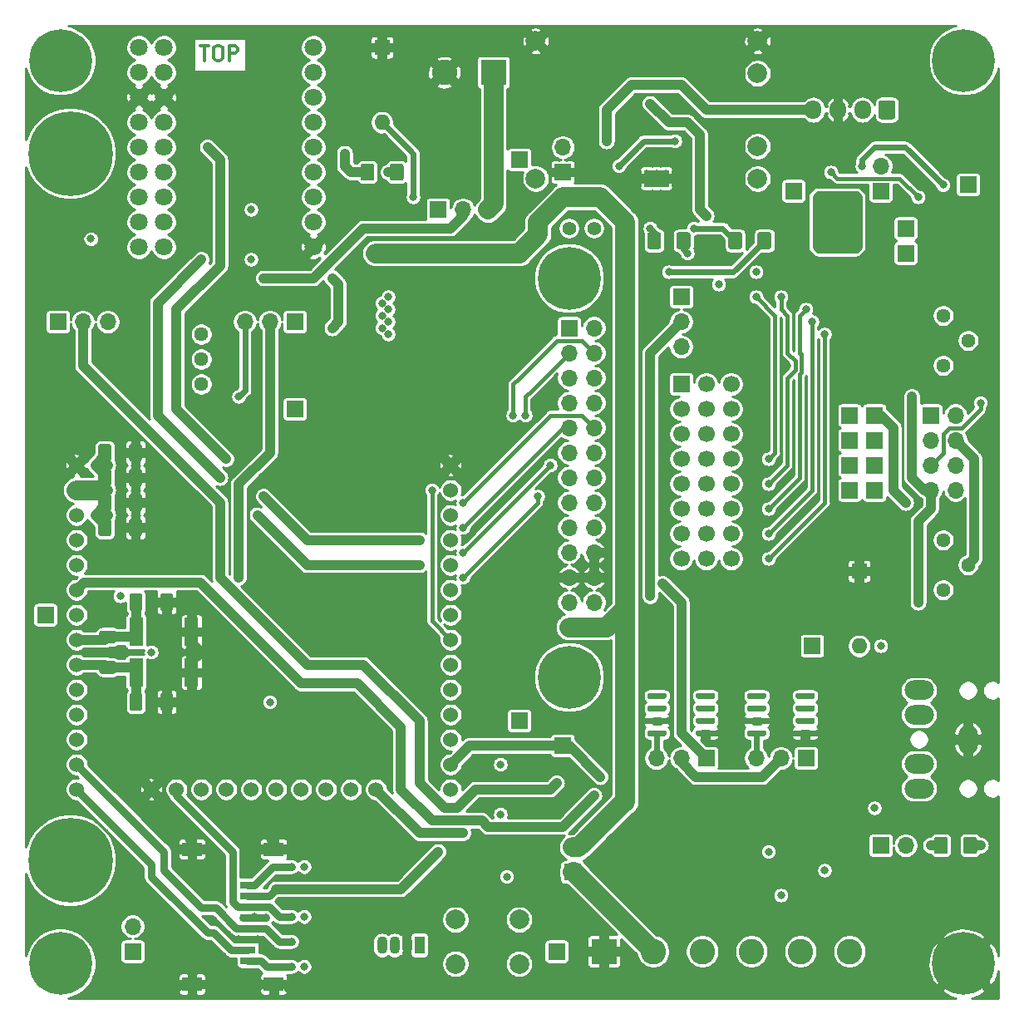
<source format=gbr>
%TF.GenerationSoftware,KiCad,Pcbnew,5.1.9*%
%TF.CreationDate,2021-01-12T21:48:28+01:00*%
%TF.ProjectId,pcb_motherboard_dev,7063625f-6d6f-4746-9865-72626f617264,rev?*%
%TF.SameCoordinates,Original*%
%TF.FileFunction,Copper,L1,Top*%
%TF.FilePolarity,Positive*%
%FSLAX46Y46*%
G04 Gerber Fmt 4.6, Leading zero omitted, Abs format (unit mm)*
G04 Created by KiCad (PCBNEW 5.1.9) date 2021-01-12 21:48:28*
%MOMM*%
%LPD*%
G01*
G04 APERTURE LIST*
%TA.AperFunction,NonConductor*%
%ADD10C,0.300000*%
%TD*%
%TA.AperFunction,ComponentPad*%
%ADD11R,1.700000X1.700000*%
%TD*%
%TA.AperFunction,ComponentPad*%
%ADD12C,1.524000*%
%TD*%
%TA.AperFunction,SMDPad,CuDef*%
%ADD13R,2.500000X1.800000*%
%TD*%
%TA.AperFunction,ComponentPad*%
%ADD14C,0.500000*%
%TD*%
%TA.AperFunction,ComponentPad*%
%ADD15C,1.800000*%
%TD*%
%TA.AperFunction,ComponentPad*%
%ADD16O,1.600000X1.600000*%
%TD*%
%TA.AperFunction,ComponentPad*%
%ADD17R,1.600000X1.600000*%
%TD*%
%TA.AperFunction,ComponentPad*%
%ADD18O,1.700000X1.700000*%
%TD*%
%TA.AperFunction,ComponentPad*%
%ADD19O,3.000000X2.000000*%
%TD*%
%TA.AperFunction,ComponentPad*%
%ADD20O,2.000000X3.000000*%
%TD*%
%TA.AperFunction,ComponentPad*%
%ADD21C,1.700000*%
%TD*%
%TA.AperFunction,ComponentPad*%
%ADD22C,2.000000*%
%TD*%
%TA.AperFunction,ComponentPad*%
%ADD23C,0.800000*%
%TD*%
%TA.AperFunction,ComponentPad*%
%ADD24C,6.400000*%
%TD*%
%TA.AperFunction,ComponentPad*%
%ADD25C,0.900000*%
%TD*%
%TA.AperFunction,ComponentPad*%
%ADD26C,8.600000*%
%TD*%
%TA.AperFunction,ComponentPad*%
%ADD27C,1.440000*%
%TD*%
%TA.AperFunction,SMDPad,CuDef*%
%ADD28R,1.500000X0.800000*%
%TD*%
%TA.AperFunction,SMDPad,CuDef*%
%ADD29R,2.000000X1.450000*%
%TD*%
%TA.AperFunction,ComponentPad*%
%ADD30C,2.600000*%
%TD*%
%TA.AperFunction,ComponentPad*%
%ADD31R,2.600000X2.600000*%
%TD*%
%TA.AperFunction,ComponentPad*%
%ADD32O,1.700000X1.950000*%
%TD*%
%TA.AperFunction,ComponentPad*%
%ADD33O,1.070000X1.800000*%
%TD*%
%TA.AperFunction,ComponentPad*%
%ADD34R,1.070000X1.800000*%
%TD*%
%TA.AperFunction,SMDPad,CuDef*%
%ADD35R,1.430000X2.850000*%
%TD*%
%TA.AperFunction,ComponentPad*%
%ADD36C,1.400000*%
%TD*%
%TA.AperFunction,ViaPad*%
%ADD37C,0.800000*%
%TD*%
%TA.AperFunction,ViaPad*%
%ADD38C,4.100000*%
%TD*%
%TA.AperFunction,Conductor*%
%ADD39C,0.800000*%
%TD*%
%TA.AperFunction,Conductor*%
%ADD40C,1.000000*%
%TD*%
%TA.AperFunction,Conductor*%
%ADD41C,0.600000*%
%TD*%
%TA.AperFunction,Conductor*%
%ADD42C,2.000000*%
%TD*%
%TA.AperFunction,Conductor*%
%ADD43C,0.400000*%
%TD*%
%TA.AperFunction,Conductor*%
%ADD44C,0.254000*%
%TD*%
%TA.AperFunction,Conductor*%
%ADD45C,0.100000*%
%TD*%
G04 APERTURE END LIST*
D10*
X76434113Y-47875000D02*
X77291256Y-47875000D01*
X76862684Y-49375000D02*
X76862684Y-47875000D01*
X78076970Y-47875000D02*
X78362684Y-47875000D01*
X78505541Y-47946429D01*
X78648399Y-48089286D01*
X78719827Y-48375000D01*
X78719827Y-48875000D01*
X78648399Y-49160714D01*
X78505541Y-49303571D01*
X78362684Y-49375000D01*
X78076970Y-49375000D01*
X77934113Y-49303571D01*
X77791256Y-49160714D01*
X77719827Y-48875000D01*
X77719827Y-48375000D01*
X77791256Y-48089286D01*
X77934113Y-47946429D01*
X78076970Y-47875000D01*
X79362684Y-49375000D02*
X79362684Y-47875000D01*
X79934113Y-47875000D01*
X80076970Y-47946429D01*
X80148399Y-48017857D01*
X80219827Y-48160714D01*
X80219827Y-48375000D01*
X80148399Y-48517857D01*
X80076970Y-48589286D01*
X79934113Y-48660714D01*
X79362684Y-48660714D01*
D11*
%TO.P,TP22,1*%
%TO.N,/CONTROLLER/BLUE*%
X108878399Y-116641429D03*
%TD*%
%TO.P,TP6,1*%
%TO.N,/POWER/BAT-*%
X154598399Y-62031429D03*
%TD*%
%TO.P,TP4,1*%
%TO.N,Net-(Q1-Pad2)*%
X148248399Y-66476429D03*
%TD*%
%TO.P,TP1,1*%
%TO.N,Net-(Q1-Pad4)*%
X148248399Y-69016429D03*
%TD*%
D12*
%TO.P,U8,38*%
%TO.N,GND*%
X101893399Y-90606429D03*
%TO.P,U8,37*%
%TO.N,/CONTROLLER/IO_23|VMOSI*%
X101893399Y-93146429D03*
%TO.P,U8,36*%
%TO.N,/CONTROLLER/IO_22|SCL*%
X101893399Y-95686429D03*
%TO.P,U8,35*%
%TO.N,/ft232/RXD*%
X101893399Y-98226429D03*
%TO.P,U8,34*%
%TO.N,/CONTROLLER/RXD*%
X101893399Y-100766429D03*
%TO.P,U8,33*%
%TO.N,/CONTROLLER/IO_21|SDA*%
X101893399Y-103306429D03*
%TO.P,U8,32*%
%TO.N,N/C*%
X101893399Y-105846429D03*
%TO.P,U8,31*%
%TO.N,/CONTROLLER/IO_19|VMISO*%
X101893399Y-108386429D03*
%TO.P,U8,30*%
%TO.N,/CONTROLLER/IO_18|VCLK*%
X101893399Y-110926429D03*
%TO.P,U8,29*%
%TO.N,/CONTROLLER/IO_5|V~CS*%
X101893399Y-113466429D03*
%TO.P,U8,28*%
%TO.N,/CONTROLLER/BLUE*%
X101893399Y-116006429D03*
%TO.P,U8,27*%
%TO.N,/CONTROLLER/GREEN*%
X101893399Y-118546429D03*
%TO.P,U8,26*%
%TO.N,/CONTROLLER/DQ*%
X101893399Y-121086429D03*
%TO.P,U8,25*%
%TO.N,/CONTROLLER/SS*%
X101893399Y-123626429D03*
%TO.P,U8,24*%
%TO.N,/CONTROLLER/CLK*%
X94273399Y-123626429D03*
%TO.P,U8,23*%
%TO.N,/CONTROLLER/RED*%
X91733399Y-123626429D03*
%TO.P,U8,22*%
%TO.N,N/C*%
X89193399Y-123626429D03*
%TO.P,U8,21*%
X86653399Y-123626429D03*
%TO.P,U8,20*%
X84113399Y-123626429D03*
%TO.P,U8,19*%
X81573399Y-123626429D03*
%TO.P,U8,18*%
X79033399Y-123626429D03*
%TO.P,U8,17*%
X76493399Y-123626429D03*
%TO.P,U8,16*%
%TO.N,/CONTROLLER/HMOSI*%
X73953399Y-123626429D03*
%TO.P,U8,15*%
%TO.N,GND*%
X71413399Y-123626429D03*
%TO.P,U8,14*%
%TO.N,/CONTROLLER/HMISO*%
X63793399Y-123626429D03*
%TO.P,U8,13*%
%TO.N,/CONTROLLER/HCLK*%
X63793399Y-121086429D03*
%TO.P,U8,12*%
%TO.N,/CONTROLLER/SYNC*%
X63793399Y-118546429D03*
%TO.P,U8,11*%
%TO.N,/CONTROLLER/IO_26|DAC2*%
X63793399Y-116006429D03*
%TO.P,U8,10*%
%TO.N,/CONTROLLER/IO_25|DAC1*%
X63793399Y-113466429D03*
%TO.P,U8,9*%
%TO.N,Net-(C19-Pad1)*%
X63793399Y-110926429D03*
%TO.P,U8,8*%
%TO.N,Net-(C18-Pad2)*%
X63793399Y-108386429D03*
%TO.P,U8,7*%
%TO.N,/CONTROLLER/BATMON*%
X63793399Y-105846429D03*
%TO.P,U8,6*%
%TO.N,/CONTROLLER/OWB_SENSE*%
X63793399Y-103306429D03*
%TO.P,U8,5*%
%TO.N,/CONTROLLER/I_39|ADC1_3*%
X63793399Y-100766429D03*
%TO.P,U8,4*%
%TO.N,/CONTROLLER/I_36|ADC1_0*%
X63793399Y-98226429D03*
%TO.P,U8,3*%
%TO.N,/CONTROLLER/RTS*%
X63793399Y-95686429D03*
%TO.P,U8,2*%
%TO.N,+3V3*%
X63793399Y-93146429D03*
%TO.P,U8,1*%
%TO.N,GND*%
X63793399Y-90606429D03*
%TD*%
D13*
%TO.P,U1,9*%
%TO.N,GND*%
X122848399Y-61396429D03*
D14*
X123848399Y-62046429D03*
X123848399Y-60746429D03*
X122848399Y-62046429D03*
X122848399Y-60746429D03*
X121848399Y-62046429D03*
X121848399Y-60746429D03*
%TD*%
D15*
%TO.P,U10,1*%
%TO.N,Net-(U10-Pad1)*%
X72683399Y-48061429D03*
%TO.P,U10,2*%
%TO.N,Net-(U10-Pad2)*%
X72683399Y-50601429D03*
%TO.P,U10,3*%
%TO.N,GND*%
X72683399Y-53141429D03*
%TO.P,U10,4*%
%TO.N,Net-(U10-Pad4)*%
X72683399Y-55681429D03*
%TO.P,U10,5*%
%TO.N,Net-(R11-Pad1)*%
X72683399Y-58221429D03*
%TO.P,U10,6*%
%TO.N,+3V3*%
X72683399Y-60761429D03*
%TO.P,U10,7*%
%TO.N,Net-(R19-Pad1)*%
X72683399Y-63301429D03*
%TO.P,U10,8*%
%TO.N,/CONTROLLER/DTR*%
X72683399Y-65841429D03*
%TO.P,U10,9*%
%TO.N,Net-(R18-Pad1)*%
X72683399Y-68381429D03*
%TO.P,U10,18*%
%TO.N,GND*%
X87923399Y-68381429D03*
%TO.P,U10,17*%
%TO.N,N/C*%
X87923399Y-65841429D03*
%TO.P,U10,16*%
X87923399Y-63301429D03*
%TO.P,U10,15*%
%TO.N,+5V*%
X87923399Y-60761429D03*
%TO.P,U10,14*%
%TO.N,N/C*%
X87923399Y-58221429D03*
%TO.P,U10,13*%
X87923399Y-55681429D03*
%TO.P,U10,12*%
X87923399Y-53141429D03*
%TO.P,U10,11*%
X87923399Y-50601429D03*
%TO.P,U10,10*%
X87923399Y-48061429D03*
%TO.P,U10,9*%
%TO.N,Net-(R18-Pad1)*%
X70143399Y-68381429D03*
%TO.P,U10,8*%
%TO.N,/CONTROLLER/DTR*%
X70143399Y-65841429D03*
%TO.P,U10,7*%
%TO.N,Net-(R19-Pad1)*%
X70143399Y-63301429D03*
%TO.P,U10,6*%
%TO.N,+3V3*%
X70143399Y-60761429D03*
%TO.P,U10,5*%
%TO.N,Net-(R11-Pad1)*%
X70143399Y-58221429D03*
%TO.P,U10,4*%
%TO.N,Net-(U10-Pad4)*%
X70143399Y-55681429D03*
%TO.P,U10,3*%
%TO.N,GND*%
X70143399Y-53141429D03*
%TO.P,U10,2*%
%TO.N,Net-(U10-Pad2)*%
X70143399Y-50601429D03*
%TO.P,U10,1*%
%TO.N,Net-(U10-Pad1)*%
X70143399Y-48061429D03*
%TD*%
D11*
%TO.P,TP21,1*%
%TO.N,/sim_loadcell/E-*%
X142533399Y-93146429D03*
%TD*%
%TO.P,TP20,1*%
%TO.N,/sim_loadcell/E-*%
X145073399Y-93146429D03*
%TD*%
%TO.P,TP19,1*%
%TO.N,/sim_loadcell/B-*%
X142533399Y-90606429D03*
%TD*%
%TO.P,TP18,1*%
%TO.N,/sim_loadcell/A-*%
X145073399Y-90606429D03*
%TD*%
%TO.P,TP17,1*%
%TO.N,/sim_loadcell/B+*%
X142533399Y-88066429D03*
%TD*%
%TO.P,TP16,1*%
%TO.N,/sim_loadcell/A+*%
X145073399Y-88066429D03*
%TD*%
%TO.P,TP15,1*%
%TO.N,/sim_loadcell/E+*%
X142533399Y-85526429D03*
%TD*%
%TO.P,TP14,1*%
%TO.N,/sim_loadcell/E+*%
X145073399Y-85526429D03*
%TD*%
%TO.P,TP12,1*%
%TO.N,/CONTROLLER/DQ*%
X113323399Y-119181429D03*
%TD*%
%TO.P,TP11,1*%
%TO.N,/CONTROLLER/OWB_SENSE*%
X138723399Y-109021429D03*
%TD*%
%TO.P,TP10,1*%
%TO.N,/CONTROLLER/SYNC*%
X112688399Y-140136429D03*
%TD*%
%TO.P,TP9,1*%
%TO.N,Net-(C23-Pad1)*%
X86018399Y-84891429D03*
%TD*%
%TO.P,TP8,1*%
%TO.N,/CONTROLLER/BATMON*%
X60618399Y-105846429D03*
%TD*%
%TO.P,TP5,1*%
%TO.N,/DC_IN*%
X108878399Y-59491429D03*
%TD*%
%TO.P,TP3,1*%
%TO.N,Net-(C4-Pad1)*%
X136818399Y-62666429D03*
%TD*%
%TO.P,U13,8*%
%TO.N,N/C*%
%TA.AperFunction,SMDPad,CuDef*%
G36*
G01*
X137048399Y-114251429D02*
X137048399Y-113951429D01*
G75*
G02*
X137198399Y-113801429I150000J0D01*
G01*
X138848399Y-113801429D01*
G75*
G02*
X138998399Y-113951429I0J-150000D01*
G01*
X138998399Y-114251429D01*
G75*
G02*
X138848399Y-114401429I-150000J0D01*
G01*
X137198399Y-114401429D01*
G75*
G02*
X137048399Y-114251429I0J150000D01*
G01*
G37*
%TD.AperFunction*%
%TO.P,U13,7*%
%TA.AperFunction,SMDPad,CuDef*%
G36*
G01*
X137048399Y-115521429D02*
X137048399Y-115221429D01*
G75*
G02*
X137198399Y-115071429I150000J0D01*
G01*
X138848399Y-115071429D01*
G75*
G02*
X138998399Y-115221429I0J-150000D01*
G01*
X138998399Y-115521429D01*
G75*
G02*
X138848399Y-115671429I-150000J0D01*
G01*
X137198399Y-115671429D01*
G75*
G02*
X137048399Y-115521429I0J150000D01*
G01*
G37*
%TD.AperFunction*%
%TO.P,U13,6*%
%TA.AperFunction,SMDPad,CuDef*%
G36*
G01*
X137048399Y-116791429D02*
X137048399Y-116491429D01*
G75*
G02*
X137198399Y-116341429I150000J0D01*
G01*
X138848399Y-116341429D01*
G75*
G02*
X138998399Y-116491429I0J-150000D01*
G01*
X138998399Y-116791429D01*
G75*
G02*
X138848399Y-116941429I-150000J0D01*
G01*
X137198399Y-116941429D01*
G75*
G02*
X137048399Y-116791429I0J150000D01*
G01*
G37*
%TD.AperFunction*%
%TO.P,U13,5*%
%TO.N,GND*%
%TA.AperFunction,SMDPad,CuDef*%
G36*
G01*
X137048399Y-118061429D02*
X137048399Y-117761429D01*
G75*
G02*
X137198399Y-117611429I150000J0D01*
G01*
X138848399Y-117611429D01*
G75*
G02*
X138998399Y-117761429I0J-150000D01*
G01*
X138998399Y-118061429D01*
G75*
G02*
X138848399Y-118211429I-150000J0D01*
G01*
X137198399Y-118211429D01*
G75*
G02*
X137048399Y-118061429I0J150000D01*
G01*
G37*
%TD.AperFunction*%
%TO.P,U13,4*%
%TO.N,Net-(JP8-Pad3)*%
%TA.AperFunction,SMDPad,CuDef*%
G36*
G01*
X132098399Y-118061429D02*
X132098399Y-117761429D01*
G75*
G02*
X132248399Y-117611429I150000J0D01*
G01*
X133898399Y-117611429D01*
G75*
G02*
X134048399Y-117761429I0J-150000D01*
G01*
X134048399Y-118061429D01*
G75*
G02*
X133898399Y-118211429I-150000J0D01*
G01*
X132248399Y-118211429D01*
G75*
G02*
X132098399Y-118061429I0J150000D01*
G01*
G37*
%TD.AperFunction*%
%TO.P,U13,3*%
%TO.N,GND*%
%TA.AperFunction,SMDPad,CuDef*%
G36*
G01*
X132098399Y-116791429D02*
X132098399Y-116491429D01*
G75*
G02*
X132248399Y-116341429I150000J0D01*
G01*
X133898399Y-116341429D01*
G75*
G02*
X134048399Y-116491429I0J-150000D01*
G01*
X134048399Y-116791429D01*
G75*
G02*
X133898399Y-116941429I-150000J0D01*
G01*
X132248399Y-116941429D01*
G75*
G02*
X132098399Y-116791429I0J150000D01*
G01*
G37*
%TD.AperFunction*%
%TO.P,U13,2*%
%TO.N,N/C*%
%TA.AperFunction,SMDPad,CuDef*%
G36*
G01*
X132098399Y-115521429D02*
X132098399Y-115221429D01*
G75*
G02*
X132248399Y-115071429I150000J0D01*
G01*
X133898399Y-115071429D01*
G75*
G02*
X134048399Y-115221429I0J-150000D01*
G01*
X134048399Y-115521429D01*
G75*
G02*
X133898399Y-115671429I-150000J0D01*
G01*
X132248399Y-115671429D01*
G75*
G02*
X132098399Y-115521429I0J150000D01*
G01*
G37*
%TD.AperFunction*%
%TO.P,U13,1*%
%TA.AperFunction,SMDPad,CuDef*%
G36*
G01*
X132098399Y-114251429D02*
X132098399Y-113951429D01*
G75*
G02*
X132248399Y-113801429I150000J0D01*
G01*
X133898399Y-113801429D01*
G75*
G02*
X134048399Y-113951429I0J-150000D01*
G01*
X134048399Y-114251429D01*
G75*
G02*
X133898399Y-114401429I-150000J0D01*
G01*
X132248399Y-114401429D01*
G75*
G02*
X132098399Y-114251429I0J150000D01*
G01*
G37*
%TD.AperFunction*%
%TD*%
D16*
%TO.P,SW3,2*%
%TO.N,/CONTROLLER/OWB_SENSE*%
X143510000Y-109021429D03*
D17*
%TO.P,SW3,1*%
%TO.N,GND*%
X143510000Y-101401429D03*
%TD*%
D18*
%TO.P,JP8,3*%
%TO.N,Net-(JP8-Pad3)*%
X133008399Y-120451429D03*
%TO.P,JP8,2*%
%TO.N,/CONTROLLER/DQ*%
X135548399Y-120451429D03*
D11*
%TO.P,JP8,1*%
%TO.N,Net-(D3-Pad3)*%
X138088399Y-120451429D03*
%TD*%
D19*
%TO.P,J5,T*%
%TO.N,Net-(J5-PadT)*%
X149598399Y-113546429D03*
%TO.P,J5,4*%
%TO.N,N/C*%
X149598399Y-116046429D03*
%TO.P,J5,3*%
X149598399Y-121046429D03*
%TO.P,J5,R*%
%TO.N,Net-(J5-PadR)*%
X149598399Y-123546429D03*
D20*
%TO.P,J5,S*%
%TO.N,GND*%
X154598399Y-118546429D03*
%TD*%
D21*
%TO.P,U12,24*%
%TO.N,+3V3*%
X130468399Y-100131429D03*
%TO.P,U12,23*%
X130468399Y-97591429D03*
%TO.P,U12,22*%
X130468399Y-95051429D03*
%TO.P,U12,21*%
X130468399Y-92511429D03*
%TO.P,U12,20*%
X130468399Y-89971429D03*
%TO.P,U12,19*%
X130468399Y-87431429D03*
%TO.P,U12,18*%
X130468399Y-84891429D03*
%TO.P,U12,17*%
X130468399Y-82351429D03*
%TO.P,U12,16*%
%TO.N,/CONTROLLER/BITH*%
X127928399Y-100131429D03*
%TO.P,U12,15*%
%TO.N,/CONTROLLER/BITG*%
X127928399Y-97591429D03*
%TO.P,U12,14*%
%TO.N,/CONTROLLER/BITF*%
X127928399Y-95051429D03*
%TO.P,U12,13*%
%TO.N,/CONTROLLER/BITE*%
X127928399Y-92511429D03*
%TO.P,U12,12*%
%TO.N,/CONTROLLER/BITD*%
X127928399Y-89971429D03*
%TO.P,U12,11*%
%TO.N,/CONTROLLER/BITC*%
X127928399Y-87431429D03*
%TO.P,U12,10*%
%TO.N,/CONTROLLER/BITB*%
X127928399Y-84891429D03*
%TO.P,U12,9*%
%TO.N,/CONTROLLER/BITA*%
X127928399Y-82351429D03*
%TO.P,U12,8*%
%TO.N,/CONTROLLER/H*%
X125388399Y-100131429D03*
%TO.P,U12,7*%
%TO.N,/CONTROLLER/G*%
X125388399Y-97591429D03*
%TO.P,U12,6*%
%TO.N,/CONTROLLER/F*%
X125388399Y-95051429D03*
%TO.P,U12,5*%
%TO.N,/CONTROLLER/E*%
X125388399Y-92511429D03*
%TO.P,U12,4*%
%TO.N,/CONTROLLER/D*%
X125388399Y-89971429D03*
%TO.P,U12,3*%
%TO.N,/CONTROLLER/C*%
X125388399Y-87431429D03*
%TO.P,U12,2*%
%TO.N,/CONTROLLER/B*%
X125388399Y-84891429D03*
D11*
%TO.P,U12,1*%
%TO.N,/CONTROLLER/A*%
X125388399Y-82351429D03*
%TD*%
D22*
%TO.P,U3,6*%
%TO.N,Net-(C4-Pad1)*%
X133163399Y-61411429D03*
%TO.P,U3,5*%
X133163399Y-58111429D03*
%TO.P,U3,4*%
%TO.N,/POWER/BAT-*%
X133163399Y-50711429D03*
%TO.P,U3,3*%
%TO.N,GND*%
X133163399Y-47411429D03*
%TO.P,U3,2*%
X110563399Y-47411429D03*
%TO.P,U3,1*%
%TO.N,/DC_IN*%
X110563399Y-61411429D03*
%TD*%
D18*
%TO.P,TP13,2*%
%TO.N,V+*%
X114300000Y-129540000D03*
D11*
%TO.P,TP13,1*%
%TO.N,Net-(J6-Pad2)*%
X114300000Y-132080000D03*
%TD*%
D18*
%TO.P,TP7,2*%
%TO.N,+3V3*%
X69508399Y-137596429D03*
D11*
%TO.P,TP7,1*%
%TO.N,Net-(L1-Pad2)*%
X69508399Y-140136429D03*
%TD*%
D18*
%TO.P,TP2,2*%
%TO.N,/POWER/BAT+*%
X145708399Y-60126429D03*
D11*
%TO.P,TP2,1*%
%TO.N,Net-(C4-Pad1)*%
X145708399Y-62666429D03*
%TD*%
D23*
%TO.P,H4,1*%
%TO.N,GND*%
X155855455Y-139684373D03*
X154158399Y-138981429D03*
X152461343Y-139684373D03*
X151758399Y-141381429D03*
X152461343Y-143078485D03*
X154158399Y-143781429D03*
X155855455Y-143078485D03*
X156558399Y-141381429D03*
D24*
X154158399Y-141381429D03*
%TD*%
D23*
%TO.P,H3,1*%
%TO.N,N/C*%
X155855455Y-47684373D03*
X154158399Y-46981429D03*
X152461343Y-47684373D03*
X151758399Y-49381429D03*
X152461343Y-51078485D03*
X154158399Y-51781429D03*
X155855455Y-51078485D03*
X156558399Y-49381429D03*
D24*
X154158399Y-49381429D03*
%TD*%
D23*
%TO.P,H2,1*%
%TO.N,N/C*%
X63855455Y-47684373D03*
X62158399Y-46981429D03*
X60461343Y-47684373D03*
X59758399Y-49381429D03*
X60461343Y-51078485D03*
X62158399Y-51781429D03*
X63855455Y-51078485D03*
X64558399Y-49381429D03*
D24*
X62158399Y-49381429D03*
%TD*%
D23*
%TO.P,H8,1*%
%TO.N,N/C*%
X63855455Y-139684373D03*
X62158399Y-138981429D03*
X60461343Y-139684373D03*
X59758399Y-141381429D03*
X60461343Y-143078485D03*
X62158399Y-143781429D03*
X63855455Y-143078485D03*
X64558399Y-141381429D03*
D24*
X62158399Y-141381429D03*
%TD*%
D16*
%TO.P,SW2,2*%
%TO.N,Net-(Q6-Pad2)*%
X94908399Y-55681429D03*
D17*
%TO.P,SW2,1*%
%TO.N,GND*%
X94908399Y-48061429D03*
%TD*%
%TO.P,D11,2*%
%TO.N,Net-(D1-Pad1)*%
%TA.AperFunction,SMDPad,CuDef*%
G36*
G01*
X95683399Y-61386429D02*
X95683399Y-60136429D01*
G75*
G02*
X95933399Y-59886429I250000J0D01*
G01*
X96858399Y-59886429D01*
G75*
G02*
X97108399Y-60136429I0J-250000D01*
G01*
X97108399Y-61386429D01*
G75*
G02*
X96858399Y-61636429I-250000J0D01*
G01*
X95933399Y-61636429D01*
G75*
G02*
X95683399Y-61386429I0J250000D01*
G01*
G37*
%TD.AperFunction*%
%TO.P,D11,1*%
%TO.N,Net-(D11-Pad1)*%
%TA.AperFunction,SMDPad,CuDef*%
G36*
G01*
X92708399Y-61386429D02*
X92708399Y-60136429D01*
G75*
G02*
X92958399Y-59886429I250000J0D01*
G01*
X93883399Y-59886429D01*
G75*
G02*
X94133399Y-60136429I0J-250000D01*
G01*
X94133399Y-61386429D01*
G75*
G02*
X93883399Y-61636429I-250000J0D01*
G01*
X92958399Y-61636429D01*
G75*
G02*
X92708399Y-61386429I0J250000D01*
G01*
G37*
%TD.AperFunction*%
%TD*%
D18*
%TO.P,J7,26*%
%TO.N,V+*%
X116498399Y-107116429D03*
%TO.P,J7,25*%
X113958399Y-107116429D03*
%TO.P,J7,24*%
%TO.N,+3V3*%
X116498399Y-104576429D03*
%TO.P,J7,23*%
X113958399Y-104576429D03*
%TO.P,J7,22*%
%TO.N,GND*%
X116498399Y-102036429D03*
%TO.P,J7,21*%
X113958399Y-102036429D03*
%TO.P,J7,20*%
X116498399Y-99496429D03*
%TO.P,J7,19*%
%TO.N,/CONTROLLER/OWB*%
X113958399Y-99496429D03*
%TO.P,J7,18*%
%TO.N,/CONTROLLER/H*%
X116498399Y-96956429D03*
%TO.P,J7,17*%
%TO.N,/CONTROLLER/G*%
X113958399Y-96956429D03*
%TO.P,J7,16*%
%TO.N,/CONTROLLER/F*%
X116498399Y-94416429D03*
%TO.P,J7,15*%
%TO.N,/CONTROLLER/E*%
X113958399Y-94416429D03*
%TO.P,J7,14*%
%TO.N,/CONTROLLER/D*%
X116498399Y-91876429D03*
%TO.P,J7,13*%
%TO.N,/CONTROLLER/C*%
X113958399Y-91876429D03*
%TO.P,J7,12*%
%TO.N,/CONTROLLER/B*%
X116498399Y-89336429D03*
%TO.P,J7,11*%
%TO.N,/CONTROLLER/A*%
X113958399Y-89336429D03*
%TO.P,J7,10*%
%TO.N,/CONTROLLER/I_36|ADC1_0*%
X116498399Y-86796429D03*
%TO.P,J7,9*%
%TO.N,/CONTROLLER/I_39|ADC1_3*%
X113958399Y-86796429D03*
%TO.P,J7,8*%
%TO.N,/CONTROLLER/IO_25|DAC1*%
X116498399Y-84256429D03*
%TO.P,J7,7*%
%TO.N,/CONTROLLER/IO_26|DAC2*%
X113958399Y-84256429D03*
%TO.P,J7,6*%
%TO.N,/CONTROLLER/IO_21|SDA*%
X116498399Y-81716429D03*
%TO.P,J7,5*%
%TO.N,/CONTROLLER/IO_22|SCL*%
X113958399Y-81716429D03*
%TO.P,J7,4*%
%TO.N,/CONTROLLER/IO_18|VCLK*%
X116498399Y-79176429D03*
%TO.P,J7,3*%
%TO.N,/CONTROLLER/IO_5|V~CS*%
X113958399Y-79176429D03*
%TO.P,J7,2*%
%TO.N,/CONTROLLER/IO_23|VMOSI*%
X116498399Y-76636429D03*
D11*
%TO.P,J7,1*%
%TO.N,/CONTROLLER/IO_19|VMISO*%
X113958399Y-76636429D03*
%TD*%
D18*
%TO.P,JP4,3*%
%TO.N,Net-(JP4-Pad3)*%
X125388399Y-78541429D03*
%TO.P,JP4,2*%
%TO.N,/CONTROLLER/BLUE*%
X125388399Y-76001429D03*
D11*
%TO.P,JP4,1*%
%TO.N,Net-(JP4-Pad1)*%
X125388399Y-73461429D03*
%TD*%
D25*
%TO.P,H7,1*%
%TO.N,N/C*%
X65438818Y-56576010D03*
X63158399Y-55631429D03*
X60877980Y-56576010D03*
X59933399Y-58856429D03*
X60877980Y-61136848D03*
X63158399Y-62081429D03*
X65438818Y-61136848D03*
X66383399Y-58856429D03*
D26*
X63158399Y-58856429D03*
%TD*%
%TO.P,U11,8*%
%TO.N,N/C*%
%TA.AperFunction,SMDPad,CuDef*%
G36*
G01*
X126888399Y-114251429D02*
X126888399Y-113951429D01*
G75*
G02*
X127038399Y-113801429I150000J0D01*
G01*
X128688399Y-113801429D01*
G75*
G02*
X128838399Y-113951429I0J-150000D01*
G01*
X128838399Y-114251429D01*
G75*
G02*
X128688399Y-114401429I-150000J0D01*
G01*
X127038399Y-114401429D01*
G75*
G02*
X126888399Y-114251429I0J150000D01*
G01*
G37*
%TD.AperFunction*%
%TO.P,U11,7*%
%TA.AperFunction,SMDPad,CuDef*%
G36*
G01*
X126888399Y-115521429D02*
X126888399Y-115221429D01*
G75*
G02*
X127038399Y-115071429I150000J0D01*
G01*
X128688399Y-115071429D01*
G75*
G02*
X128838399Y-115221429I0J-150000D01*
G01*
X128838399Y-115521429D01*
G75*
G02*
X128688399Y-115671429I-150000J0D01*
G01*
X127038399Y-115671429D01*
G75*
G02*
X126888399Y-115521429I0J150000D01*
G01*
G37*
%TD.AperFunction*%
%TO.P,U11,6*%
%TA.AperFunction,SMDPad,CuDef*%
G36*
G01*
X126888399Y-116791429D02*
X126888399Y-116491429D01*
G75*
G02*
X127038399Y-116341429I150000J0D01*
G01*
X128688399Y-116341429D01*
G75*
G02*
X128838399Y-116491429I0J-150000D01*
G01*
X128838399Y-116791429D01*
G75*
G02*
X128688399Y-116941429I-150000J0D01*
G01*
X127038399Y-116941429D01*
G75*
G02*
X126888399Y-116791429I0J150000D01*
G01*
G37*
%TD.AperFunction*%
%TO.P,U11,5*%
%TO.N,GND*%
%TA.AperFunction,SMDPad,CuDef*%
G36*
G01*
X126888399Y-118061429D02*
X126888399Y-117761429D01*
G75*
G02*
X127038399Y-117611429I150000J0D01*
G01*
X128688399Y-117611429D01*
G75*
G02*
X128838399Y-117761429I0J-150000D01*
G01*
X128838399Y-118061429D01*
G75*
G02*
X128688399Y-118211429I-150000J0D01*
G01*
X127038399Y-118211429D01*
G75*
G02*
X126888399Y-118061429I0J150000D01*
G01*
G37*
%TD.AperFunction*%
%TO.P,U11,4*%
%TO.N,Net-(JP6-Pad3)*%
%TA.AperFunction,SMDPad,CuDef*%
G36*
G01*
X121938399Y-118061429D02*
X121938399Y-117761429D01*
G75*
G02*
X122088399Y-117611429I150000J0D01*
G01*
X123738399Y-117611429D01*
G75*
G02*
X123888399Y-117761429I0J-150000D01*
G01*
X123888399Y-118061429D01*
G75*
G02*
X123738399Y-118211429I-150000J0D01*
G01*
X122088399Y-118211429D01*
G75*
G02*
X121938399Y-118061429I0J150000D01*
G01*
G37*
%TD.AperFunction*%
%TO.P,U11,3*%
%TO.N,GND*%
%TA.AperFunction,SMDPad,CuDef*%
G36*
G01*
X121938399Y-116791429D02*
X121938399Y-116491429D01*
G75*
G02*
X122088399Y-116341429I150000J0D01*
G01*
X123738399Y-116341429D01*
G75*
G02*
X123888399Y-116491429I0J-150000D01*
G01*
X123888399Y-116791429D01*
G75*
G02*
X123738399Y-116941429I-150000J0D01*
G01*
X122088399Y-116941429D01*
G75*
G02*
X121938399Y-116791429I0J150000D01*
G01*
G37*
%TD.AperFunction*%
%TO.P,U11,2*%
%TO.N,N/C*%
%TA.AperFunction,SMDPad,CuDef*%
G36*
G01*
X121938399Y-115521429D02*
X121938399Y-115221429D01*
G75*
G02*
X122088399Y-115071429I150000J0D01*
G01*
X123738399Y-115071429D01*
G75*
G02*
X123888399Y-115221429I0J-150000D01*
G01*
X123888399Y-115521429D01*
G75*
G02*
X123738399Y-115671429I-150000J0D01*
G01*
X122088399Y-115671429D01*
G75*
G02*
X121938399Y-115521429I0J150000D01*
G01*
G37*
%TD.AperFunction*%
%TO.P,U11,1*%
%TA.AperFunction,SMDPad,CuDef*%
G36*
G01*
X121938399Y-114251429D02*
X121938399Y-113951429D01*
G75*
G02*
X122088399Y-113801429I150000J0D01*
G01*
X123738399Y-113801429D01*
G75*
G02*
X123888399Y-113951429I0J-150000D01*
G01*
X123888399Y-114251429D01*
G75*
G02*
X123738399Y-114401429I-150000J0D01*
G01*
X122088399Y-114401429D01*
G75*
G02*
X121938399Y-114251429I0J150000D01*
G01*
G37*
%TD.AperFunction*%
%TD*%
D22*
%TO.P,SW1,1*%
%TO.N,+3V3*%
X102378399Y-141406429D03*
%TO.P,SW1,2*%
%TO.N,Net-(R20-Pad1)*%
X102378399Y-136906429D03*
%TO.P,SW1,1*%
%TO.N,+3V3*%
X108878399Y-141406429D03*
%TO.P,SW1,2*%
%TO.N,Net-(R20-Pad1)*%
X108878399Y-136906429D03*
%TD*%
D27*
%TO.P,RV3,3*%
%TO.N,Net-(R51-Pad2)*%
X76493399Y-77271429D03*
%TO.P,RV3,2*%
%TO.N,Net-(C23-Pad1)*%
X76493399Y-79811429D03*
%TO.P,RV3,1*%
%TO.N,Net-(R52-Pad1)*%
X76493399Y-82351429D03*
%TD*%
%TO.P,RV2,1*%
%TO.N,Net-(R47-Pad1)*%
X152058399Y-103306429D03*
%TO.P,RV2,2*%
%TO.N,/sim_loadcell/B+*%
X154598399Y-100766429D03*
%TO.P,RV2,3*%
%TO.N,Net-(R46-Pad2)*%
X152058399Y-98226429D03*
%TD*%
%TO.P,RV1,1*%
%TO.N,Net-(R43-Pad1)*%
X152058399Y-80446429D03*
%TO.P,RV1,2*%
%TO.N,/sim_loadcell/A+*%
X154598399Y-77906429D03*
%TO.P,RV1,3*%
%TO.N,Net-(R42-Pad2)*%
X152058399Y-75366429D03*
%TD*%
D18*
%TO.P,JP7,2*%
%TO.N,Net-(JP7-Pad2)*%
X148248399Y-129341429D03*
D11*
%TO.P,JP7,1*%
%TO.N,/CONTROLLER/SYNC*%
X145708399Y-129341429D03*
%TD*%
D18*
%TO.P,JP6,3*%
%TO.N,Net-(JP6-Pad3)*%
X122848399Y-120451429D03*
%TO.P,JP6,2*%
%TO.N,/CONTROLLER/DQ*%
X125388399Y-120451429D03*
D11*
%TO.P,JP6,1*%
%TO.N,/CONTROLLER/OWB*%
X127928399Y-120451429D03*
%TD*%
D18*
%TO.P,JP5,3*%
%TO.N,/CONTROLLER/DTR*%
X66968399Y-76001429D03*
%TO.P,JP5,2*%
%TO.N,/CONTROLLER/SH*%
X64428399Y-76001429D03*
D11*
%TO.P,JP5,1*%
%TO.N,Net-(JP5-Pad1)*%
X61888399Y-76001429D03*
%TD*%
D18*
%TO.P,JP3,3*%
%TO.N,Net-(JP3-Pad3)*%
X80938399Y-76001429D03*
%TO.P,JP3,2*%
%TO.N,Net-(JP3-Pad2)*%
X83478399Y-76001429D03*
D11*
%TO.P,JP3,1*%
%TO.N,V+*%
X86018399Y-76001429D03*
%TD*%
D18*
%TO.P,JP2,3*%
%TO.N,Net-(J1-Pad1)*%
X105703399Y-64571429D03*
%TO.P,JP2,2*%
%TO.N,/DC_IN*%
X103163399Y-64571429D03*
D11*
%TO.P,JP2,1*%
%TO.N,+5V*%
X100623399Y-64571429D03*
%TD*%
%TO.P,JP1,1*%
%TO.N,GND*%
X113323399Y-60761429D03*
D18*
%TO.P,JP1,2*%
%TO.N,/POWER/TEMP*%
X113323399Y-58221429D03*
%TD*%
D28*
%TO.P,J8,3*%
%TO.N,/CONTROLLER/HMOSI*%
X81263399Y-135596429D03*
%TO.P,J8,2*%
%TO.N,/CONTROLLER/SS*%
X81263399Y-134496429D03*
%TO.P,J8,1*%
%TO.N,Net-(J8-Pad1)*%
X81263399Y-133396429D03*
%TO.P,J8,8*%
%TO.N,Net-(J8-Pad8)*%
X81263399Y-141096429D03*
%TO.P,J8,7*%
%TO.N,/CONTROLLER/HMISO*%
X81263399Y-139996429D03*
%TO.P,J8,6*%
%TO.N,GND*%
X81263399Y-138896429D03*
%TO.P,J8,5*%
%TO.N,/CONTROLLER/HCLK*%
X81263399Y-137796429D03*
%TO.P,J8,4*%
%TO.N,Net-(C11-Pad1)*%
X81263399Y-136696429D03*
D29*
%TO.P,J8,9*%
%TO.N,GND*%
X75563399Y-129726429D03*
X75563399Y-143476429D03*
X83863399Y-129726429D03*
X83863399Y-143476429D03*
%TD*%
D30*
%TO.P,J6,6*%
%TO.N,Net-(J6-Pad6)*%
X142533399Y-140136429D03*
%TO.P,J6,5*%
%TO.N,Net-(J6-Pad5)*%
X137533399Y-140136429D03*
%TO.P,J6,4*%
%TO.N,Net-(J6-Pad4)*%
X132533399Y-140136429D03*
%TO.P,J6,3*%
%TO.N,Net-(J6-Pad3)*%
X127533399Y-140136429D03*
%TO.P,J6,2*%
%TO.N,Net-(J6-Pad2)*%
X122533399Y-140136429D03*
D31*
%TO.P,J6,1*%
%TO.N,GND*%
X117533399Y-140136429D03*
%TD*%
D18*
%TO.P,J4,8*%
%TO.N,/sim_loadcell/E-*%
X153328399Y-93146429D03*
%TO.P,J4,7*%
X150788399Y-93146429D03*
%TO.P,J4,6*%
%TO.N,/sim_loadcell/B-*%
X153328399Y-90606429D03*
%TO.P,J4,5*%
%TO.N,/sim_loadcell/A-*%
X150788399Y-90606429D03*
%TO.P,J4,4*%
%TO.N,/sim_loadcell/B+*%
X153328399Y-88066429D03*
%TO.P,J4,3*%
%TO.N,/sim_loadcell/A+*%
X150788399Y-88066429D03*
%TO.P,J4,2*%
%TO.N,/sim_loadcell/E+*%
X153328399Y-85526429D03*
D11*
%TO.P,J4,1*%
X150788399Y-85526429D03*
%TD*%
D32*
%TO.P,J2,4*%
%TO.N,/POWER/TEMP*%
X138843399Y-54411429D03*
%TO.P,J2,3*%
%TO.N,GND*%
X141343399Y-54411429D03*
%TO.P,J2,2*%
%TO.N,/POWER/BAT-*%
X143843399Y-54411429D03*
%TO.P,J2,1*%
%TO.N,/POWER/BAT+*%
%TA.AperFunction,ComponentPad*%
G36*
G01*
X147193399Y-53686429D02*
X147193399Y-55136429D01*
G75*
G02*
X146943399Y-55386429I-250000J0D01*
G01*
X145743399Y-55386429D01*
G75*
G02*
X145493399Y-55136429I0J250000D01*
G01*
X145493399Y-53686429D01*
G75*
G02*
X145743399Y-53436429I250000J0D01*
G01*
X146943399Y-53436429D01*
G75*
G02*
X147193399Y-53686429I0J-250000D01*
G01*
G37*
%TD.AperFunction*%
%TD*%
D30*
%TO.P,J1,2*%
%TO.N,GND*%
X101258399Y-50601429D03*
D31*
%TO.P,J1,1*%
%TO.N,Net-(J1-Pad1)*%
X106258399Y-50601429D03*
%TD*%
%TO.P,D10,2*%
%TO.N,+3V3*%
%TA.AperFunction,SMDPad,CuDef*%
G36*
G01*
X154103399Y-129966429D02*
X154103399Y-128716429D01*
G75*
G02*
X154353399Y-128466429I250000J0D01*
G01*
X155278399Y-128466429D01*
G75*
G02*
X155528399Y-128716429I0J-250000D01*
G01*
X155528399Y-129966429D01*
G75*
G02*
X155278399Y-130216429I-250000J0D01*
G01*
X154353399Y-130216429D01*
G75*
G02*
X154103399Y-129966429I0J250000D01*
G01*
G37*
%TD.AperFunction*%
%TO.P,D10,1*%
%TO.N,Net-(D10-Pad1)*%
%TA.AperFunction,SMDPad,CuDef*%
G36*
G01*
X151128399Y-129966429D02*
X151128399Y-128716429D01*
G75*
G02*
X151378399Y-128466429I250000J0D01*
G01*
X152303399Y-128466429D01*
G75*
G02*
X152553399Y-128716429I0J-250000D01*
G01*
X152553399Y-129966429D01*
G75*
G02*
X152303399Y-130216429I-250000J0D01*
G01*
X151378399Y-130216429D01*
G75*
G02*
X151128399Y-129966429I0J250000D01*
G01*
G37*
%TD.AperFunction*%
%TD*%
D33*
%TO.P,D9,4*%
%TO.N,Net-(D9-Pad4)*%
X94908399Y-139501429D03*
%TO.P,D9,3*%
%TO.N,Net-(D9-Pad3)*%
X96178399Y-139501429D03*
%TO.P,D9,2*%
%TO.N,GND*%
X97448399Y-139501429D03*
D34*
%TO.P,D9,1*%
%TO.N,Net-(D9-Pad1)*%
X98718399Y-139501429D03*
%TD*%
%TO.P,D8,2*%
%TO.N,Net-(D8-Pad2)*%
%TA.AperFunction,SMDPad,CuDef*%
G36*
G01*
X124893399Y-68371429D02*
X124893399Y-67121429D01*
G75*
G02*
X125143399Y-66871429I250000J0D01*
G01*
X126068399Y-66871429D01*
G75*
G02*
X126318399Y-67121429I0J-250000D01*
G01*
X126318399Y-68371429D01*
G75*
G02*
X126068399Y-68621429I-250000J0D01*
G01*
X125143399Y-68621429D01*
G75*
G02*
X124893399Y-68371429I0J250000D01*
G01*
G37*
%TD.AperFunction*%
%TO.P,D8,1*%
%TO.N,/POWER/~LED_CHRG*%
%TA.AperFunction,SMDPad,CuDef*%
G36*
G01*
X121918399Y-68371429D02*
X121918399Y-67121429D01*
G75*
G02*
X122168399Y-66871429I250000J0D01*
G01*
X123093399Y-66871429D01*
G75*
G02*
X123343399Y-67121429I0J-250000D01*
G01*
X123343399Y-68371429D01*
G75*
G02*
X123093399Y-68621429I-250000J0D01*
G01*
X122168399Y-68621429D01*
G75*
G02*
X121918399Y-68371429I0J250000D01*
G01*
G37*
%TD.AperFunction*%
%TD*%
%TO.P,D7,2*%
%TO.N,Net-(D7-Pad2)*%
%TA.AperFunction,SMDPad,CuDef*%
G36*
G01*
X131598399Y-67121429D02*
X131598399Y-68371429D01*
G75*
G02*
X131348399Y-68621429I-250000J0D01*
G01*
X130423399Y-68621429D01*
G75*
G02*
X130173399Y-68371429I0J250000D01*
G01*
X130173399Y-67121429D01*
G75*
G02*
X130423399Y-66871429I250000J0D01*
G01*
X131348399Y-66871429D01*
G75*
G02*
X131598399Y-67121429I0J-250000D01*
G01*
G37*
%TD.AperFunction*%
%TO.P,D7,1*%
%TO.N,/POWER/~LED_STBY*%
%TA.AperFunction,SMDPad,CuDef*%
G36*
G01*
X134573399Y-67121429D02*
X134573399Y-68371429D01*
G75*
G02*
X134323399Y-68621429I-250000J0D01*
G01*
X133398399Y-68621429D01*
G75*
G02*
X133148399Y-68371429I0J250000D01*
G01*
X133148399Y-67121429D01*
G75*
G02*
X133398399Y-66871429I250000J0D01*
G01*
X134323399Y-66871429D01*
G75*
G02*
X134573399Y-67121429I0J-250000D01*
G01*
G37*
%TD.AperFunction*%
%TD*%
D23*
%TO.P,H6,1*%
%TO.N,Net-(H6-Pad1)*%
X115655455Y-69859373D03*
X113958399Y-69156429D03*
X112261343Y-69859373D03*
X111558399Y-71556429D03*
X112261343Y-73253485D03*
X113958399Y-73956429D03*
X115655455Y-73253485D03*
X116358399Y-71556429D03*
D24*
X113958399Y-71556429D03*
%TD*%
D23*
%TO.P,H5,1*%
%TO.N,Net-(H5-Pad1)*%
X115655455Y-110499373D03*
X113958399Y-109796429D03*
X112261343Y-110499373D03*
X111558399Y-112196429D03*
X112261343Y-113893485D03*
X113958399Y-114596429D03*
X115655455Y-113893485D03*
X116358399Y-112196429D03*
D24*
X113958399Y-112196429D03*
%TD*%
%TO.P,C20,2*%
%TO.N,GND*%
%TA.AperFunction,SMDPad,CuDef*%
G36*
G01*
X69138399Y-89986432D02*
X69138399Y-88686426D01*
G75*
G02*
X69388396Y-88436429I249997J0D01*
G01*
X70213402Y-88436429D01*
G75*
G02*
X70463399Y-88686426I0J-249997D01*
G01*
X70463399Y-89986432D01*
G75*
G02*
X70213402Y-90236429I-249997J0D01*
G01*
X69388396Y-90236429D01*
G75*
G02*
X69138399Y-89986432I0J249997D01*
G01*
G37*
%TD.AperFunction*%
%TO.P,C20,1*%
%TO.N,+3V3*%
%TA.AperFunction,SMDPad,CuDef*%
G36*
G01*
X66013399Y-89986432D02*
X66013399Y-88686426D01*
G75*
G02*
X66263396Y-88436429I249997J0D01*
G01*
X67088402Y-88436429D01*
G75*
G02*
X67338399Y-88686426I0J-249997D01*
G01*
X67338399Y-89986432D01*
G75*
G02*
X67088402Y-90236429I-249997J0D01*
G01*
X66263396Y-90236429D01*
G75*
G02*
X66013399Y-89986432I0J249997D01*
G01*
G37*
%TD.AperFunction*%
%TD*%
%TO.P,C16,2*%
%TO.N,GND*%
%TA.AperFunction,SMDPad,CuDef*%
G36*
G01*
X69138399Y-92526432D02*
X69138399Y-91226426D01*
G75*
G02*
X69388396Y-90976429I249997J0D01*
G01*
X70213402Y-90976429D01*
G75*
G02*
X70463399Y-91226426I0J-249997D01*
G01*
X70463399Y-92526432D01*
G75*
G02*
X70213402Y-92776429I-249997J0D01*
G01*
X69388396Y-92776429D01*
G75*
G02*
X69138399Y-92526432I0J249997D01*
G01*
G37*
%TD.AperFunction*%
%TO.P,C16,1*%
%TO.N,+3V3*%
%TA.AperFunction,SMDPad,CuDef*%
G36*
G01*
X66013399Y-92526432D02*
X66013399Y-91226426D01*
G75*
G02*
X66263396Y-90976429I249997J0D01*
G01*
X67088402Y-90976429D01*
G75*
G02*
X67338399Y-91226426I0J-249997D01*
G01*
X67338399Y-92526432D01*
G75*
G02*
X67088402Y-92776429I-249997J0D01*
G01*
X66263396Y-92776429D01*
G75*
G02*
X66013399Y-92526432I0J249997D01*
G01*
G37*
%TD.AperFunction*%
%TD*%
D35*
%TO.P,Y1,4*%
%TO.N,Net-(C18-Pad2)*%
X69868399Y-107581429D03*
%TO.P,Y1,3*%
%TO.N,GND*%
X75498399Y-107581429D03*
%TO.P,Y1,2*%
X75498399Y-111731429D03*
%TO.P,Y1,1*%
%TO.N,Net-(C19-Pad1)*%
X69868399Y-111731429D03*
%TD*%
D36*
%TO.P,J13,1*%
%TO.N,/POWER/~LED_CHRG*%
X113958399Y-66476429D03*
%TO.P,J13,2*%
%TO.N,/POWER/~LED_STBY*%
X116498399Y-66476429D03*
%TD*%
%TO.P,C14,1*%
%TO.N,+3V3*%
%TA.AperFunction,SMDPad,CuDef*%
G36*
G01*
X66013399Y-95066432D02*
X66013399Y-93766426D01*
G75*
G02*
X66263396Y-93516429I249997J0D01*
G01*
X67088402Y-93516429D01*
G75*
G02*
X67338399Y-93766426I0J-249997D01*
G01*
X67338399Y-95066432D01*
G75*
G02*
X67088402Y-95316429I-249997J0D01*
G01*
X66263396Y-95316429D01*
G75*
G02*
X66013399Y-95066432I0J249997D01*
G01*
G37*
%TD.AperFunction*%
%TO.P,C14,2*%
%TO.N,GND*%
%TA.AperFunction,SMDPad,CuDef*%
G36*
G01*
X69138399Y-95066432D02*
X69138399Y-93766426D01*
G75*
G02*
X69388396Y-93516429I249997J0D01*
G01*
X70213402Y-93516429D01*
G75*
G02*
X70463399Y-93766426I0J-249997D01*
G01*
X70463399Y-95066432D01*
G75*
G02*
X70213402Y-95316429I-249997J0D01*
G01*
X69388396Y-95316429D01*
G75*
G02*
X69138399Y-95066432I0J249997D01*
G01*
G37*
%TD.AperFunction*%
%TD*%
%TO.P,C15,2*%
%TO.N,GND*%
%TA.AperFunction,SMDPad,CuDef*%
G36*
G01*
X69138399Y-97606432D02*
X69138399Y-96306426D01*
G75*
G02*
X69388396Y-96056429I249997J0D01*
G01*
X70213402Y-96056429D01*
G75*
G02*
X70463399Y-96306426I0J-249997D01*
G01*
X70463399Y-97606432D01*
G75*
G02*
X70213402Y-97856429I-249997J0D01*
G01*
X69388396Y-97856429D01*
G75*
G02*
X69138399Y-97606432I0J249997D01*
G01*
G37*
%TD.AperFunction*%
%TO.P,C15,1*%
%TO.N,+3V3*%
%TA.AperFunction,SMDPad,CuDef*%
G36*
G01*
X66013399Y-97606432D02*
X66013399Y-96306426D01*
G75*
G02*
X66263396Y-96056429I249997J0D01*
G01*
X67088402Y-96056429D01*
G75*
G02*
X67338399Y-96306426I0J-249997D01*
G01*
X67338399Y-97606432D01*
G75*
G02*
X67088402Y-97856429I-249997J0D01*
G01*
X66263396Y-97856429D01*
G75*
G02*
X66013399Y-97606432I0J249997D01*
G01*
G37*
%TD.AperFunction*%
%TD*%
%TO.P,C18,1*%
%TO.N,GND*%
%TA.AperFunction,SMDPad,CuDef*%
G36*
G01*
X73638399Y-103926426D02*
X73638399Y-105226432D01*
G75*
G02*
X73388402Y-105476429I-249997J0D01*
G01*
X72563396Y-105476429D01*
G75*
G02*
X72313399Y-105226432I0J249997D01*
G01*
X72313399Y-103926426D01*
G75*
G02*
X72563396Y-103676429I249997J0D01*
G01*
X73388402Y-103676429D01*
G75*
G02*
X73638399Y-103926426I0J-249997D01*
G01*
G37*
%TD.AperFunction*%
%TO.P,C18,2*%
%TO.N,Net-(C18-Pad2)*%
%TA.AperFunction,SMDPad,CuDef*%
G36*
G01*
X70513399Y-103926426D02*
X70513399Y-105226432D01*
G75*
G02*
X70263402Y-105476429I-249997J0D01*
G01*
X69438396Y-105476429D01*
G75*
G02*
X69188399Y-105226432I0J249997D01*
G01*
X69188399Y-103926426D01*
G75*
G02*
X69438396Y-103676429I249997J0D01*
G01*
X70263402Y-103676429D01*
G75*
G02*
X70513399Y-103926426I0J-249997D01*
G01*
G37*
%TD.AperFunction*%
%TD*%
%TO.P,C19,1*%
%TO.N,Net-(C19-Pad1)*%
%TA.AperFunction,SMDPad,CuDef*%
G36*
G01*
X69188399Y-115386432D02*
X69188399Y-114086426D01*
G75*
G02*
X69438396Y-113836429I249997J0D01*
G01*
X70263402Y-113836429D01*
G75*
G02*
X70513399Y-114086426I0J-249997D01*
G01*
X70513399Y-115386432D01*
G75*
G02*
X70263402Y-115636429I-249997J0D01*
G01*
X69438396Y-115636429D01*
G75*
G02*
X69188399Y-115386432I0J249997D01*
G01*
G37*
%TD.AperFunction*%
%TO.P,C19,2*%
%TO.N,GND*%
%TA.AperFunction,SMDPad,CuDef*%
G36*
G01*
X72313399Y-115386432D02*
X72313399Y-114086426D01*
G75*
G02*
X72563396Y-113836429I249997J0D01*
G01*
X73388402Y-113836429D01*
G75*
G02*
X73638399Y-114086426I0J-249997D01*
G01*
X73638399Y-115386432D01*
G75*
G02*
X73388402Y-115636429I-249997J0D01*
G01*
X72563396Y-115636429D01*
G75*
G02*
X72313399Y-115386432I0J249997D01*
G01*
G37*
%TD.AperFunction*%
%TD*%
%TO.P,R37,2*%
%TO.N,Net-(C18-Pad2)*%
%TA.AperFunction,SMDPad,CuDef*%
G36*
G01*
X67593400Y-108756429D02*
X66343398Y-108756429D01*
G75*
G02*
X66093399Y-108506430I0J249999D01*
G01*
X66093399Y-107706428D01*
G75*
G02*
X66343398Y-107456429I249999J0D01*
G01*
X67593400Y-107456429D01*
G75*
G02*
X67843399Y-107706428I0J-249999D01*
G01*
X67843399Y-108506430D01*
G75*
G02*
X67593400Y-108756429I-249999J0D01*
G01*
G37*
%TD.AperFunction*%
%TO.P,R37,1*%
%TO.N,Net-(C19-Pad1)*%
%TA.AperFunction,SMDPad,CuDef*%
G36*
G01*
X67593400Y-111856429D02*
X66343398Y-111856429D01*
G75*
G02*
X66093399Y-111606430I0J249999D01*
G01*
X66093399Y-110806428D01*
G75*
G02*
X66343398Y-110556429I249999J0D01*
G01*
X67593400Y-110556429D01*
G75*
G02*
X67843399Y-110806428I0J-249999D01*
G01*
X67843399Y-111606430D01*
G75*
G02*
X67593400Y-111856429I-249999J0D01*
G01*
G37*
%TD.AperFunction*%
%TD*%
D25*
%TO.P,H1,1*%
%TO.N,N/C*%
X65438818Y-128576010D03*
X63158399Y-127631429D03*
X60877980Y-128576010D03*
X59933399Y-130856429D03*
X60877980Y-133136848D03*
X63158399Y-134081429D03*
X65438818Y-133136848D03*
X66383399Y-130856429D03*
D26*
X63158399Y-130856429D03*
%TD*%
D37*
%TO.N,GND*%
X89828399Y-92511429D03*
X97448399Y-92511429D03*
X93638399Y-92511429D03*
X89828399Y-88701429D03*
X89828399Y-84891429D03*
X97448399Y-84891429D03*
X97448399Y-88701429D03*
X93638399Y-84891429D03*
D38*
X93638399Y-88701429D03*
D37*
X138723399Y-60761429D03*
X138723399Y-59491429D03*
X137453399Y-59491429D03*
X137453399Y-60761429D03*
X136183399Y-60761429D03*
X136183399Y-59491429D03*
X81263399Y-132156429D03*
X86978399Y-139141429D03*
X135548399Y-100131429D03*
X129198399Y-58221429D03*
X130468399Y-58221429D03*
X122213399Y-56316429D03*
X108878399Y-66476429D03*
X81573399Y-62031429D03*
X81573399Y-67111429D03*
X77128399Y-60761429D03*
X82208399Y-138866429D03*
X80303399Y-138866429D03*
X82844814Y-140131202D03*
X77128399Y-139501429D03*
X77763399Y-136961429D03*
X77763399Y-134421429D03*
X75223399Y-128706429D03*
X83478399Y-128706429D03*
X85383399Y-143946429D03*
X73953399Y-143946429D03*
X94273399Y-118546429D03*
X91733399Y-118546429D03*
X68873399Y-118546429D03*
X115863399Y-60761429D03*
X115863399Y-56316429D03*
X129198399Y-73461429D03*
X133008399Y-72191429D03*
X152693399Y-133786429D03*
X148248399Y-133151429D03*
X68238399Y-109656429D03*
X73953399Y-109656429D03*
X76493399Y-109656429D03*
X72048399Y-114736429D03*
X72048399Y-104576429D03*
X68873399Y-89336429D03*
X68873399Y-91876429D03*
X68873399Y-94416429D03*
X68873399Y-96956429D03*
X75223399Y-109656429D03*
X136183399Y-80446429D03*
X146978399Y-127436429D03*
X129198399Y-117911429D03*
X131738399Y-116641429D03*
X139358399Y-117911429D03*
X145073399Y-111561429D03*
X124118399Y-116641429D03*
X99988399Y-74604429D03*
X101258399Y-74604429D03*
X99988399Y-77144429D03*
X101258399Y-77144429D03*
X99734399Y-72318429D03*
X101258399Y-72318429D03*
X93638399Y-76636429D03*
X71413399Y-72826429D03*
X65698399Y-74731429D03*
X80303399Y-88066429D03*
X77763399Y-78541429D03*
X75223399Y-78541429D03*
X87923399Y-74731429D03*
X89193399Y-74731429D03*
X89193399Y-74731429D03*
X102528399Y-79176429D03*
X133008399Y-126166429D03*
X155868399Y-65841429D03*
X93638399Y-82986429D03*
X121578399Y-70286429D03*
X95543399Y-84891429D03*
X91733399Y-84891429D03*
X91733399Y-92511429D03*
X95543399Y-92511429D03*
X89828399Y-90606429D03*
X89828399Y-86796429D03*
X97448399Y-86796429D03*
X97448399Y-90606429D03*
X95543399Y-90606429D03*
X95543399Y-86796429D03*
X91733399Y-86796429D03*
X91733399Y-90606429D03*
%TO.N,Net-(C1-Pad1)*%
X119038399Y-60126429D03*
X124753399Y-57586429D03*
%TO.N,+3V3*%
X107608399Y-132516429D03*
X86978399Y-141681429D03*
X86978399Y-136601429D03*
X86978399Y-131521429D03*
X81573399Y-64571429D03*
X81573399Y-69651429D03*
X133008399Y-70921429D03*
X129198399Y-72191429D03*
X106973399Y-126166429D03*
X155868399Y-129341429D03*
X71413399Y-109656429D03*
X65698399Y-95686429D03*
X65698399Y-93146429D03*
X65698399Y-90606429D03*
X66968399Y-90606429D03*
X66968399Y-93146429D03*
X66968399Y-95686429D03*
X106973399Y-121086429D03*
X68238399Y-103941429D03*
X145073399Y-125531429D03*
X95543399Y-73461429D03*
X94908399Y-74096429D03*
X95543399Y-74731429D03*
X94908399Y-75366429D03*
X95543399Y-76001429D03*
X94908399Y-76636429D03*
X95543399Y-77271429D03*
X65240899Y-67568929D03*
X139993399Y-131881429D03*
X134278399Y-129976429D03*
X83478399Y-114736429D03*
X145708399Y-109021429D03*
%TO.N,Net-(C11-Pad1)*%
X81898399Y-136601429D03*
X83096292Y-136673536D03*
%TO.N,/CONTROLLER/OWB_SENSE*%
X116498399Y-124261429D03*
%TO.N,/CONTROLLER/DQ*%
X117133407Y-122356429D03*
%TO.N,/CONTROLLER/RXD*%
X98718399Y-100766429D03*
X82208399Y-95686429D03*
X76493399Y-69651429D03*
X78398399Y-91876429D03*
%TO.N,/POWER/TEMP*%
X117768399Y-57586429D03*
%TO.N,/POWER/~LED_CHRG*%
X122213399Y-66476429D03*
%TO.N,/POWER/~LED_STBY*%
X124118399Y-70921429D03*
%TO.N,/CONTROLLER/HCLK*%
X85708399Y-139141429D03*
%TO.N,Net-(J8-Pad8)*%
X85708399Y-141681429D03*
%TO.N,Net-(J8-Pad1)*%
X85708399Y-131521429D03*
%TO.N,/CONTROLLER/HMOSI*%
X85708399Y-136601429D03*
%TO.N,/CONTROLLER/I_39|ADC1_3*%
X103163399Y-96956429D03*
%TO.N,/CONTROLLER/I_36|ADC1_0*%
X103163399Y-94416429D03*
%TO.N,/CONTROLLER/IO_5|V~CS*%
X109513399Y-85526429D03*
%TO.N,/CONTROLLER/IO_19|VMISO*%
X99988399Y-93146429D03*
%TO.N,/CONTROLLER/IO_18|VCLK*%
X108243399Y-85526429D03*
%TO.N,/CONTROLLER/IO_25|DAC1*%
X112053399Y-90606429D03*
X103163399Y-99496429D03*
%TO.N,/CONTROLLER/IO_26|DAC2*%
X103163399Y-102036429D03*
X110783399Y-93781429D03*
%TO.N,/CONTROLLER/BLUE*%
X122213399Y-103941429D03*
%TO.N,Net-(Q1-Pad2)*%
X140628399Y-60761429D03*
X149518399Y-63301429D03*
%TO.N,Net-(Q1-Pad4)*%
X143803399Y-60126429D03*
X152058399Y-62061431D03*
%TO.N,Net-(Q1-Pad5)*%
X143168399Y-67111429D03*
X141898399Y-67111429D03*
X140628399Y-67111429D03*
X139358399Y-67111429D03*
X139993399Y-67746429D03*
X141263399Y-67746429D03*
X142533399Y-67746429D03*
X143168399Y-68381429D03*
X141898399Y-68381429D03*
X140628399Y-68381429D03*
X139358399Y-68381429D03*
%TO.N,Net-(R3-Pad1)*%
X89828399Y-71556429D03*
X89828399Y-76636429D03*
%TO.N,/CONTROLLER/CLK*%
X103163399Y-128071429D03*
%TO.N,V+*%
X94273399Y-69016429D03*
X95543399Y-69016429D03*
X96813399Y-69016429D03*
X98083399Y-69016429D03*
%TO.N,Net-(D7-Pad2)*%
X126658399Y-66476429D03*
%TO.N,Net-(D8-Pad2)*%
X126023399Y-69016429D03*
%TO.N,Net-(D10-Pad1)*%
X150788399Y-129341429D03*
%TO.N,/sim_loadcell/E-*%
X149518399Y-104576429D03*
X148883399Y-83621429D03*
%TO.N,/sim_loadcell/A-*%
X155868399Y-84256429D03*
%TO.N,/sim_loadcell/E+*%
X148248399Y-94416429D03*
%TO.N,Net-(JP3-Pad3)*%
X80303399Y-83621429D03*
%TO.N,Net-(JP3-Pad2)*%
X80303399Y-102036429D03*
%TO.N,/CONTROLLER/SH*%
X106973399Y-123626429D03*
X112688399Y-122991429D03*
%TO.N,/ft232/RXD*%
X98718399Y-98226429D03*
X82843399Y-93781429D03*
X79033399Y-89971429D03*
X77128399Y-58221429D03*
%TO.N,/CONTROLLER/BITH*%
X134278399Y-100131429D03*
X139993399Y-77271429D03*
%TO.N,/CONTROLLER/BITG*%
X134278399Y-97591429D03*
X138723399Y-76001429D03*
%TO.N,/CONTROLLER/BITF*%
X134278399Y-95051429D03*
X138088399Y-74731429D03*
%TO.N,/CONTROLLER/BITE*%
X134278399Y-92511429D03*
X135548399Y-73461429D03*
%TO.N,/CONTROLLER/BITD*%
X134278399Y-89971429D03*
X133008399Y-73461429D03*
%TO.N,Net-(D1-Pad1)*%
X95543399Y-60761429D03*
%TO.N,Net-(D11-Pad1)*%
X91098399Y-58856429D03*
%TO.N,Net-(Q6-Pad2)*%
X98083399Y-63301429D03*
%TO.N,/CONTROLLER/OWB*%
X123483399Y-102671429D03*
%TO.N,/DC_IN*%
X127928399Y-65206429D03*
X122213399Y-53776429D03*
X82843399Y-71556429D03*
%TO.N,Net-(R21-Pad1)*%
X135548399Y-134421429D03*
%TO.N,/CONTROLLER/SS*%
X100623399Y-129976429D03*
%TD*%
D39*
%TO.N,GND*%
X82178399Y-138896429D02*
X82208399Y-138866429D01*
X81263399Y-138896429D02*
X82178399Y-138896429D01*
X80333399Y-138896429D02*
X80303399Y-138866429D01*
X81263399Y-138896429D02*
X80333399Y-138896429D01*
X75563399Y-129046429D02*
X75223399Y-128706429D01*
X75563399Y-129726429D02*
X75563399Y-129046429D01*
X83863399Y-129091429D02*
X83478399Y-128706429D01*
X83863399Y-129726429D02*
X83863399Y-129091429D01*
X84913399Y-143476429D02*
X85383399Y-143946429D01*
X83863399Y-143476429D02*
X84913399Y-143476429D01*
X74423399Y-143476429D02*
X73953399Y-143946429D01*
X75563399Y-143476429D02*
X74423399Y-143476429D01*
D40*
X72975899Y-114736429D02*
X72048399Y-114736429D01*
X72975899Y-104576429D02*
X72048399Y-104576429D01*
X69800899Y-89336429D02*
X68873399Y-89336429D01*
X69800899Y-91876429D02*
X68873399Y-91876429D01*
X69800899Y-94416429D02*
X68873399Y-94416429D01*
X69800899Y-96956429D02*
X68873399Y-96956429D01*
X75498399Y-109931429D02*
X75223399Y-109656429D01*
X75498399Y-111731429D02*
X75498399Y-109931429D01*
X75498399Y-109381429D02*
X75223399Y-109656429D01*
X75498399Y-107581429D02*
X75498399Y-109381429D01*
X75498399Y-108661429D02*
X76493399Y-109656429D01*
X75498399Y-107581429D02*
X75498399Y-108661429D01*
X75498399Y-110651429D02*
X76493399Y-109656429D01*
X75498399Y-111731429D02*
X75498399Y-110651429D01*
D41*
X127863399Y-117911429D02*
X129198399Y-117911429D01*
X133073399Y-116641429D02*
X131738399Y-116641429D01*
X138023399Y-117911429D02*
X139358399Y-117911429D01*
X122913399Y-116641429D02*
X124118399Y-116641429D01*
%TO.N,Net-(C1-Pad1)*%
X119038399Y-60126429D02*
X120943399Y-58221429D01*
X121578399Y-57586429D02*
X124753399Y-57586429D01*
X120943399Y-58221429D02*
X121578399Y-57586429D01*
D40*
%TO.N,+3V3*%
X154815899Y-129341429D02*
X155868399Y-129341429D01*
X66675899Y-96663929D02*
X65698399Y-95686429D01*
X66675899Y-96956429D02*
X66675899Y-96663929D01*
X66675899Y-94123929D02*
X65698399Y-93146429D01*
X66675899Y-94416429D02*
X66675899Y-94123929D01*
X66675899Y-89628929D02*
X65698399Y-90606429D01*
X66675899Y-89336429D02*
X66675899Y-89628929D01*
X66675899Y-90313929D02*
X66968399Y-90606429D01*
X66675899Y-89336429D02*
X66675899Y-90313929D01*
X66675899Y-93438929D02*
X66968399Y-93146429D01*
X66675899Y-94416429D02*
X66675899Y-93438929D01*
X66675899Y-92168929D02*
X65698399Y-93146429D01*
X66675899Y-91876429D02*
X66675899Y-92168929D01*
X66675899Y-91583929D02*
X65698399Y-90606429D01*
X66675899Y-91876429D02*
X66675899Y-91583929D01*
X66675899Y-95978929D02*
X66968399Y-95686429D01*
X66675899Y-96956429D02*
X66675899Y-95978929D01*
X66675899Y-94708929D02*
X65698399Y-95686429D01*
X66675899Y-94416429D02*
X66675899Y-94708929D01*
D42*
X63793399Y-93146429D02*
X65698399Y-93146429D01*
D39*
%TO.N,Net-(C11-Pad1)*%
X81803399Y-136696429D02*
X81898399Y-136601429D01*
X81263399Y-136696429D02*
X81803399Y-136696429D01*
X83073399Y-136696429D02*
X83096292Y-136673536D01*
X81263399Y-136696429D02*
X83073399Y-136696429D01*
X81263399Y-136696429D02*
X80723399Y-136696429D01*
D40*
%TO.N,Net-(C18-Pad2)*%
X66688399Y-108386429D02*
X66968399Y-108106429D01*
X63793399Y-108386429D02*
X66688399Y-108386429D01*
X69343399Y-108106429D02*
X69868399Y-107581429D01*
X66968399Y-108106429D02*
X69343399Y-108106429D01*
X69850899Y-107563929D02*
X69868399Y-107581429D01*
X69850899Y-104576429D02*
X69850899Y-107563929D01*
%TO.N,Net-(C19-Pad1)*%
X66688399Y-110926429D02*
X66968399Y-111206429D01*
X63793399Y-110926429D02*
X66688399Y-110926429D01*
X69343399Y-111206429D02*
X69868399Y-111731429D01*
X66968399Y-111206429D02*
X69343399Y-111206429D01*
X69868399Y-114718929D02*
X69850899Y-114736429D01*
X69868399Y-111731429D02*
X69868399Y-114718929D01*
%TO.N,/CONTROLLER/OWB_SENSE*%
X116498399Y-124261433D02*
X116498399Y-124261429D01*
X113323403Y-127436429D02*
X116498399Y-124261433D01*
X105068399Y-126801429D02*
X105703399Y-127436429D01*
X99988399Y-126801429D02*
X105068399Y-126801429D01*
X96813399Y-117276429D02*
X96813399Y-123626429D01*
X96813399Y-123626429D02*
X99988399Y-126801429D01*
X92368399Y-112831429D02*
X96813399Y-117276429D01*
X105703399Y-127436429D02*
X113323403Y-127436429D01*
X86653399Y-112831429D02*
X92368399Y-112831429D01*
X76366400Y-102544430D02*
X86653399Y-112831429D01*
X64555398Y-102544430D02*
X76366400Y-102544430D01*
X63793399Y-103306429D02*
X64555398Y-102544430D01*
%TO.N,/CONTROLLER/DQ*%
X125388399Y-120871431D02*
X125388399Y-120451429D01*
X126873397Y-122356429D02*
X125388399Y-120871431D01*
X133643399Y-122356429D02*
X126873397Y-122356429D01*
X135548399Y-120451429D02*
X133643399Y-122356429D01*
X113958407Y-119181429D02*
X117133407Y-122356429D01*
X101893399Y-121086429D02*
X103798399Y-119181429D01*
X103798399Y-119181429D02*
X113958407Y-119181429D01*
%TO.N,/CONTROLLER/RXD*%
X87288399Y-100766429D02*
X82208399Y-95686429D01*
X98718399Y-100766429D02*
X87288399Y-100766429D01*
X76493399Y-69651429D02*
X72048399Y-74096429D01*
X72048399Y-74096429D02*
X72048399Y-85526429D01*
X72048399Y-85526429D02*
X78398399Y-91876429D01*
%TO.N,/POWER/TEMP*%
X138843399Y-54411429D02*
X127928399Y-54411429D01*
X127928399Y-54411429D02*
X125388399Y-51871429D01*
X125388399Y-51871429D02*
X120308399Y-51871429D01*
X117768399Y-54411429D02*
X117768399Y-57586429D01*
X120308399Y-51871429D02*
X117768399Y-54411429D01*
D41*
%TO.N,/POWER/~LED_CHRG*%
X122630899Y-66893929D02*
X122213399Y-66476429D01*
X122630899Y-67746429D02*
X122630899Y-66893929D01*
%TO.N,/POWER/~LED_STBY*%
X130685899Y-70921429D02*
X133860899Y-67746429D01*
X124118399Y-70921429D02*
X130685899Y-70921429D01*
D39*
%TO.N,/CONTROLLER/HCLK*%
X81263399Y-137796429D02*
X83093399Y-137796429D01*
X84438399Y-139141429D02*
X85708399Y-139141429D01*
X83093399Y-137796429D02*
X84438399Y-139141429D01*
X63793399Y-121086429D02*
X70143399Y-127436429D01*
X72683399Y-131881429D02*
X76493399Y-135691429D01*
X80078401Y-137796429D02*
X81263399Y-137796429D01*
X77973401Y-135691429D02*
X80078401Y-137796429D01*
X76493399Y-135691429D02*
X77973401Y-135691429D01*
X72683399Y-131881429D02*
X72683399Y-129976429D01*
X72683399Y-129976429D02*
X70143399Y-127436429D01*
%TO.N,/CONTROLLER/HMISO*%
X68873399Y-128706429D02*
X63793399Y-123626429D01*
X77128399Y-138231429D02*
X71413399Y-132516429D01*
X77763399Y-138231429D02*
X77128399Y-138231429D01*
X79528399Y-139996429D02*
X77763399Y-138231429D01*
X81263399Y-139996429D02*
X79528399Y-139996429D01*
X71413399Y-132516429D02*
X71413399Y-131246429D01*
X71413399Y-131246429D02*
X68873399Y-128706429D01*
%TO.N,Net-(J8-Pad8)*%
X81263399Y-141096429D02*
X82583399Y-141096429D01*
X83168399Y-141681429D02*
X85708399Y-141681429D01*
X82583399Y-141096429D02*
X83168399Y-141681429D01*
%TO.N,Net-(J8-Pad1)*%
X81263399Y-133396429D02*
X81928399Y-133396429D01*
X83803399Y-131521429D02*
X85708399Y-131521429D01*
X81928399Y-133396429D02*
X83803399Y-131521429D01*
%TO.N,/CONTROLLER/HMOSI*%
X84438399Y-136601429D02*
X85708399Y-136601429D01*
X83433399Y-135596429D02*
X84438399Y-136601429D01*
X81263399Y-135596429D02*
X83433399Y-135596429D01*
X73953399Y-124261429D02*
X73953399Y-123626429D01*
X79668399Y-129976429D02*
X73953399Y-124261429D01*
X79668399Y-135056429D02*
X79668399Y-129976429D01*
X80208399Y-135596429D02*
X79668399Y-135056429D01*
X81263399Y-135596429D02*
X80208399Y-135596429D01*
D43*
%TO.N,/CONTROLLER/I_39|ADC1_3*%
X113323399Y-86796429D02*
X113958399Y-86796429D01*
X103163399Y-96956429D02*
X113323399Y-86796429D01*
%TO.N,/CONTROLLER/I_36|ADC1_0*%
X115228399Y-85526429D02*
X116498399Y-86796429D01*
X112053399Y-85526429D02*
X115228399Y-85526429D01*
X103163399Y-94416429D02*
X112053399Y-85526429D01*
%TO.N,/CONTROLLER/IO_5|V~CS*%
X110148399Y-82986429D02*
X113958399Y-79176429D01*
X110148399Y-82986429D02*
X109513399Y-83621429D01*
X109513399Y-83621429D02*
X109513399Y-85526429D01*
%TO.N,/CONTROLLER/IO_19|VMISO*%
X101893399Y-108386429D02*
X99988399Y-106481429D01*
X99988399Y-106481429D02*
X99988399Y-93146429D01*
%TO.N,/CONTROLLER/IO_18|VCLK*%
X108878399Y-81716429D02*
X112688399Y-77906429D01*
X115228399Y-77906429D02*
X116498399Y-79176429D01*
X112688399Y-77906429D02*
X115228399Y-77906429D01*
X108878399Y-81716429D02*
X108243399Y-82351429D01*
X108243399Y-82351429D02*
X108243399Y-85526429D01*
%TO.N,/CONTROLLER/IO_25|DAC1*%
X103163399Y-99496429D02*
X103798399Y-98861429D01*
X103798399Y-98861429D02*
X112053399Y-90606429D01*
%TO.N,/CONTROLLER/IO_26|DAC2*%
X103163399Y-102036429D02*
X110783399Y-94416429D01*
X110783399Y-94416429D02*
X110783399Y-93781429D01*
D40*
%TO.N,/CONTROLLER/BLUE*%
X122213399Y-79176429D02*
X122213399Y-103941429D01*
X125388399Y-76001429D02*
X122213399Y-79176429D01*
D43*
%TO.N,Net-(Q1-Pad2)*%
X140628399Y-60761429D02*
X141263399Y-61396429D01*
X141263399Y-61396429D02*
X146978399Y-61396429D01*
X147613399Y-61396429D02*
X149518399Y-63301429D01*
X146978399Y-61396429D02*
X147613399Y-61396429D01*
D41*
%TO.N,Net-(Q1-Pad4)*%
X152058399Y-62061431D02*
X148218397Y-58221429D01*
X148218397Y-58221429D02*
X145073399Y-58221429D01*
X143803399Y-59491429D02*
X143803399Y-60126429D01*
X145073399Y-58221429D02*
X143803399Y-59491429D01*
D40*
%TO.N,Net-(R3-Pad1)*%
X89828399Y-71556429D02*
X90463399Y-72191429D01*
X90463399Y-76001429D02*
X89828399Y-76636429D01*
X90463399Y-72191429D02*
X90463399Y-76001429D01*
%TO.N,/CONTROLLER/CLK*%
X101258399Y-128071429D02*
X103163399Y-128071429D01*
X98718399Y-128071429D02*
X101258399Y-128071429D01*
X94273399Y-123626429D02*
X98718399Y-128071429D01*
D42*
%TO.N,V+*%
X113958399Y-107116429D02*
X116498399Y-107116429D01*
X116498399Y-107116429D02*
X117768399Y-107116429D01*
X117768399Y-107116429D02*
X119673399Y-105211429D01*
X119673399Y-105211429D02*
X119673399Y-124896429D01*
X119673399Y-124896429D02*
X119578571Y-124896429D01*
X114935000Y-129540000D02*
X114300000Y-129540000D01*
X119578571Y-124896429D02*
X114935000Y-129540000D01*
X119673399Y-65841429D02*
X119673399Y-105211429D01*
X117133399Y-63301429D02*
X119673399Y-65841429D01*
X113323399Y-63301429D02*
X117133399Y-63301429D01*
X110783399Y-65841429D02*
X113323399Y-63301429D01*
X110783399Y-67111429D02*
X110783399Y-65841429D01*
X108878399Y-69016429D02*
X110783399Y-67111429D01*
X94273399Y-69016429D02*
X108878399Y-69016429D01*
D41*
%TO.N,Net-(D7-Pad2)*%
X129615899Y-66476429D02*
X130885899Y-67746429D01*
X126658399Y-66476429D02*
X129615899Y-66476429D01*
%TO.N,Net-(D8-Pad2)*%
X125605899Y-68598929D02*
X126023399Y-69016429D01*
X125605899Y-67746429D02*
X125605899Y-68598929D01*
D40*
%TO.N,Net-(D10-Pad1)*%
X150788399Y-129341429D02*
X151840899Y-129341429D01*
D42*
%TO.N,Net-(J1-Pad1)*%
X106258399Y-64016429D02*
X105703399Y-64571429D01*
X106258399Y-50601429D02*
X106258399Y-64016429D01*
D40*
%TO.N,/sim_loadcell/E-*%
X150788399Y-93146429D02*
X150788399Y-95051429D01*
X149518399Y-96321429D02*
X149518399Y-104576429D01*
X150788399Y-95051429D02*
X149518399Y-96321429D01*
X148883399Y-91876429D02*
X148883399Y-83621429D01*
X150153399Y-93146429D02*
X148883399Y-91876429D01*
X150788399Y-93146429D02*
X150153399Y-93146429D01*
D43*
%TO.N,/sim_loadcell/A-*%
X150788399Y-90606429D02*
X152058399Y-89336429D01*
X152058399Y-89336429D02*
X152058399Y-87431429D01*
X152058399Y-87431429D02*
X152693399Y-86796429D01*
X152693399Y-86796429D02*
X153963399Y-86796429D01*
X153963399Y-86796429D02*
X155233399Y-85526429D01*
X155868399Y-84891429D02*
X155868399Y-84256429D01*
X155233399Y-85526429D02*
X155868399Y-84891429D01*
D40*
%TO.N,/sim_loadcell/B+*%
X153328399Y-88066429D02*
X155233399Y-89971429D01*
X155233399Y-100131429D02*
X154598399Y-100766429D01*
X155233399Y-89971429D02*
X155233399Y-100131429D01*
%TO.N,/sim_loadcell/E+*%
X145073399Y-85526429D02*
X145708399Y-85526429D01*
X145708399Y-85526429D02*
X146978399Y-86796429D01*
X146978399Y-93146429D02*
X148248399Y-94416429D01*
X146978399Y-86796429D02*
X146978399Y-93146429D01*
D41*
%TO.N,Net-(JP3-Pad3)*%
X80938399Y-82986429D02*
X80938399Y-76001429D01*
X80303399Y-83621429D02*
X80938399Y-82986429D01*
D40*
%TO.N,Net-(JP3-Pad2)*%
X83478399Y-89336429D02*
X83478399Y-76001429D01*
X80303399Y-92511429D02*
X83478399Y-89336429D01*
X80303399Y-102036429D02*
X80303399Y-92511429D01*
%TO.N,/CONTROLLER/SH*%
X112053399Y-123626429D02*
X112688399Y-122991429D01*
X106973399Y-123626429D02*
X112053399Y-123626429D01*
X104433399Y-123626429D02*
X106973399Y-123626429D01*
X101258399Y-125531429D02*
X102528399Y-125531429D01*
X98718399Y-122991429D02*
X101258399Y-125531429D01*
X102528399Y-125531429D02*
X104433399Y-123626429D01*
X87288399Y-110926429D02*
X93003399Y-110926429D01*
X78398399Y-102036429D02*
X87288399Y-110926429D01*
X78398399Y-94416429D02*
X78398399Y-102036429D01*
X64428399Y-80446429D02*
X78398399Y-94416429D01*
X98718399Y-116641429D02*
X98718399Y-122991429D01*
X93003399Y-110926429D02*
X98718399Y-116641429D01*
X64428399Y-76001429D02*
X64428399Y-80446429D01*
D41*
%TO.N,Net-(JP6-Pad3)*%
X122913399Y-120386429D02*
X122848399Y-120451429D01*
X122913399Y-117911429D02*
X122913399Y-120386429D01*
D40*
%TO.N,/ft232/RXD*%
X87288399Y-98226429D02*
X82843399Y-93781429D01*
X98718399Y-98226429D02*
X87288399Y-98226429D01*
X79033399Y-89971429D02*
X73953399Y-84891429D01*
X73953399Y-84891429D02*
X73953399Y-74731429D01*
X73953399Y-74731429D02*
X78398399Y-70286429D01*
X78398399Y-59491429D02*
X77128399Y-58221429D01*
X78398399Y-70286429D02*
X78398399Y-59491429D01*
D43*
%TO.N,/CONTROLLER/BITH*%
X134278399Y-100131429D02*
X139993399Y-94416429D01*
X139993399Y-94416429D02*
X139993399Y-77271429D01*
%TO.N,/CONTROLLER/BITG*%
X134278399Y-97591429D02*
X138723399Y-93146429D01*
X138723399Y-93146429D02*
X138723399Y-76001429D01*
%TO.N,/CONTROLLER/BITF*%
X137453399Y-75366429D02*
X138088399Y-74731429D01*
X137453399Y-79176429D02*
X137453399Y-75366429D01*
X137583410Y-79306440D02*
X137453399Y-79176429D01*
X137583410Y-81164960D02*
X137583410Y-79306440D01*
X137453399Y-81294971D02*
X137583410Y-81164960D01*
X137453399Y-91876429D02*
X137453399Y-81294971D01*
X134278399Y-95051429D02*
X137453399Y-91876429D01*
%TO.N,/CONTROLLER/BITE*%
X136183399Y-79176429D02*
X136183399Y-75366429D01*
X136183399Y-75366429D02*
X135548399Y-74731429D01*
X136983400Y-79976430D02*
X136183399Y-79176429D01*
X135548399Y-74731429D02*
X135548399Y-73461429D01*
X136983400Y-80916428D02*
X136983400Y-79976430D01*
X136183399Y-81716429D02*
X136983400Y-80916428D01*
X136183399Y-90606429D02*
X136183399Y-81716429D01*
X134278399Y-92511429D02*
X136183399Y-90606429D01*
%TO.N,/CONTROLLER/BITD*%
X134913399Y-75366429D02*
X133008399Y-73461429D01*
X134913399Y-89336429D02*
X134913399Y-75366429D01*
X134278399Y-89971429D02*
X134913399Y-89336429D01*
D40*
%TO.N,Net-(D1-Pad1)*%
X96395899Y-60761429D02*
X95543399Y-60761429D01*
%TO.N,Net-(D11-Pad1)*%
X91733399Y-60761429D02*
X93420899Y-60761429D01*
X91098399Y-60126429D02*
X91733399Y-60761429D01*
X91098399Y-58856429D02*
X91098399Y-60126429D01*
D41*
%TO.N,Net-(Q6-Pad2)*%
X98083399Y-58856429D02*
X98083399Y-63301429D01*
X94908399Y-55681429D02*
X98083399Y-58856429D01*
D42*
%TO.N,Net-(J6-Pad2)*%
X114476970Y-132080000D02*
X122533399Y-140136429D01*
X114300000Y-132080000D02*
X114476970Y-132080000D01*
D40*
%TO.N,/CONTROLLER/OWB*%
X125388399Y-104576429D02*
X125388399Y-117911429D01*
X125388399Y-117911429D02*
X127928399Y-120451429D01*
X123483399Y-102671429D02*
X125388399Y-104576429D01*
D41*
%TO.N,Net-(JP8-Pad3)*%
X133073399Y-120386429D02*
X133008399Y-120451429D01*
X133073399Y-117911429D02*
X133073399Y-120386429D01*
D40*
%TO.N,/DC_IN*%
X122213399Y-53776429D02*
X124118399Y-55681429D01*
X124118399Y-55681429D02*
X126023399Y-55681429D01*
X126023399Y-55681429D02*
X127293399Y-56951429D01*
X127293399Y-64571429D02*
X127928399Y-65206429D01*
X127293399Y-56951429D02*
X127293399Y-64571429D01*
X87923399Y-71556429D02*
X82843399Y-71556429D01*
X93003399Y-66476429D02*
X87923399Y-71556429D01*
X101893399Y-66476429D02*
X93003399Y-66476429D01*
X103163399Y-65206429D02*
X101893399Y-66476429D01*
X103163399Y-64571429D02*
X103163399Y-65206429D01*
D39*
%TO.N,/CONTROLLER/SS*%
X83368399Y-134496429D02*
X81263399Y-134496429D01*
X83368399Y-134496429D02*
X83403399Y-134496429D01*
X83403399Y-134496429D02*
X84113399Y-133786429D01*
D40*
X96813399Y-133786429D02*
X100623399Y-129976429D01*
X84113399Y-133786429D02*
X96813399Y-133786429D01*
%TD*%
D44*
%TO.N,Net-(Q1-Pad5)*%
X143676399Y-63219035D02*
X143676399Y-68463823D01*
X143250793Y-68889429D01*
X139276005Y-68889429D01*
X138850399Y-68463823D01*
X138850399Y-63219035D01*
X139276005Y-62793429D01*
X143250793Y-62793429D01*
X143676399Y-63219035D01*
%TA.AperFunction,Conductor*%
D45*
G36*
X143676399Y-63219035D02*
G01*
X143676399Y-68463823D01*
X143250793Y-68889429D01*
X139276005Y-68889429D01*
X138850399Y-68463823D01*
X138850399Y-63219035D01*
X139276005Y-62793429D01*
X143250793Y-62793429D01*
X143676399Y-63219035D01*
G37*
%TD.AperFunction*%
%TD*%
D44*
%TO.N,GND*%
X153100442Y-45893812D02*
X152440370Y-46167223D01*
X151846321Y-46564154D01*
X151341124Y-47069351D01*
X150944193Y-47663400D01*
X150670782Y-48323472D01*
X150531399Y-49024201D01*
X150531399Y-49738657D01*
X150670782Y-50439386D01*
X150944193Y-51099458D01*
X151341124Y-51693507D01*
X151846321Y-52198704D01*
X152440370Y-52595635D01*
X153100442Y-52869046D01*
X153801171Y-53008429D01*
X154515627Y-53008429D01*
X155216356Y-52869046D01*
X155876428Y-52595635D01*
X156470477Y-52198704D01*
X156975674Y-51693507D01*
X157372605Y-51099458D01*
X157646016Y-50439386D01*
X157706399Y-50135819D01*
X157706400Y-112717520D01*
X157584866Y-112636314D01*
X157397964Y-112558896D01*
X157199550Y-112519429D01*
X156997248Y-112519429D01*
X156798834Y-112558896D01*
X156611932Y-112636314D01*
X156443725Y-112748706D01*
X156300676Y-112891755D01*
X156188284Y-113059962D01*
X156110866Y-113246864D01*
X156071399Y-113445278D01*
X156071399Y-113647580D01*
X156110866Y-113845994D01*
X156188284Y-114032896D01*
X156300676Y-114201103D01*
X156443725Y-114344152D01*
X156611932Y-114456544D01*
X156798834Y-114533962D01*
X156997248Y-114573429D01*
X157199550Y-114573429D01*
X157397964Y-114533962D01*
X157584866Y-114456544D01*
X157706400Y-114375338D01*
X157706400Y-122717520D01*
X157584866Y-122636314D01*
X157397964Y-122558896D01*
X157199550Y-122519429D01*
X156997248Y-122519429D01*
X156798834Y-122558896D01*
X156611932Y-122636314D01*
X156443725Y-122748706D01*
X156300676Y-122891755D01*
X156188284Y-123059962D01*
X156110866Y-123246864D01*
X156071399Y-123445278D01*
X156071399Y-123647580D01*
X156110866Y-123845994D01*
X156188284Y-124032896D01*
X156300676Y-124201103D01*
X156443725Y-124344152D01*
X156611932Y-124456544D01*
X156798834Y-124533962D01*
X156997248Y-124573429D01*
X157199550Y-124573429D01*
X157397964Y-124533962D01*
X157584866Y-124456544D01*
X157706400Y-124375338D01*
X157706400Y-140602928D01*
X157680826Y-140445883D01*
X157430628Y-139776667D01*
X157310663Y-139552229D01*
X156909809Y-139157520D01*
X156630074Y-139437255D01*
X156522842Y-139403066D01*
X156241535Y-139684373D01*
X156312246Y-139755084D01*
X155926166Y-140141164D01*
X155855455Y-140070453D01*
X155574148Y-140351760D01*
X155608337Y-140458992D01*
X154685901Y-141381429D01*
X155608337Y-142303866D01*
X155574148Y-142411098D01*
X155855455Y-142692405D01*
X155926166Y-142621694D01*
X156312246Y-143007774D01*
X156241535Y-143078485D01*
X156522842Y-143359792D01*
X156630074Y-143325603D01*
X156909809Y-143605338D01*
X157310663Y-143210629D01*
X157606952Y-142560506D01*
X157706400Y-142138193D01*
X157706400Y-144929429D01*
X154936906Y-144929429D01*
X155093945Y-144903856D01*
X155763161Y-144653658D01*
X155987599Y-144533693D01*
X156382308Y-144132839D01*
X156102573Y-143853104D01*
X156136762Y-143745872D01*
X155855455Y-143464565D01*
X155784744Y-143535276D01*
X155398664Y-143149196D01*
X155469375Y-143078485D01*
X155188068Y-142797178D01*
X155080836Y-142831367D01*
X154158399Y-141908931D01*
X153235962Y-142831367D01*
X153128730Y-142797178D01*
X152847423Y-143078485D01*
X152918134Y-143149196D01*
X152532054Y-143535276D01*
X152461343Y-143464565D01*
X152180036Y-143745872D01*
X152214225Y-143853104D01*
X151934490Y-144132839D01*
X152329199Y-144533693D01*
X152979322Y-144829982D01*
X153401630Y-144929429D01*
X62912789Y-144929429D01*
X63216356Y-144869046D01*
X63876428Y-144595635D01*
X64466398Y-144201429D01*
X74134333Y-144201429D01*
X74142577Y-144285136D01*
X74166994Y-144365625D01*
X74206644Y-144439805D01*
X74260004Y-144504824D01*
X74325023Y-144558184D01*
X74399203Y-144597834D01*
X74479692Y-144622251D01*
X74563399Y-144630495D01*
X75083649Y-144628429D01*
X75190399Y-144521679D01*
X75190399Y-143849429D01*
X75936399Y-143849429D01*
X75936399Y-144521679D01*
X76043149Y-144628429D01*
X76563399Y-144630495D01*
X76647106Y-144622251D01*
X76727595Y-144597834D01*
X76801775Y-144558184D01*
X76866794Y-144504824D01*
X76920154Y-144439805D01*
X76959804Y-144365625D01*
X76984221Y-144285136D01*
X76992465Y-144201429D01*
X82434333Y-144201429D01*
X82442577Y-144285136D01*
X82466994Y-144365625D01*
X82506644Y-144439805D01*
X82560004Y-144504824D01*
X82625023Y-144558184D01*
X82699203Y-144597834D01*
X82779692Y-144622251D01*
X82863399Y-144630495D01*
X83383649Y-144628429D01*
X83490399Y-144521679D01*
X83490399Y-143849429D01*
X84236399Y-143849429D01*
X84236399Y-144521679D01*
X84343149Y-144628429D01*
X84863399Y-144630495D01*
X84947106Y-144622251D01*
X85027595Y-144597834D01*
X85101775Y-144558184D01*
X85166794Y-144504824D01*
X85220154Y-144439805D01*
X85259804Y-144365625D01*
X85284221Y-144285136D01*
X85292465Y-144201429D01*
X85290399Y-143956179D01*
X85183649Y-143849429D01*
X84236399Y-143849429D01*
X83490399Y-143849429D01*
X82543149Y-143849429D01*
X82436399Y-143956179D01*
X82434333Y-144201429D01*
X76992465Y-144201429D01*
X76990399Y-143956179D01*
X76883649Y-143849429D01*
X75936399Y-143849429D01*
X75190399Y-143849429D01*
X74243149Y-143849429D01*
X74136399Y-143956179D01*
X74134333Y-144201429D01*
X64466398Y-144201429D01*
X64470477Y-144198704D01*
X64975674Y-143693507D01*
X65372605Y-143099458D01*
X65516763Y-142751429D01*
X74134333Y-142751429D01*
X74136399Y-142996679D01*
X74243149Y-143103429D01*
X75190399Y-143103429D01*
X75190399Y-142431179D01*
X75936399Y-142431179D01*
X75936399Y-143103429D01*
X76883649Y-143103429D01*
X76990399Y-142996679D01*
X76992465Y-142751429D01*
X76984221Y-142667722D01*
X76959804Y-142587233D01*
X76920154Y-142513053D01*
X76866794Y-142448034D01*
X76801775Y-142394674D01*
X76727595Y-142355024D01*
X76647106Y-142330607D01*
X76563399Y-142322363D01*
X76043149Y-142324429D01*
X75936399Y-142431179D01*
X75190399Y-142431179D01*
X75083649Y-142324429D01*
X74563399Y-142322363D01*
X74479692Y-142330607D01*
X74399203Y-142355024D01*
X74325023Y-142394674D01*
X74260004Y-142448034D01*
X74206644Y-142513053D01*
X74166994Y-142587233D01*
X74142577Y-142667722D01*
X74134333Y-142751429D01*
X65516763Y-142751429D01*
X65646016Y-142439386D01*
X65785399Y-141738657D01*
X65785399Y-141024201D01*
X65646016Y-140323472D01*
X65372605Y-139663400D01*
X65120721Y-139286429D01*
X68229333Y-139286429D01*
X68229333Y-140986429D01*
X68237577Y-141070136D01*
X68261994Y-141150625D01*
X68301644Y-141224805D01*
X68355004Y-141289824D01*
X68420023Y-141343184D01*
X68494203Y-141382834D01*
X68574692Y-141407251D01*
X68658399Y-141415495D01*
X70358399Y-141415495D01*
X70442106Y-141407251D01*
X70522595Y-141382834D01*
X70596775Y-141343184D01*
X70661794Y-141289824D01*
X70715154Y-141224805D01*
X70754804Y-141150625D01*
X70779221Y-141070136D01*
X70787465Y-140986429D01*
X70787465Y-139286429D01*
X70779221Y-139202722D01*
X70754804Y-139122233D01*
X70715154Y-139048053D01*
X70661794Y-138983034D01*
X70596775Y-138929674D01*
X70522595Y-138890024D01*
X70442106Y-138865607D01*
X70358399Y-138857363D01*
X69714943Y-138857363D01*
X69880886Y-138824355D01*
X70113285Y-138728092D01*
X70322439Y-138588340D01*
X70500310Y-138410469D01*
X70640062Y-138201315D01*
X70736325Y-137968916D01*
X70785399Y-137722203D01*
X70785399Y-137470655D01*
X70736325Y-137223942D01*
X70640062Y-136991543D01*
X70500310Y-136782389D01*
X70322439Y-136604518D01*
X70113285Y-136464766D01*
X69880886Y-136368503D01*
X69634173Y-136319429D01*
X69382625Y-136319429D01*
X69135912Y-136368503D01*
X68903513Y-136464766D01*
X68694359Y-136604518D01*
X68516488Y-136782389D01*
X68376736Y-136991543D01*
X68280473Y-137223942D01*
X68231399Y-137470655D01*
X68231399Y-137722203D01*
X68280473Y-137968916D01*
X68376736Y-138201315D01*
X68516488Y-138410469D01*
X68694359Y-138588340D01*
X68903513Y-138728092D01*
X69135912Y-138824355D01*
X69301855Y-138857363D01*
X68658399Y-138857363D01*
X68574692Y-138865607D01*
X68494203Y-138890024D01*
X68420023Y-138929674D01*
X68355004Y-138983034D01*
X68301644Y-139048053D01*
X68261994Y-139122233D01*
X68237577Y-139202722D01*
X68229333Y-139286429D01*
X65120721Y-139286429D01*
X64975674Y-139069351D01*
X64470477Y-138564154D01*
X63876428Y-138167223D01*
X63216356Y-137893812D01*
X62515627Y-137754429D01*
X61801171Y-137754429D01*
X61100442Y-137893812D01*
X60440370Y-138167223D01*
X59846321Y-138564154D01*
X59341124Y-139069351D01*
X58944193Y-139663400D01*
X58670782Y-140323472D01*
X58610399Y-140627039D01*
X58610399Y-132221891D01*
X58613055Y-132235244D01*
X58969386Y-133095503D01*
X59486698Y-133869716D01*
X60145112Y-134528130D01*
X60919325Y-135045442D01*
X61779584Y-135401773D01*
X62692830Y-135583429D01*
X63623968Y-135583429D01*
X64537214Y-135401773D01*
X65397473Y-135045442D01*
X66171686Y-134528130D01*
X66830100Y-133869716D01*
X67347412Y-133095503D01*
X67703743Y-132235244D01*
X67885399Y-131321998D01*
X67885399Y-130390860D01*
X67703743Y-129477614D01*
X67347412Y-128617355D01*
X66830100Y-127843142D01*
X66171686Y-127184728D01*
X65397473Y-126667416D01*
X64537214Y-126311085D01*
X63623968Y-126129429D01*
X62692830Y-126129429D01*
X61779584Y-126311085D01*
X60919325Y-126667416D01*
X60145112Y-127184728D01*
X59486698Y-127843142D01*
X58969386Y-128617355D01*
X58613055Y-129477614D01*
X58610399Y-129490967D01*
X58610399Y-120969323D01*
X62604399Y-120969323D01*
X62604399Y-121203535D01*
X62650092Y-121433247D01*
X62739721Y-121649632D01*
X62869842Y-121844372D01*
X63035456Y-122009986D01*
X63230196Y-122140107D01*
X63446581Y-122229736D01*
X63676293Y-122275429D01*
X63812846Y-122275429D01*
X63990822Y-122453405D01*
X63910505Y-122437429D01*
X63676293Y-122437429D01*
X63446581Y-122483122D01*
X63230196Y-122572751D01*
X63035456Y-122702872D01*
X62869842Y-122868486D01*
X62739721Y-123063226D01*
X62650092Y-123279611D01*
X62604399Y-123509323D01*
X62604399Y-123743535D01*
X62650092Y-123973247D01*
X62739721Y-124189632D01*
X62869842Y-124384372D01*
X63035456Y-124549986D01*
X63230196Y-124680107D01*
X63446581Y-124769736D01*
X63676293Y-124815429D01*
X63812846Y-124815429D01*
X68317347Y-129319931D01*
X68317352Y-129319935D01*
X70586400Y-131588985D01*
X70586399Y-132475815D01*
X70582399Y-132516429D01*
X70586399Y-132557043D01*
X70586399Y-132557052D01*
X70598365Y-132678548D01*
X70645654Y-132834438D01*
X70668208Y-132876634D01*
X70722447Y-132978108D01*
X70737483Y-132996429D01*
X70825793Y-133104035D01*
X70857351Y-133129934D01*
X76514903Y-138787488D01*
X76540793Y-138819035D01*
X76572340Y-138844925D01*
X76572347Y-138844932D01*
X76666719Y-138922381D01*
X76810388Y-138999174D01*
X76857677Y-139013519D01*
X76966279Y-139046463D01*
X77087775Y-139058429D01*
X77087785Y-139058429D01*
X77128399Y-139062429D01*
X77169013Y-139058429D01*
X77420846Y-139058429D01*
X78914898Y-140552482D01*
X78940793Y-140584035D01*
X78972346Y-140609930D01*
X78972347Y-140609931D01*
X79066719Y-140687381D01*
X79099353Y-140704824D01*
X79210389Y-140764174D01*
X79366279Y-140811463D01*
X79487775Y-140823429D01*
X79487785Y-140823429D01*
X79528399Y-140827429D01*
X79569013Y-140823429D01*
X80084333Y-140823429D01*
X80084333Y-141496429D01*
X80092577Y-141580136D01*
X80116994Y-141660625D01*
X80156644Y-141734805D01*
X80210004Y-141799824D01*
X80275023Y-141853184D01*
X80349203Y-141892834D01*
X80429692Y-141917251D01*
X80513399Y-141925495D01*
X82013399Y-141925495D01*
X82034377Y-141923429D01*
X82240846Y-141923429D01*
X82554898Y-142237482D01*
X82580793Y-142269035D01*
X82612346Y-142294930D01*
X82612347Y-142294931D01*
X82690947Y-142359437D01*
X82625023Y-142394674D01*
X82560004Y-142448034D01*
X82506644Y-142513053D01*
X82466994Y-142587233D01*
X82442577Y-142667722D01*
X82434333Y-142751429D01*
X82436399Y-142996679D01*
X82543149Y-143103429D01*
X83490399Y-143103429D01*
X83490399Y-143083429D01*
X84236399Y-143083429D01*
X84236399Y-143103429D01*
X85183649Y-143103429D01*
X85290399Y-142996679D01*
X85292465Y-142751429D01*
X85284221Y-142667722D01*
X85259804Y-142587233D01*
X85220154Y-142513053D01*
X85216359Y-142508429D01*
X85789851Y-142508429D01*
X85829890Y-142500464D01*
X85870519Y-142496463D01*
X85909590Y-142484611D01*
X85949626Y-142476647D01*
X85987338Y-142461026D01*
X86026409Y-142449174D01*
X86062417Y-142429927D01*
X86100130Y-142414306D01*
X86134072Y-142391627D01*
X86170078Y-142372381D01*
X86201637Y-142346481D01*
X86235580Y-142323801D01*
X86264447Y-142294934D01*
X86296005Y-142269035D01*
X86321904Y-142237477D01*
X86343399Y-142215982D01*
X86451218Y-142323801D01*
X86586668Y-142414306D01*
X86737172Y-142476647D01*
X86896947Y-142508429D01*
X87059851Y-142508429D01*
X87219626Y-142476647D01*
X87370130Y-142414306D01*
X87505580Y-142323801D01*
X87620771Y-142208610D01*
X87711276Y-142073160D01*
X87773617Y-141922656D01*
X87805399Y-141762881D01*
X87805399Y-141599977D01*
X87773617Y-141440202D01*
X87711276Y-141289698D01*
X87695363Y-141265882D01*
X100951399Y-141265882D01*
X100951399Y-141546976D01*
X101006237Y-141822670D01*
X101113808Y-142082367D01*
X101269975Y-142316089D01*
X101468739Y-142514853D01*
X101702461Y-142671020D01*
X101962158Y-142778591D01*
X102237852Y-142833429D01*
X102518946Y-142833429D01*
X102794640Y-142778591D01*
X103054337Y-142671020D01*
X103288059Y-142514853D01*
X103486823Y-142316089D01*
X103642990Y-142082367D01*
X103750561Y-141822670D01*
X103805399Y-141546976D01*
X103805399Y-141265882D01*
X107451399Y-141265882D01*
X107451399Y-141546976D01*
X107506237Y-141822670D01*
X107613808Y-142082367D01*
X107769975Y-142316089D01*
X107968739Y-142514853D01*
X108202461Y-142671020D01*
X108462158Y-142778591D01*
X108737852Y-142833429D01*
X109018946Y-142833429D01*
X109294640Y-142778591D01*
X109554337Y-142671020D01*
X109788059Y-142514853D01*
X109986823Y-142316089D01*
X110142990Y-142082367D01*
X110250561Y-141822670D01*
X110305399Y-141546976D01*
X110305399Y-141436429D01*
X115804333Y-141436429D01*
X115812577Y-141520136D01*
X115836994Y-141600625D01*
X115876644Y-141674805D01*
X115930004Y-141739824D01*
X115995023Y-141793184D01*
X116069203Y-141832834D01*
X116149692Y-141857251D01*
X116233399Y-141865495D01*
X117053649Y-141863429D01*
X117160399Y-141756679D01*
X117160399Y-140509429D01*
X117906399Y-140509429D01*
X117906399Y-141756679D01*
X118013149Y-141863429D01*
X118833399Y-141865495D01*
X118917106Y-141857251D01*
X118997595Y-141832834D01*
X119071775Y-141793184D01*
X119136794Y-141739824D01*
X119190154Y-141674805D01*
X119229804Y-141600625D01*
X119254221Y-141520136D01*
X119262465Y-141436429D01*
X119260399Y-140616179D01*
X119153649Y-140509429D01*
X117906399Y-140509429D01*
X117160399Y-140509429D01*
X115913149Y-140509429D01*
X115806399Y-140616179D01*
X115804333Y-141436429D01*
X110305399Y-141436429D01*
X110305399Y-141265882D01*
X110250561Y-140990188D01*
X110142990Y-140730491D01*
X109986823Y-140496769D01*
X109788059Y-140298005D01*
X109554337Y-140141838D01*
X109294640Y-140034267D01*
X109018946Y-139979429D01*
X108737852Y-139979429D01*
X108462158Y-140034267D01*
X108202461Y-140141838D01*
X107968739Y-140298005D01*
X107769975Y-140496769D01*
X107613808Y-140730491D01*
X107506237Y-140990188D01*
X107451399Y-141265882D01*
X103805399Y-141265882D01*
X103750561Y-140990188D01*
X103642990Y-140730491D01*
X103486823Y-140496769D01*
X103288059Y-140298005D01*
X103054337Y-140141838D01*
X102794640Y-140034267D01*
X102518946Y-139979429D01*
X102237852Y-139979429D01*
X101962158Y-140034267D01*
X101702461Y-140141838D01*
X101468739Y-140298005D01*
X101269975Y-140496769D01*
X101113808Y-140730491D01*
X101006237Y-140990188D01*
X100951399Y-141265882D01*
X87695363Y-141265882D01*
X87620771Y-141154248D01*
X87505580Y-141039057D01*
X87370130Y-140948552D01*
X87219626Y-140886211D01*
X87059851Y-140854429D01*
X86896947Y-140854429D01*
X86737172Y-140886211D01*
X86586668Y-140948552D01*
X86451218Y-141039057D01*
X86343399Y-141146876D01*
X86321904Y-141125381D01*
X86296005Y-141093823D01*
X86264447Y-141067924D01*
X86235580Y-141039057D01*
X86201637Y-141016377D01*
X86170078Y-140990477D01*
X86134072Y-140971231D01*
X86100130Y-140948552D01*
X86062417Y-140932931D01*
X86026409Y-140913684D01*
X85987338Y-140901832D01*
X85949626Y-140886211D01*
X85909590Y-140878247D01*
X85870519Y-140866395D01*
X85829890Y-140862394D01*
X85789851Y-140854429D01*
X83510953Y-140854429D01*
X83196904Y-140540381D01*
X83171005Y-140508823D01*
X83045078Y-140405477D01*
X82901409Y-140328684D01*
X82745519Y-140281395D01*
X82624023Y-140269429D01*
X82624013Y-140269429D01*
X82583399Y-140265429D01*
X82542785Y-140269429D01*
X82442465Y-140269429D01*
X82442465Y-139596429D01*
X82434221Y-139512722D01*
X82414110Y-139446429D01*
X82434221Y-139380136D01*
X82442465Y-139296429D01*
X82440399Y-139276179D01*
X82333649Y-139169429D01*
X82034377Y-139169429D01*
X82013399Y-139167363D01*
X80513399Y-139167363D01*
X80492421Y-139169429D01*
X79870953Y-139169429D01*
X78376904Y-137675381D01*
X78351005Y-137643823D01*
X78225078Y-137540477D01*
X78081409Y-137463684D01*
X77925519Y-137416395D01*
X77804023Y-137404429D01*
X77804013Y-137404429D01*
X77763399Y-137400429D01*
X77722785Y-137404429D01*
X77470954Y-137404429D01*
X76584954Y-136518429D01*
X77630848Y-136518429D01*
X79464904Y-138352487D01*
X79490795Y-138384035D01*
X79522342Y-138409925D01*
X79522349Y-138409932D01*
X79616721Y-138487381D01*
X79760390Y-138564174D01*
X79807679Y-138578519D01*
X79916281Y-138611463D01*
X80037777Y-138623429D01*
X80037787Y-138623429D01*
X80078401Y-138627429D01*
X80119015Y-138623429D01*
X80492421Y-138623429D01*
X80513399Y-138625495D01*
X82013399Y-138625495D01*
X82034377Y-138623429D01*
X82750846Y-138623429D01*
X83824898Y-139697482D01*
X83850793Y-139729035D01*
X83882346Y-139754930D01*
X83882347Y-139754931D01*
X83976718Y-139832381D01*
X84055386Y-139874429D01*
X84120389Y-139909174D01*
X84276279Y-139956463D01*
X84397775Y-139968429D01*
X84397784Y-139968429D01*
X84438398Y-139972429D01*
X84479012Y-139968429D01*
X85789851Y-139968429D01*
X85829890Y-139960464D01*
X85870519Y-139956463D01*
X85909590Y-139944611D01*
X85949626Y-139936647D01*
X85987338Y-139921026D01*
X86026409Y-139909174D01*
X86062417Y-139889927D01*
X86100130Y-139874306D01*
X86134072Y-139851627D01*
X86170078Y-139832381D01*
X86201637Y-139806481D01*
X86235580Y-139783801D01*
X86264447Y-139754934D01*
X86296005Y-139729035D01*
X86321904Y-139697477D01*
X86350771Y-139668610D01*
X86373451Y-139634667D01*
X86399351Y-139603108D01*
X86418597Y-139567102D01*
X86441276Y-139533160D01*
X86456897Y-139495447D01*
X86476144Y-139459439D01*
X86487996Y-139420368D01*
X86503617Y-139382656D01*
X86511581Y-139342620D01*
X86523433Y-139303549D01*
X86527434Y-139262921D01*
X86535399Y-139222881D01*
X86535399Y-139182053D01*
X86539400Y-139141429D01*
X86535399Y-139100805D01*
X86535399Y-139089176D01*
X93946399Y-139089176D01*
X93946399Y-139913681D01*
X93960319Y-140055013D01*
X94015327Y-140236350D01*
X94104656Y-140403473D01*
X94224871Y-140549957D01*
X94371355Y-140670172D01*
X94538477Y-140759501D01*
X94719814Y-140814509D01*
X94908399Y-140833083D01*
X95096983Y-140814509D01*
X95278320Y-140759501D01*
X95445443Y-140670172D01*
X95543399Y-140589782D01*
X95641355Y-140670172D01*
X95808477Y-140759501D01*
X95989814Y-140814509D01*
X96178399Y-140833083D01*
X96366983Y-140814509D01*
X96548320Y-140759501D01*
X96715443Y-140670172D01*
X96818628Y-140585491D01*
X96890334Y-140648150D01*
X96941274Y-140683906D01*
X97075399Y-140636055D01*
X97075399Y-140223402D01*
X97126479Y-140055014D01*
X97140399Y-139913682D01*
X97140399Y-139089177D01*
X97126479Y-138947844D01*
X97075399Y-138779456D01*
X97075399Y-138601429D01*
X97754333Y-138601429D01*
X97754333Y-140401429D01*
X97762577Y-140485136D01*
X97786994Y-140565625D01*
X97821399Y-140629992D01*
X97821399Y-140636055D01*
X97825403Y-140637484D01*
X97826644Y-140639805D01*
X97880004Y-140704824D01*
X97945023Y-140758184D01*
X98019203Y-140797834D01*
X98099692Y-140822251D01*
X98183399Y-140830495D01*
X99253399Y-140830495D01*
X99337106Y-140822251D01*
X99417595Y-140797834D01*
X99491775Y-140758184D01*
X99556794Y-140704824D01*
X99610154Y-140639805D01*
X99649804Y-140565625D01*
X99674221Y-140485136D01*
X99682465Y-140401429D01*
X99682465Y-139286429D01*
X111409333Y-139286429D01*
X111409333Y-140986429D01*
X111417577Y-141070136D01*
X111441994Y-141150625D01*
X111481644Y-141224805D01*
X111535004Y-141289824D01*
X111600023Y-141343184D01*
X111674203Y-141382834D01*
X111754692Y-141407251D01*
X111838399Y-141415495D01*
X113538399Y-141415495D01*
X113622106Y-141407251D01*
X113702595Y-141382834D01*
X113776775Y-141343184D01*
X113841794Y-141289824D01*
X113895154Y-141224805D01*
X113934804Y-141150625D01*
X113959221Y-141070136D01*
X113967465Y-140986429D01*
X113967465Y-139286429D01*
X113959221Y-139202722D01*
X113934804Y-139122233D01*
X113895154Y-139048053D01*
X113841794Y-138983034D01*
X113776775Y-138929674D01*
X113702595Y-138890024D01*
X113622106Y-138865607D01*
X113538399Y-138857363D01*
X111838399Y-138857363D01*
X111754692Y-138865607D01*
X111674203Y-138890024D01*
X111600023Y-138929674D01*
X111535004Y-138983034D01*
X111481644Y-139048053D01*
X111441994Y-139122233D01*
X111417577Y-139202722D01*
X111409333Y-139286429D01*
X99682465Y-139286429D01*
X99682465Y-138836429D01*
X115804333Y-138836429D01*
X115806399Y-139656679D01*
X115913149Y-139763429D01*
X117160399Y-139763429D01*
X117160399Y-138516179D01*
X117053649Y-138409429D01*
X116233399Y-138407363D01*
X116149692Y-138415607D01*
X116069203Y-138440024D01*
X115995023Y-138479674D01*
X115930004Y-138533034D01*
X115876644Y-138598053D01*
X115836994Y-138672233D01*
X115812577Y-138752722D01*
X115804333Y-138836429D01*
X99682465Y-138836429D01*
X99682465Y-138601429D01*
X99674221Y-138517722D01*
X99649804Y-138437233D01*
X99610154Y-138363053D01*
X99556794Y-138298034D01*
X99491775Y-138244674D01*
X99417595Y-138205024D01*
X99337106Y-138180607D01*
X99253399Y-138172363D01*
X98183399Y-138172363D01*
X98099692Y-138180607D01*
X98019203Y-138205024D01*
X97945023Y-138244674D01*
X97880004Y-138298034D01*
X97826644Y-138363053D01*
X97825403Y-138365374D01*
X97821399Y-138366803D01*
X97821399Y-138372866D01*
X97786994Y-138437233D01*
X97762577Y-138517722D01*
X97754333Y-138601429D01*
X97075399Y-138601429D01*
X97075399Y-138366803D01*
X96941274Y-138318952D01*
X96890334Y-138354708D01*
X96818628Y-138417367D01*
X96715443Y-138332686D01*
X96548321Y-138243357D01*
X96366984Y-138188349D01*
X96178399Y-138169775D01*
X95989815Y-138188349D01*
X95808478Y-138243357D01*
X95641356Y-138332686D01*
X95543400Y-138413076D01*
X95445443Y-138332686D01*
X95278321Y-138243357D01*
X95096984Y-138188349D01*
X94908399Y-138169775D01*
X94719815Y-138188349D01*
X94538478Y-138243357D01*
X94371356Y-138332686D01*
X94224872Y-138452901D01*
X94104657Y-138599385D01*
X94015328Y-138766507D01*
X93960319Y-138947844D01*
X93946399Y-139089176D01*
X86535399Y-139089176D01*
X86535399Y-139059977D01*
X86527434Y-139019937D01*
X86523433Y-138979309D01*
X86511581Y-138940238D01*
X86503617Y-138900202D01*
X86487996Y-138862490D01*
X86476144Y-138823419D01*
X86456897Y-138787411D01*
X86441276Y-138749698D01*
X86418597Y-138715756D01*
X86399351Y-138679750D01*
X86373451Y-138648191D01*
X86350771Y-138614248D01*
X86321904Y-138585381D01*
X86296005Y-138553823D01*
X86264447Y-138527924D01*
X86235580Y-138499057D01*
X86201637Y-138476377D01*
X86170078Y-138450477D01*
X86134072Y-138431231D01*
X86100130Y-138408552D01*
X86062417Y-138392931D01*
X86026409Y-138373684D01*
X85987338Y-138361832D01*
X85949626Y-138346211D01*
X85909590Y-138338247D01*
X85870519Y-138326395D01*
X85829890Y-138322394D01*
X85789851Y-138314429D01*
X84780953Y-138314429D01*
X83706904Y-137240381D01*
X83703342Y-137236040D01*
X83709795Y-137229587D01*
X83709800Y-137229581D01*
X83738664Y-137200717D01*
X83761343Y-137166775D01*
X83787244Y-137135215D01*
X83792603Y-137125188D01*
X83824902Y-137157487D01*
X83850793Y-137189035D01*
X83882340Y-137214925D01*
X83882347Y-137214932D01*
X83976719Y-137292381D01*
X84033386Y-137322670D01*
X84120389Y-137369174D01*
X84276279Y-137416463D01*
X84397775Y-137428429D01*
X84397785Y-137428429D01*
X84438399Y-137432429D01*
X84479013Y-137428429D01*
X85789851Y-137428429D01*
X85829890Y-137420464D01*
X85870519Y-137416463D01*
X85909590Y-137404611D01*
X85949626Y-137396647D01*
X85987338Y-137381026D01*
X86026409Y-137369174D01*
X86062417Y-137349927D01*
X86100130Y-137334306D01*
X86134072Y-137311627D01*
X86170078Y-137292381D01*
X86201637Y-137266481D01*
X86235580Y-137243801D01*
X86264447Y-137214934D01*
X86296005Y-137189035D01*
X86321904Y-137157477D01*
X86343399Y-137135982D01*
X86451218Y-137243801D01*
X86586668Y-137334306D01*
X86737172Y-137396647D01*
X86896947Y-137428429D01*
X87059851Y-137428429D01*
X87219626Y-137396647D01*
X87370130Y-137334306D01*
X87505580Y-137243801D01*
X87620771Y-137128610D01*
X87711276Y-136993160D01*
X87773617Y-136842656D01*
X87788888Y-136765882D01*
X100951399Y-136765882D01*
X100951399Y-137046976D01*
X101006237Y-137322670D01*
X101113808Y-137582367D01*
X101269975Y-137816089D01*
X101468739Y-138014853D01*
X101702461Y-138171020D01*
X101962158Y-138278591D01*
X102237852Y-138333429D01*
X102518946Y-138333429D01*
X102794640Y-138278591D01*
X103054337Y-138171020D01*
X103288059Y-138014853D01*
X103486823Y-137816089D01*
X103642990Y-137582367D01*
X103750561Y-137322670D01*
X103805399Y-137046976D01*
X103805399Y-136765882D01*
X107451399Y-136765882D01*
X107451399Y-137046976D01*
X107506237Y-137322670D01*
X107613808Y-137582367D01*
X107769975Y-137816089D01*
X107968739Y-138014853D01*
X108202461Y-138171020D01*
X108462158Y-138278591D01*
X108737852Y-138333429D01*
X109018946Y-138333429D01*
X109294640Y-138278591D01*
X109554337Y-138171020D01*
X109788059Y-138014853D01*
X109986823Y-137816089D01*
X110142990Y-137582367D01*
X110250561Y-137322670D01*
X110305399Y-137046976D01*
X110305399Y-136765882D01*
X110250561Y-136490188D01*
X110142990Y-136230491D01*
X109986823Y-135996769D01*
X109788059Y-135798005D01*
X109554337Y-135641838D01*
X109294640Y-135534267D01*
X109018946Y-135479429D01*
X108737852Y-135479429D01*
X108462158Y-135534267D01*
X108202461Y-135641838D01*
X107968739Y-135798005D01*
X107769975Y-135996769D01*
X107613808Y-136230491D01*
X107506237Y-136490188D01*
X107451399Y-136765882D01*
X103805399Y-136765882D01*
X103750561Y-136490188D01*
X103642990Y-136230491D01*
X103486823Y-135996769D01*
X103288059Y-135798005D01*
X103054337Y-135641838D01*
X102794640Y-135534267D01*
X102518946Y-135479429D01*
X102237852Y-135479429D01*
X101962158Y-135534267D01*
X101702461Y-135641838D01*
X101468739Y-135798005D01*
X101269975Y-135996769D01*
X101113808Y-136230491D01*
X101006237Y-136490188D01*
X100951399Y-136765882D01*
X87788888Y-136765882D01*
X87805399Y-136682881D01*
X87805399Y-136519977D01*
X87773617Y-136360202D01*
X87711276Y-136209698D01*
X87620771Y-136074248D01*
X87505580Y-135959057D01*
X87370130Y-135868552D01*
X87219626Y-135806211D01*
X87059851Y-135774429D01*
X86896947Y-135774429D01*
X86737172Y-135806211D01*
X86586668Y-135868552D01*
X86451218Y-135959057D01*
X86343399Y-136066876D01*
X86321904Y-136045381D01*
X86296005Y-136013823D01*
X86264447Y-135987924D01*
X86235580Y-135959057D01*
X86201637Y-135936377D01*
X86170078Y-135910477D01*
X86134072Y-135891231D01*
X86100130Y-135868552D01*
X86062417Y-135852931D01*
X86026409Y-135833684D01*
X85987338Y-135821832D01*
X85949626Y-135806211D01*
X85909590Y-135798247D01*
X85870519Y-135786395D01*
X85829890Y-135782394D01*
X85789851Y-135774429D01*
X84780953Y-135774429D01*
X84046904Y-135040381D01*
X84038834Y-135030547D01*
X84355953Y-134713429D01*
X96767872Y-134713429D01*
X96813399Y-134717913D01*
X96858926Y-134713429D01*
X96858937Y-134713429D01*
X96995123Y-134700016D01*
X97169863Y-134647009D01*
X97330904Y-134560930D01*
X97472058Y-134445088D01*
X97501087Y-134409716D01*
X99475826Y-132434977D01*
X106781399Y-132434977D01*
X106781399Y-132597881D01*
X106813181Y-132757656D01*
X106875522Y-132908160D01*
X106966027Y-133043610D01*
X107081218Y-133158801D01*
X107216668Y-133249306D01*
X107367172Y-133311647D01*
X107526947Y-133343429D01*
X107689851Y-133343429D01*
X107849626Y-133311647D01*
X108000130Y-133249306D01*
X108135580Y-133158801D01*
X108250771Y-133043610D01*
X108341276Y-132908160D01*
X108403617Y-132757656D01*
X108435399Y-132597881D01*
X108435399Y-132434977D01*
X108403617Y-132275202D01*
X108341276Y-132124698D01*
X108250771Y-131989248D01*
X108135580Y-131874057D01*
X108000130Y-131783552D01*
X107849626Y-131721211D01*
X107689851Y-131689429D01*
X107526947Y-131689429D01*
X107367172Y-131721211D01*
X107216668Y-131783552D01*
X107081218Y-131874057D01*
X106966027Y-131989248D01*
X106875522Y-132124698D01*
X106813181Y-132275202D01*
X106781399Y-132434977D01*
X99475826Y-132434977D01*
X101311087Y-130599717D01*
X101397901Y-130493935D01*
X101483979Y-130332893D01*
X101536985Y-130158153D01*
X101554883Y-129976429D01*
X101536985Y-129794706D01*
X101483979Y-129619965D01*
X101397901Y-129458924D01*
X101282058Y-129317770D01*
X101140904Y-129201927D01*
X100979863Y-129115849D01*
X100805122Y-129062843D01*
X100623399Y-129044945D01*
X100441675Y-129062843D01*
X100266935Y-129115849D01*
X100105893Y-129201927D01*
X100000111Y-129288741D01*
X96429424Y-132859429D01*
X84067861Y-132859429D01*
X83931675Y-132872842D01*
X83756935Y-132925849D01*
X83595894Y-133011928D01*
X83454740Y-133127770D01*
X83338898Y-133268924D01*
X83252819Y-133429965D01*
X83232140Y-133498134D01*
X83060845Y-133669429D01*
X82824952Y-133669429D01*
X84145954Y-132348429D01*
X85789851Y-132348429D01*
X85829890Y-132340464D01*
X85870519Y-132336463D01*
X85909590Y-132324611D01*
X85949626Y-132316647D01*
X85987338Y-132301026D01*
X86026409Y-132289174D01*
X86062417Y-132269927D01*
X86100130Y-132254306D01*
X86134072Y-132231627D01*
X86170078Y-132212381D01*
X86201637Y-132186481D01*
X86235580Y-132163801D01*
X86264447Y-132134934D01*
X86296005Y-132109035D01*
X86321904Y-132077477D01*
X86343399Y-132055982D01*
X86451218Y-132163801D01*
X86586668Y-132254306D01*
X86737172Y-132316647D01*
X86896947Y-132348429D01*
X87059851Y-132348429D01*
X87219626Y-132316647D01*
X87370130Y-132254306D01*
X87505580Y-132163801D01*
X87620771Y-132048610D01*
X87711276Y-131913160D01*
X87773617Y-131762656D01*
X87805399Y-131602881D01*
X87805399Y-131439977D01*
X87773617Y-131280202D01*
X87711276Y-131129698D01*
X87620771Y-130994248D01*
X87505580Y-130879057D01*
X87370130Y-130788552D01*
X87219626Y-130726211D01*
X87059851Y-130694429D01*
X86896947Y-130694429D01*
X86737172Y-130726211D01*
X86586668Y-130788552D01*
X86451218Y-130879057D01*
X86343399Y-130986876D01*
X86321904Y-130965381D01*
X86296005Y-130933823D01*
X86264447Y-130907924D01*
X86235580Y-130879057D01*
X86201637Y-130856377D01*
X86170078Y-130830477D01*
X86134072Y-130811231D01*
X86100130Y-130788552D01*
X86062417Y-130772931D01*
X86026409Y-130753684D01*
X85987338Y-130741832D01*
X85949626Y-130726211D01*
X85909590Y-130718247D01*
X85870519Y-130706395D01*
X85829890Y-130702394D01*
X85789851Y-130694429D01*
X85216359Y-130694429D01*
X85220154Y-130689805D01*
X85259804Y-130615625D01*
X85284221Y-130535136D01*
X85292465Y-130451429D01*
X85290399Y-130206179D01*
X85183649Y-130099429D01*
X84236399Y-130099429D01*
X84236399Y-130119429D01*
X83490399Y-130119429D01*
X83490399Y-130099429D01*
X82543149Y-130099429D01*
X82436399Y-130206179D01*
X82434333Y-130451429D01*
X82442577Y-130535136D01*
X82466994Y-130615625D01*
X82506644Y-130689805D01*
X82560004Y-130754824D01*
X82625023Y-130808184D01*
X82699203Y-130847834D01*
X82779692Y-130872251D01*
X82863399Y-130880495D01*
X83282801Y-130878829D01*
X83247346Y-130907927D01*
X83247340Y-130907933D01*
X83215793Y-130933823D01*
X83189902Y-130965371D01*
X81587912Y-132567363D01*
X80513399Y-132567363D01*
X80495399Y-132569136D01*
X80495399Y-130017043D01*
X80499399Y-129976429D01*
X80495399Y-129935815D01*
X80495399Y-129935805D01*
X80483433Y-129814309D01*
X80436144Y-129658419D01*
X80436144Y-129658418D01*
X80359351Y-129514749D01*
X80281902Y-129420377D01*
X80281895Y-129420370D01*
X80256005Y-129388823D01*
X80224458Y-129362933D01*
X79862954Y-129001429D01*
X82434333Y-129001429D01*
X82436399Y-129246679D01*
X82543149Y-129353429D01*
X83490399Y-129353429D01*
X83490399Y-128681179D01*
X84236399Y-128681179D01*
X84236399Y-129353429D01*
X85183649Y-129353429D01*
X85290399Y-129246679D01*
X85292465Y-129001429D01*
X85284221Y-128917722D01*
X85259804Y-128837233D01*
X85220154Y-128763053D01*
X85166794Y-128698034D01*
X85101775Y-128644674D01*
X85027595Y-128605024D01*
X84947106Y-128580607D01*
X84863399Y-128572363D01*
X84343149Y-128574429D01*
X84236399Y-128681179D01*
X83490399Y-128681179D01*
X83383649Y-128574429D01*
X82863399Y-128572363D01*
X82779692Y-128580607D01*
X82699203Y-128605024D01*
X82625023Y-128644674D01*
X82560004Y-128698034D01*
X82506644Y-128763053D01*
X82466994Y-128837233D01*
X82442577Y-128917722D01*
X82434333Y-129001429D01*
X79862954Y-129001429D01*
X75019987Y-124158464D01*
X75096706Y-123973247D01*
X75142399Y-123743535D01*
X75142399Y-123509323D01*
X75304399Y-123509323D01*
X75304399Y-123743535D01*
X75350092Y-123973247D01*
X75439721Y-124189632D01*
X75569842Y-124384372D01*
X75735456Y-124549986D01*
X75930196Y-124680107D01*
X76146581Y-124769736D01*
X76376293Y-124815429D01*
X76610505Y-124815429D01*
X76840217Y-124769736D01*
X77056602Y-124680107D01*
X77251342Y-124549986D01*
X77416956Y-124384372D01*
X77547077Y-124189632D01*
X77636706Y-123973247D01*
X77682399Y-123743535D01*
X77682399Y-123509323D01*
X77844399Y-123509323D01*
X77844399Y-123743535D01*
X77890092Y-123973247D01*
X77979721Y-124189632D01*
X78109842Y-124384372D01*
X78275456Y-124549986D01*
X78470196Y-124680107D01*
X78686581Y-124769736D01*
X78916293Y-124815429D01*
X79150505Y-124815429D01*
X79380217Y-124769736D01*
X79596602Y-124680107D01*
X79791342Y-124549986D01*
X79956956Y-124384372D01*
X80087077Y-124189632D01*
X80176706Y-123973247D01*
X80222399Y-123743535D01*
X80222399Y-123509323D01*
X80384399Y-123509323D01*
X80384399Y-123743535D01*
X80430092Y-123973247D01*
X80519721Y-124189632D01*
X80649842Y-124384372D01*
X80815456Y-124549986D01*
X81010196Y-124680107D01*
X81226581Y-124769736D01*
X81456293Y-124815429D01*
X81690505Y-124815429D01*
X81920217Y-124769736D01*
X82136602Y-124680107D01*
X82331342Y-124549986D01*
X82496956Y-124384372D01*
X82627077Y-124189632D01*
X82716706Y-123973247D01*
X82762399Y-123743535D01*
X82762399Y-123509323D01*
X82924399Y-123509323D01*
X82924399Y-123743535D01*
X82970092Y-123973247D01*
X83059721Y-124189632D01*
X83189842Y-124384372D01*
X83355456Y-124549986D01*
X83550196Y-124680107D01*
X83766581Y-124769736D01*
X83996293Y-124815429D01*
X84230505Y-124815429D01*
X84460217Y-124769736D01*
X84676602Y-124680107D01*
X84871342Y-124549986D01*
X85036956Y-124384372D01*
X85167077Y-124189632D01*
X85256706Y-123973247D01*
X85302399Y-123743535D01*
X85302399Y-123509323D01*
X85464399Y-123509323D01*
X85464399Y-123743535D01*
X85510092Y-123973247D01*
X85599721Y-124189632D01*
X85729842Y-124384372D01*
X85895456Y-124549986D01*
X86090196Y-124680107D01*
X86306581Y-124769736D01*
X86536293Y-124815429D01*
X86770505Y-124815429D01*
X87000217Y-124769736D01*
X87216602Y-124680107D01*
X87411342Y-124549986D01*
X87576956Y-124384372D01*
X87707077Y-124189632D01*
X87796706Y-123973247D01*
X87842399Y-123743535D01*
X87842399Y-123509323D01*
X88004399Y-123509323D01*
X88004399Y-123743535D01*
X88050092Y-123973247D01*
X88139721Y-124189632D01*
X88269842Y-124384372D01*
X88435456Y-124549986D01*
X88630196Y-124680107D01*
X88846581Y-124769736D01*
X89076293Y-124815429D01*
X89310505Y-124815429D01*
X89540217Y-124769736D01*
X89756602Y-124680107D01*
X89951342Y-124549986D01*
X90116956Y-124384372D01*
X90247077Y-124189632D01*
X90336706Y-123973247D01*
X90382399Y-123743535D01*
X90382399Y-123509323D01*
X90544399Y-123509323D01*
X90544399Y-123743535D01*
X90590092Y-123973247D01*
X90679721Y-124189632D01*
X90809842Y-124384372D01*
X90975456Y-124549986D01*
X91170196Y-124680107D01*
X91386581Y-124769736D01*
X91616293Y-124815429D01*
X91850505Y-124815429D01*
X92080217Y-124769736D01*
X92296602Y-124680107D01*
X92491342Y-124549986D01*
X92656956Y-124384372D01*
X92787077Y-124189632D01*
X92876706Y-123973247D01*
X92922399Y-123743535D01*
X92922399Y-123509323D01*
X92876706Y-123279611D01*
X92787077Y-123063226D01*
X92656956Y-122868486D01*
X92491342Y-122702872D01*
X92296602Y-122572751D01*
X92080217Y-122483122D01*
X91850505Y-122437429D01*
X91616293Y-122437429D01*
X91386581Y-122483122D01*
X91170196Y-122572751D01*
X90975456Y-122702872D01*
X90809842Y-122868486D01*
X90679721Y-123063226D01*
X90590092Y-123279611D01*
X90544399Y-123509323D01*
X90382399Y-123509323D01*
X90336706Y-123279611D01*
X90247077Y-123063226D01*
X90116956Y-122868486D01*
X89951342Y-122702872D01*
X89756602Y-122572751D01*
X89540217Y-122483122D01*
X89310505Y-122437429D01*
X89076293Y-122437429D01*
X88846581Y-122483122D01*
X88630196Y-122572751D01*
X88435456Y-122702872D01*
X88269842Y-122868486D01*
X88139721Y-123063226D01*
X88050092Y-123279611D01*
X88004399Y-123509323D01*
X87842399Y-123509323D01*
X87796706Y-123279611D01*
X87707077Y-123063226D01*
X87576956Y-122868486D01*
X87411342Y-122702872D01*
X87216602Y-122572751D01*
X87000217Y-122483122D01*
X86770505Y-122437429D01*
X86536293Y-122437429D01*
X86306581Y-122483122D01*
X86090196Y-122572751D01*
X85895456Y-122702872D01*
X85729842Y-122868486D01*
X85599721Y-123063226D01*
X85510092Y-123279611D01*
X85464399Y-123509323D01*
X85302399Y-123509323D01*
X85256706Y-123279611D01*
X85167077Y-123063226D01*
X85036956Y-122868486D01*
X84871342Y-122702872D01*
X84676602Y-122572751D01*
X84460217Y-122483122D01*
X84230505Y-122437429D01*
X83996293Y-122437429D01*
X83766581Y-122483122D01*
X83550196Y-122572751D01*
X83355456Y-122702872D01*
X83189842Y-122868486D01*
X83059721Y-123063226D01*
X82970092Y-123279611D01*
X82924399Y-123509323D01*
X82762399Y-123509323D01*
X82716706Y-123279611D01*
X82627077Y-123063226D01*
X82496956Y-122868486D01*
X82331342Y-122702872D01*
X82136602Y-122572751D01*
X81920217Y-122483122D01*
X81690505Y-122437429D01*
X81456293Y-122437429D01*
X81226581Y-122483122D01*
X81010196Y-122572751D01*
X80815456Y-122702872D01*
X80649842Y-122868486D01*
X80519721Y-123063226D01*
X80430092Y-123279611D01*
X80384399Y-123509323D01*
X80222399Y-123509323D01*
X80176706Y-123279611D01*
X80087077Y-123063226D01*
X79956956Y-122868486D01*
X79791342Y-122702872D01*
X79596602Y-122572751D01*
X79380217Y-122483122D01*
X79150505Y-122437429D01*
X78916293Y-122437429D01*
X78686581Y-122483122D01*
X78470196Y-122572751D01*
X78275456Y-122702872D01*
X78109842Y-122868486D01*
X77979721Y-123063226D01*
X77890092Y-123279611D01*
X77844399Y-123509323D01*
X77682399Y-123509323D01*
X77636706Y-123279611D01*
X77547077Y-123063226D01*
X77416956Y-122868486D01*
X77251342Y-122702872D01*
X77056602Y-122572751D01*
X76840217Y-122483122D01*
X76610505Y-122437429D01*
X76376293Y-122437429D01*
X76146581Y-122483122D01*
X75930196Y-122572751D01*
X75735456Y-122702872D01*
X75569842Y-122868486D01*
X75439721Y-123063226D01*
X75350092Y-123279611D01*
X75304399Y-123509323D01*
X75142399Y-123509323D01*
X75096706Y-123279611D01*
X75007077Y-123063226D01*
X74876956Y-122868486D01*
X74711342Y-122702872D01*
X74516602Y-122572751D01*
X74300217Y-122483122D01*
X74070505Y-122437429D01*
X73836293Y-122437429D01*
X73606581Y-122483122D01*
X73390196Y-122572751D01*
X73195456Y-122702872D01*
X73029842Y-122868486D01*
X72899721Y-123063226D01*
X72810092Y-123279611D01*
X72764399Y-123509323D01*
X72764399Y-123743535D01*
X72810092Y-123973247D01*
X72899721Y-124189632D01*
X73029842Y-124384372D01*
X73168561Y-124523091D01*
X73185654Y-124579438D01*
X73221401Y-124646315D01*
X73262447Y-124723108D01*
X73290203Y-124756928D01*
X73365793Y-124849035D01*
X73397351Y-124874934D01*
X78841400Y-130318985D01*
X78841399Y-135015815D01*
X78837399Y-135056429D01*
X78841399Y-135097043D01*
X78841399Y-135097052D01*
X78853365Y-135218548D01*
X78900654Y-135374438D01*
X78900655Y-135374439D01*
X78977447Y-135518108D01*
X78986639Y-135529308D01*
X79013210Y-135561685D01*
X78586906Y-135135381D01*
X78561007Y-135103823D01*
X78435080Y-135000477D01*
X78291411Y-134923684D01*
X78135521Y-134876395D01*
X78014025Y-134864429D01*
X78014015Y-134864429D01*
X77973401Y-134860429D01*
X77932787Y-134864429D01*
X76835954Y-134864429D01*
X73510399Y-131538876D01*
X73510399Y-130451429D01*
X74134333Y-130451429D01*
X74142577Y-130535136D01*
X74166994Y-130615625D01*
X74206644Y-130689805D01*
X74260004Y-130754824D01*
X74325023Y-130808184D01*
X74399203Y-130847834D01*
X74479692Y-130872251D01*
X74563399Y-130880495D01*
X75083649Y-130878429D01*
X75190399Y-130771679D01*
X75190399Y-130099429D01*
X75936399Y-130099429D01*
X75936399Y-130771679D01*
X76043149Y-130878429D01*
X76563399Y-130880495D01*
X76647106Y-130872251D01*
X76727595Y-130847834D01*
X76801775Y-130808184D01*
X76866794Y-130754824D01*
X76920154Y-130689805D01*
X76959804Y-130615625D01*
X76984221Y-130535136D01*
X76992465Y-130451429D01*
X76990399Y-130206179D01*
X76883649Y-130099429D01*
X75936399Y-130099429D01*
X75190399Y-130099429D01*
X74243149Y-130099429D01*
X74136399Y-130206179D01*
X74134333Y-130451429D01*
X73510399Y-130451429D01*
X73510399Y-130017039D01*
X73514399Y-129976428D01*
X73510399Y-129935817D01*
X73510399Y-129935805D01*
X73498433Y-129814309D01*
X73451144Y-129658419D01*
X73374351Y-129514750D01*
X73374350Y-129514748D01*
X73296901Y-129420376D01*
X73296895Y-129420370D01*
X73271005Y-129388823D01*
X73239457Y-129362933D01*
X72877953Y-129001429D01*
X74134333Y-129001429D01*
X74136399Y-129246679D01*
X74243149Y-129353429D01*
X75190399Y-129353429D01*
X75190399Y-128681179D01*
X75936399Y-128681179D01*
X75936399Y-129353429D01*
X76883649Y-129353429D01*
X76990399Y-129246679D01*
X76992465Y-129001429D01*
X76984221Y-128917722D01*
X76959804Y-128837233D01*
X76920154Y-128763053D01*
X76866794Y-128698034D01*
X76801775Y-128644674D01*
X76727595Y-128605024D01*
X76647106Y-128580607D01*
X76563399Y-128572363D01*
X76043149Y-128574429D01*
X75936399Y-128681179D01*
X75190399Y-128681179D01*
X75083649Y-128574429D01*
X74563399Y-128572363D01*
X74479692Y-128580607D01*
X74399203Y-128605024D01*
X74325023Y-128644674D01*
X74260004Y-128698034D01*
X74206644Y-128763053D01*
X74166994Y-128837233D01*
X74142577Y-128917722D01*
X74134333Y-129001429D01*
X72877953Y-129001429D01*
X70756905Y-126880382D01*
X70756901Y-126880377D01*
X68489414Y-124612890D01*
X70954439Y-124612890D01*
X71048005Y-124763937D01*
X71276943Y-124813364D01*
X71511125Y-124817179D01*
X71741551Y-124775234D01*
X71778793Y-124763937D01*
X71872359Y-124612890D01*
X71413399Y-124153931D01*
X70954439Y-124612890D01*
X68489414Y-124612890D01*
X67600679Y-123724155D01*
X70222649Y-123724155D01*
X70264594Y-123954581D01*
X70275891Y-123991823D01*
X70426938Y-124085389D01*
X70885897Y-123626429D01*
X71940901Y-123626429D01*
X72399860Y-124085389D01*
X72550907Y-123991823D01*
X72600334Y-123762885D01*
X72604149Y-123528703D01*
X72562204Y-123298277D01*
X72550907Y-123261035D01*
X72399860Y-123167469D01*
X71940901Y-123626429D01*
X70885897Y-123626429D01*
X70426938Y-123167469D01*
X70275891Y-123261035D01*
X70226464Y-123489973D01*
X70222649Y-123724155D01*
X67600679Y-123724155D01*
X66516492Y-122639968D01*
X70954439Y-122639968D01*
X71413399Y-123098927D01*
X71872359Y-122639968D01*
X71778793Y-122488921D01*
X71549855Y-122439494D01*
X71315673Y-122435679D01*
X71085247Y-122477624D01*
X71048005Y-122488921D01*
X70954439Y-122639968D01*
X66516492Y-122639968D01*
X64982399Y-121105876D01*
X64982399Y-120969323D01*
X64936706Y-120739611D01*
X64847077Y-120523226D01*
X64716956Y-120328486D01*
X64551342Y-120162872D01*
X64356602Y-120032751D01*
X64140217Y-119943122D01*
X63910505Y-119897429D01*
X63676293Y-119897429D01*
X63446581Y-119943122D01*
X63230196Y-120032751D01*
X63035456Y-120162872D01*
X62869842Y-120328486D01*
X62739721Y-120523226D01*
X62650092Y-120739611D01*
X62604399Y-120969323D01*
X58610399Y-120969323D01*
X58610399Y-118429323D01*
X62604399Y-118429323D01*
X62604399Y-118663535D01*
X62650092Y-118893247D01*
X62739721Y-119109632D01*
X62869842Y-119304372D01*
X63035456Y-119469986D01*
X63230196Y-119600107D01*
X63446581Y-119689736D01*
X63676293Y-119735429D01*
X63910505Y-119735429D01*
X64140217Y-119689736D01*
X64356602Y-119600107D01*
X64551342Y-119469986D01*
X64716956Y-119304372D01*
X64847077Y-119109632D01*
X64936706Y-118893247D01*
X64982399Y-118663535D01*
X64982399Y-118429323D01*
X64936706Y-118199611D01*
X64847077Y-117983226D01*
X64716956Y-117788486D01*
X64551342Y-117622872D01*
X64356602Y-117492751D01*
X64140217Y-117403122D01*
X63910505Y-117357429D01*
X63676293Y-117357429D01*
X63446581Y-117403122D01*
X63230196Y-117492751D01*
X63035456Y-117622872D01*
X62869842Y-117788486D01*
X62739721Y-117983226D01*
X62650092Y-118199611D01*
X62604399Y-118429323D01*
X58610399Y-118429323D01*
X58610399Y-115889323D01*
X62604399Y-115889323D01*
X62604399Y-116123535D01*
X62650092Y-116353247D01*
X62739721Y-116569632D01*
X62869842Y-116764372D01*
X63035456Y-116929986D01*
X63230196Y-117060107D01*
X63446581Y-117149736D01*
X63676293Y-117195429D01*
X63910505Y-117195429D01*
X64140217Y-117149736D01*
X64356602Y-117060107D01*
X64551342Y-116929986D01*
X64716956Y-116764372D01*
X64847077Y-116569632D01*
X64936706Y-116353247D01*
X64982399Y-116123535D01*
X64982399Y-115889323D01*
X64936706Y-115659611D01*
X64847077Y-115443226D01*
X64716956Y-115248486D01*
X64551342Y-115082872D01*
X64356602Y-114952751D01*
X64140217Y-114863122D01*
X63910505Y-114817429D01*
X63676293Y-114817429D01*
X63446581Y-114863122D01*
X63230196Y-114952751D01*
X63035456Y-115082872D01*
X62869842Y-115248486D01*
X62739721Y-115443226D01*
X62650092Y-115659611D01*
X62604399Y-115889323D01*
X58610399Y-115889323D01*
X58610399Y-113349323D01*
X62604399Y-113349323D01*
X62604399Y-113583535D01*
X62650092Y-113813247D01*
X62739721Y-114029632D01*
X62869842Y-114224372D01*
X63035456Y-114389986D01*
X63230196Y-114520107D01*
X63446581Y-114609736D01*
X63676293Y-114655429D01*
X63910505Y-114655429D01*
X64140217Y-114609736D01*
X64356602Y-114520107D01*
X64551342Y-114389986D01*
X64716956Y-114224372D01*
X64847077Y-114029632D01*
X64936706Y-113813247D01*
X64982399Y-113583535D01*
X64982399Y-113349323D01*
X64936706Y-113119611D01*
X64847077Y-112903226D01*
X64716956Y-112708486D01*
X64551342Y-112542872D01*
X64356602Y-112412751D01*
X64140217Y-112323122D01*
X63910505Y-112277429D01*
X63676293Y-112277429D01*
X63446581Y-112323122D01*
X63230196Y-112412751D01*
X63035456Y-112542872D01*
X62869842Y-112708486D01*
X62739721Y-112903226D01*
X62650092Y-113119611D01*
X62604399Y-113349323D01*
X58610399Y-113349323D01*
X58610399Y-104996429D01*
X59339333Y-104996429D01*
X59339333Y-106696429D01*
X59347577Y-106780136D01*
X59371994Y-106860625D01*
X59411644Y-106934805D01*
X59465004Y-106999824D01*
X59530023Y-107053184D01*
X59604203Y-107092834D01*
X59684692Y-107117251D01*
X59768399Y-107125495D01*
X61468399Y-107125495D01*
X61552106Y-107117251D01*
X61632595Y-107092834D01*
X61706775Y-107053184D01*
X61771794Y-106999824D01*
X61825154Y-106934805D01*
X61864804Y-106860625D01*
X61889221Y-106780136D01*
X61897465Y-106696429D01*
X61897465Y-105729323D01*
X62604399Y-105729323D01*
X62604399Y-105963535D01*
X62650092Y-106193247D01*
X62739721Y-106409632D01*
X62869842Y-106604372D01*
X63035456Y-106769986D01*
X63230196Y-106900107D01*
X63446581Y-106989736D01*
X63676293Y-107035429D01*
X63910505Y-107035429D01*
X64140217Y-106989736D01*
X64356602Y-106900107D01*
X64551342Y-106769986D01*
X64716956Y-106604372D01*
X64847077Y-106409632D01*
X64936706Y-106193247D01*
X64982399Y-105963535D01*
X64982399Y-105729323D01*
X64936706Y-105499611D01*
X64847077Y-105283226D01*
X64716956Y-105088486D01*
X64551342Y-104922872D01*
X64356602Y-104792751D01*
X64140217Y-104703122D01*
X63910505Y-104657429D01*
X63676293Y-104657429D01*
X63446581Y-104703122D01*
X63230196Y-104792751D01*
X63035456Y-104922872D01*
X62869842Y-105088486D01*
X62739721Y-105283226D01*
X62650092Y-105499611D01*
X62604399Y-105729323D01*
X61897465Y-105729323D01*
X61897465Y-104996429D01*
X61889221Y-104912722D01*
X61864804Y-104832233D01*
X61825154Y-104758053D01*
X61771794Y-104693034D01*
X61706775Y-104639674D01*
X61632595Y-104600024D01*
X61552106Y-104575607D01*
X61468399Y-104567363D01*
X59768399Y-104567363D01*
X59684692Y-104575607D01*
X59604203Y-104600024D01*
X59530023Y-104639674D01*
X59465004Y-104693034D01*
X59411644Y-104758053D01*
X59371994Y-104832233D01*
X59347577Y-104912722D01*
X59339333Y-104996429D01*
X58610399Y-104996429D01*
X58610399Y-98109323D01*
X62604399Y-98109323D01*
X62604399Y-98343535D01*
X62650092Y-98573247D01*
X62739721Y-98789632D01*
X62869842Y-98984372D01*
X63035456Y-99149986D01*
X63230196Y-99280107D01*
X63446581Y-99369736D01*
X63676293Y-99415429D01*
X63910505Y-99415429D01*
X64140217Y-99369736D01*
X64356602Y-99280107D01*
X64551342Y-99149986D01*
X64716956Y-98984372D01*
X64847077Y-98789632D01*
X64936706Y-98573247D01*
X64982399Y-98343535D01*
X64982399Y-98109323D01*
X64936706Y-97879611D01*
X64847077Y-97663226D01*
X64716956Y-97468486D01*
X64551342Y-97302872D01*
X64356602Y-97172751D01*
X64140217Y-97083122D01*
X63910505Y-97037429D01*
X63676293Y-97037429D01*
X63446581Y-97083122D01*
X63230196Y-97172751D01*
X63035456Y-97302872D01*
X62869842Y-97468486D01*
X62739721Y-97663226D01*
X62650092Y-97879611D01*
X62604399Y-98109323D01*
X58610399Y-98109323D01*
X58610399Y-93146429D01*
X62359495Y-93146429D01*
X62387047Y-93426170D01*
X62468644Y-93695160D01*
X62601151Y-93943063D01*
X62779476Y-94160352D01*
X62996765Y-94338677D01*
X63244668Y-94471184D01*
X63467862Y-94538889D01*
X63446581Y-94543122D01*
X63230196Y-94632751D01*
X63035456Y-94762872D01*
X62869842Y-94928486D01*
X62739721Y-95123226D01*
X62650092Y-95339611D01*
X62604399Y-95569323D01*
X62604399Y-95803535D01*
X62650092Y-96033247D01*
X62739721Y-96249632D01*
X62869842Y-96444372D01*
X63035456Y-96609986D01*
X63230196Y-96740107D01*
X63446581Y-96829736D01*
X63676293Y-96875429D01*
X63910505Y-96875429D01*
X64140217Y-96829736D01*
X64356602Y-96740107D01*
X64551342Y-96609986D01*
X64716956Y-96444372D01*
X64847077Y-96249632D01*
X64891281Y-96142913D01*
X64923898Y-96203934D01*
X65039740Y-96345088D01*
X65075112Y-96374117D01*
X65584333Y-96883339D01*
X65584333Y-97606432D01*
X65597381Y-97738911D01*
X65636024Y-97866298D01*
X65698776Y-97983699D01*
X65783226Y-98086602D01*
X65886129Y-98171052D01*
X66003530Y-98233804D01*
X66130917Y-98272447D01*
X66263396Y-98285495D01*
X67088402Y-98285495D01*
X67220881Y-98272447D01*
X67348268Y-98233804D01*
X67465669Y-98171052D01*
X67568572Y-98086602D01*
X67653022Y-97983699D01*
X67715774Y-97866298D01*
X67718767Y-97856429D01*
X68709333Y-97856429D01*
X68717577Y-97940136D01*
X68741994Y-98020625D01*
X68781644Y-98094805D01*
X68835004Y-98159824D01*
X68900023Y-98213184D01*
X68974203Y-98252834D01*
X69054692Y-98277251D01*
X69138399Y-98285495D01*
X69321149Y-98283429D01*
X69427899Y-98176679D01*
X69427899Y-97329429D01*
X70173899Y-97329429D01*
X70173899Y-98176679D01*
X70280649Y-98283429D01*
X70463399Y-98285495D01*
X70547106Y-98277251D01*
X70627595Y-98252834D01*
X70701775Y-98213184D01*
X70766794Y-98159824D01*
X70820154Y-98094805D01*
X70859804Y-98020625D01*
X70884221Y-97940136D01*
X70892465Y-97856429D01*
X70890399Y-97436179D01*
X70783649Y-97329429D01*
X70173899Y-97329429D01*
X69427899Y-97329429D01*
X68818149Y-97329429D01*
X68711399Y-97436179D01*
X68709333Y-97856429D01*
X67718767Y-97856429D01*
X67754417Y-97738911D01*
X67767465Y-97606432D01*
X67767465Y-96306426D01*
X67755119Y-96181074D01*
X67828978Y-96042893D01*
X67881984Y-95868153D01*
X67899883Y-95686430D01*
X67881984Y-95504706D01*
X67828978Y-95329966D01*
X67821743Y-95316429D01*
X68709333Y-95316429D01*
X68717577Y-95400136D01*
X68741994Y-95480625D01*
X68781644Y-95554805D01*
X68835004Y-95619824D01*
X68900023Y-95673184D01*
X68924803Y-95686429D01*
X68900023Y-95699674D01*
X68835004Y-95753034D01*
X68781644Y-95818053D01*
X68741994Y-95892233D01*
X68717577Y-95972722D01*
X68709333Y-96056429D01*
X68711399Y-96476679D01*
X68818149Y-96583429D01*
X69427899Y-96583429D01*
X69427899Y-95736179D01*
X69378149Y-95686429D01*
X69427899Y-95636679D01*
X69427899Y-94789429D01*
X70173899Y-94789429D01*
X70173899Y-95636679D01*
X70223649Y-95686429D01*
X70173899Y-95736179D01*
X70173899Y-96583429D01*
X70783649Y-96583429D01*
X70890399Y-96476679D01*
X70892465Y-96056429D01*
X70884221Y-95972722D01*
X70859804Y-95892233D01*
X70820154Y-95818053D01*
X70766794Y-95753034D01*
X70701775Y-95699674D01*
X70676995Y-95686429D01*
X70701775Y-95673184D01*
X70766794Y-95619824D01*
X70820154Y-95554805D01*
X70859804Y-95480625D01*
X70884221Y-95400136D01*
X70892465Y-95316429D01*
X70890399Y-94896179D01*
X70783649Y-94789429D01*
X70173899Y-94789429D01*
X69427899Y-94789429D01*
X68818149Y-94789429D01*
X68711399Y-94896179D01*
X68709333Y-95316429D01*
X67821743Y-95316429D01*
X67755119Y-95191785D01*
X67767465Y-95066432D01*
X67767465Y-93766426D01*
X67755119Y-93641074D01*
X67828978Y-93502893D01*
X67881984Y-93328153D01*
X67899883Y-93146430D01*
X67881984Y-92964706D01*
X67828978Y-92789966D01*
X67821743Y-92776429D01*
X68709333Y-92776429D01*
X68717577Y-92860136D01*
X68741994Y-92940625D01*
X68781644Y-93014805D01*
X68835004Y-93079824D01*
X68900023Y-93133184D01*
X68924803Y-93146429D01*
X68900023Y-93159674D01*
X68835004Y-93213034D01*
X68781644Y-93278053D01*
X68741994Y-93352233D01*
X68717577Y-93432722D01*
X68709333Y-93516429D01*
X68711399Y-93936679D01*
X68818149Y-94043429D01*
X69427899Y-94043429D01*
X69427899Y-93196179D01*
X69378149Y-93146429D01*
X69427899Y-93096679D01*
X69427899Y-92249429D01*
X70173899Y-92249429D01*
X70173899Y-93096679D01*
X70223649Y-93146429D01*
X70173899Y-93196179D01*
X70173899Y-94043429D01*
X70783649Y-94043429D01*
X70890399Y-93936679D01*
X70892465Y-93516429D01*
X70884221Y-93432722D01*
X70859804Y-93352233D01*
X70820154Y-93278053D01*
X70766794Y-93213034D01*
X70701775Y-93159674D01*
X70676995Y-93146429D01*
X70701775Y-93133184D01*
X70766794Y-93079824D01*
X70820154Y-93014805D01*
X70859804Y-92940625D01*
X70884221Y-92860136D01*
X70892465Y-92776429D01*
X70890399Y-92356179D01*
X70783649Y-92249429D01*
X70173899Y-92249429D01*
X69427899Y-92249429D01*
X68818149Y-92249429D01*
X68711399Y-92356179D01*
X68709333Y-92776429D01*
X67821743Y-92776429D01*
X67755119Y-92651785D01*
X67767465Y-92526432D01*
X67767465Y-91226426D01*
X67755119Y-91101073D01*
X67828978Y-90962892D01*
X67881984Y-90788152D01*
X67899883Y-90606428D01*
X67881984Y-90424705D01*
X67828978Y-90249965D01*
X67821743Y-90236429D01*
X68709333Y-90236429D01*
X68717577Y-90320136D01*
X68741994Y-90400625D01*
X68781644Y-90474805D01*
X68835004Y-90539824D01*
X68900023Y-90593184D01*
X68924803Y-90606429D01*
X68900023Y-90619674D01*
X68835004Y-90673034D01*
X68781644Y-90738053D01*
X68741994Y-90812233D01*
X68717577Y-90892722D01*
X68709333Y-90976429D01*
X68711399Y-91396679D01*
X68818149Y-91503429D01*
X69427899Y-91503429D01*
X69427899Y-90656179D01*
X69378149Y-90606429D01*
X69427899Y-90556679D01*
X69427899Y-89709429D01*
X70173899Y-89709429D01*
X70173899Y-90556679D01*
X70223649Y-90606429D01*
X70173899Y-90656179D01*
X70173899Y-91503429D01*
X70783649Y-91503429D01*
X70890399Y-91396679D01*
X70892465Y-90976429D01*
X70884221Y-90892722D01*
X70859804Y-90812233D01*
X70820154Y-90738053D01*
X70766794Y-90673034D01*
X70701775Y-90619674D01*
X70676995Y-90606429D01*
X70701775Y-90593184D01*
X70766794Y-90539824D01*
X70820154Y-90474805D01*
X70859804Y-90400625D01*
X70884221Y-90320136D01*
X70892465Y-90236429D01*
X70890399Y-89816179D01*
X70783649Y-89709429D01*
X70173899Y-89709429D01*
X69427899Y-89709429D01*
X68818149Y-89709429D01*
X68711399Y-89816179D01*
X68709333Y-90236429D01*
X67821743Y-90236429D01*
X67755119Y-90111784D01*
X67767465Y-89986432D01*
X67767465Y-88686426D01*
X67754417Y-88553947D01*
X67718768Y-88436429D01*
X68709333Y-88436429D01*
X68711399Y-88856679D01*
X68818149Y-88963429D01*
X69427899Y-88963429D01*
X69427899Y-88116179D01*
X70173899Y-88116179D01*
X70173899Y-88963429D01*
X70783649Y-88963429D01*
X70890399Y-88856679D01*
X70892465Y-88436429D01*
X70884221Y-88352722D01*
X70859804Y-88272233D01*
X70820154Y-88198053D01*
X70766794Y-88133034D01*
X70701775Y-88079674D01*
X70627595Y-88040024D01*
X70547106Y-88015607D01*
X70463399Y-88007363D01*
X70280649Y-88009429D01*
X70173899Y-88116179D01*
X69427899Y-88116179D01*
X69321149Y-88009429D01*
X69138399Y-88007363D01*
X69054692Y-88015607D01*
X68974203Y-88040024D01*
X68900023Y-88079674D01*
X68835004Y-88133034D01*
X68781644Y-88198053D01*
X68741994Y-88272233D01*
X68717577Y-88352722D01*
X68709333Y-88436429D01*
X67718768Y-88436429D01*
X67715774Y-88426560D01*
X67653022Y-88309159D01*
X67568572Y-88206256D01*
X67465669Y-88121806D01*
X67348268Y-88059054D01*
X67220881Y-88020411D01*
X67088402Y-88007363D01*
X66263396Y-88007363D01*
X66130917Y-88020411D01*
X66003530Y-88059054D01*
X65886129Y-88121806D01*
X65783226Y-88206256D01*
X65698776Y-88309159D01*
X65636024Y-88426560D01*
X65597381Y-88553947D01*
X65584333Y-88686426D01*
X65584333Y-89409519D01*
X65075112Y-89918741D01*
X65039740Y-89947770D01*
X65010712Y-89983141D01*
X65010711Y-89983142D01*
X64923898Y-90088924D01*
X64864560Y-90199937D01*
X64779860Y-90147469D01*
X64320901Y-90606429D01*
X64779860Y-91065389D01*
X64864560Y-91012921D01*
X64923898Y-91123934D01*
X65039740Y-91265088D01*
X65075111Y-91294116D01*
X65500424Y-91719429D01*
X64173974Y-91719429D01*
X64252359Y-91592890D01*
X63793399Y-91133931D01*
X63334439Y-91592890D01*
X63428005Y-91743937D01*
X63470610Y-91753135D01*
X63244668Y-91821674D01*
X62996765Y-91954181D01*
X62779476Y-92132506D01*
X62601151Y-92349795D01*
X62468644Y-92597698D01*
X62387047Y-92866688D01*
X62359495Y-93146429D01*
X58610399Y-93146429D01*
X58610399Y-90704155D01*
X62602649Y-90704155D01*
X62644594Y-90934581D01*
X62655891Y-90971823D01*
X62806938Y-91065389D01*
X63265897Y-90606429D01*
X62806938Y-90147469D01*
X62655891Y-90241035D01*
X62606464Y-90469973D01*
X62602649Y-90704155D01*
X58610399Y-90704155D01*
X58610399Y-89619968D01*
X63334439Y-89619968D01*
X63793399Y-90078927D01*
X64252359Y-89619968D01*
X64158793Y-89468921D01*
X63929855Y-89419494D01*
X63695673Y-89415679D01*
X63465247Y-89457624D01*
X63428005Y-89468921D01*
X63334439Y-89619968D01*
X58610399Y-89619968D01*
X58610399Y-75151429D01*
X60609333Y-75151429D01*
X60609333Y-76851429D01*
X60617577Y-76935136D01*
X60641994Y-77015625D01*
X60681644Y-77089805D01*
X60735004Y-77154824D01*
X60800023Y-77208184D01*
X60874203Y-77247834D01*
X60954692Y-77272251D01*
X61038399Y-77280495D01*
X62738399Y-77280495D01*
X62822106Y-77272251D01*
X62902595Y-77247834D01*
X62976775Y-77208184D01*
X63041794Y-77154824D01*
X63095154Y-77089805D01*
X63134804Y-77015625D01*
X63159221Y-76935136D01*
X63167465Y-76851429D01*
X63167465Y-76207973D01*
X63200473Y-76373916D01*
X63296736Y-76606315D01*
X63436488Y-76815469D01*
X63501399Y-76880380D01*
X63501400Y-80400892D01*
X63496915Y-80446429D01*
X63514813Y-80628152D01*
X63567819Y-80802892D01*
X63653898Y-80963934D01*
X63740711Y-81069716D01*
X63740716Y-81069721D01*
X63769741Y-81105088D01*
X63805108Y-81134113D01*
X77471399Y-94800405D01*
X77471400Y-101990892D01*
X77466915Y-102036429D01*
X77484813Y-102218152D01*
X77537819Y-102392892D01*
X77551578Y-102418633D01*
X77054088Y-101921143D01*
X77025059Y-101885771D01*
X76883905Y-101769929D01*
X76722864Y-101683850D01*
X76548124Y-101630843D01*
X76411938Y-101617430D01*
X76411927Y-101617430D01*
X76366400Y-101612946D01*
X76320873Y-101617430D01*
X64623898Y-101617430D01*
X64716956Y-101524372D01*
X64847077Y-101329632D01*
X64936706Y-101113247D01*
X64982399Y-100883535D01*
X64982399Y-100649323D01*
X64936706Y-100419611D01*
X64847077Y-100203226D01*
X64716956Y-100008486D01*
X64551342Y-99842872D01*
X64356602Y-99712751D01*
X64140217Y-99623122D01*
X63910505Y-99577429D01*
X63676293Y-99577429D01*
X63446581Y-99623122D01*
X63230196Y-99712751D01*
X63035456Y-99842872D01*
X62869842Y-100008486D01*
X62739721Y-100203226D01*
X62650092Y-100419611D01*
X62604399Y-100649323D01*
X62604399Y-100883535D01*
X62650092Y-101113247D01*
X62739721Y-101329632D01*
X62869842Y-101524372D01*
X63035456Y-101689986D01*
X63230196Y-101820107D01*
X63446581Y-101909736D01*
X63676293Y-101955429D01*
X63833424Y-101955429D01*
X63670215Y-102118638D01*
X63446581Y-102163122D01*
X63230196Y-102252751D01*
X63035456Y-102382872D01*
X62869842Y-102548486D01*
X62739721Y-102743226D01*
X62650092Y-102959611D01*
X62604399Y-103189323D01*
X62604399Y-103423535D01*
X62650092Y-103653247D01*
X62739721Y-103869632D01*
X62869842Y-104064372D01*
X63035456Y-104229986D01*
X63230196Y-104360107D01*
X63446581Y-104449736D01*
X63676293Y-104495429D01*
X63910505Y-104495429D01*
X64140217Y-104449736D01*
X64356602Y-104360107D01*
X64551342Y-104229986D01*
X64716956Y-104064372D01*
X64847077Y-103869632D01*
X64936706Y-103653247D01*
X64972872Y-103471430D01*
X67557819Y-103471430D01*
X67505522Y-103549698D01*
X67443181Y-103700202D01*
X67411399Y-103859977D01*
X67411399Y-104022881D01*
X67443181Y-104182656D01*
X67505522Y-104333160D01*
X67596027Y-104468610D01*
X67711218Y-104583801D01*
X67846668Y-104674306D01*
X67997172Y-104736647D01*
X68156947Y-104768429D01*
X68319851Y-104768429D01*
X68479626Y-104736647D01*
X68630130Y-104674306D01*
X68759333Y-104587975D01*
X68759333Y-105226432D01*
X68772381Y-105358911D01*
X68811024Y-105486298D01*
X68873776Y-105603699D01*
X68923899Y-105664775D01*
X68923899Y-105794929D01*
X68915023Y-105799674D01*
X68850004Y-105853034D01*
X68796644Y-105918053D01*
X68756994Y-105992233D01*
X68732577Y-106072722D01*
X68724333Y-106156429D01*
X68724333Y-107179429D01*
X68016511Y-107179429D01*
X67970668Y-107141806D01*
X67853267Y-107079054D01*
X67725879Y-107040411D01*
X67593400Y-107027363D01*
X66343398Y-107027363D01*
X66210919Y-107040411D01*
X66083531Y-107079054D01*
X65966130Y-107141806D01*
X65863227Y-107226257D01*
X65778776Y-107329160D01*
X65716024Y-107446561D01*
X65712121Y-107459429D01*
X64546189Y-107459429D01*
X64356602Y-107332751D01*
X64140217Y-107243122D01*
X63910505Y-107197429D01*
X63676293Y-107197429D01*
X63446581Y-107243122D01*
X63230196Y-107332751D01*
X63035456Y-107462872D01*
X62869842Y-107628486D01*
X62739721Y-107823226D01*
X62650092Y-108039611D01*
X62604399Y-108269323D01*
X62604399Y-108503535D01*
X62650092Y-108733247D01*
X62739721Y-108949632D01*
X62869842Y-109144372D01*
X63035456Y-109309986D01*
X63230196Y-109440107D01*
X63446581Y-109529736D01*
X63676293Y-109575429D01*
X63910505Y-109575429D01*
X64140217Y-109529736D01*
X64356602Y-109440107D01*
X64546189Y-109313429D01*
X66642872Y-109313429D01*
X66688399Y-109317913D01*
X66733926Y-109313429D01*
X66733937Y-109313429D01*
X66870123Y-109300016D01*
X67044863Y-109247009D01*
X67159947Y-109185495D01*
X67593400Y-109185495D01*
X67725879Y-109172447D01*
X67853267Y-109133804D01*
X67970668Y-109071052D01*
X68016511Y-109033429D01*
X68726992Y-109033429D01*
X68732577Y-109090136D01*
X68756994Y-109170625D01*
X68796644Y-109244805D01*
X68850004Y-109309824D01*
X68915023Y-109363184D01*
X68989203Y-109402834D01*
X69069692Y-109427251D01*
X69153399Y-109435495D01*
X70583399Y-109435495D01*
X70614759Y-109432406D01*
X70586399Y-109574977D01*
X70586399Y-109737881D01*
X70614759Y-109880452D01*
X70583399Y-109877363D01*
X69153399Y-109877363D01*
X69069692Y-109885607D01*
X68989203Y-109910024D01*
X68915023Y-109949674D01*
X68850004Y-110003034D01*
X68796644Y-110068053D01*
X68756994Y-110142233D01*
X68732577Y-110222722D01*
X68726992Y-110279429D01*
X68016511Y-110279429D01*
X67970668Y-110241806D01*
X67853267Y-110179054D01*
X67725879Y-110140411D01*
X67593400Y-110127363D01*
X67159947Y-110127363D01*
X67044863Y-110065849D01*
X66870123Y-110012842D01*
X66733937Y-109999429D01*
X66733926Y-109999429D01*
X66688399Y-109994945D01*
X66642872Y-109999429D01*
X64546189Y-109999429D01*
X64356602Y-109872751D01*
X64140217Y-109783122D01*
X63910505Y-109737429D01*
X63676293Y-109737429D01*
X63446581Y-109783122D01*
X63230196Y-109872751D01*
X63035456Y-110002872D01*
X62869842Y-110168486D01*
X62739721Y-110363226D01*
X62650092Y-110579611D01*
X62604399Y-110809323D01*
X62604399Y-111043535D01*
X62650092Y-111273247D01*
X62739721Y-111489632D01*
X62869842Y-111684372D01*
X63035456Y-111849986D01*
X63230196Y-111980107D01*
X63446581Y-112069736D01*
X63676293Y-112115429D01*
X63910505Y-112115429D01*
X64140217Y-112069736D01*
X64356602Y-111980107D01*
X64546189Y-111853429D01*
X65712121Y-111853429D01*
X65716024Y-111866297D01*
X65778776Y-111983698D01*
X65863227Y-112086601D01*
X65966130Y-112171052D01*
X66083531Y-112233804D01*
X66210919Y-112272447D01*
X66343398Y-112285495D01*
X67593400Y-112285495D01*
X67725879Y-112272447D01*
X67853267Y-112233804D01*
X67970668Y-112171052D01*
X68016511Y-112133429D01*
X68724333Y-112133429D01*
X68724333Y-113156429D01*
X68732577Y-113240136D01*
X68756994Y-113320625D01*
X68796644Y-113394805D01*
X68850004Y-113459824D01*
X68915023Y-113513184D01*
X68941400Y-113527283D01*
X68941400Y-113626759D01*
X68873776Y-113709159D01*
X68811024Y-113826560D01*
X68772381Y-113953947D01*
X68759333Y-114086426D01*
X68759333Y-115386432D01*
X68772381Y-115518911D01*
X68811024Y-115646298D01*
X68873776Y-115763699D01*
X68958226Y-115866602D01*
X69061129Y-115951052D01*
X69178530Y-116013804D01*
X69305917Y-116052447D01*
X69438396Y-116065495D01*
X70263402Y-116065495D01*
X70395881Y-116052447D01*
X70523268Y-116013804D01*
X70640669Y-115951052D01*
X70743572Y-115866602D01*
X70828022Y-115763699D01*
X70890774Y-115646298D01*
X70893767Y-115636429D01*
X71884333Y-115636429D01*
X71892577Y-115720136D01*
X71916994Y-115800625D01*
X71956644Y-115874805D01*
X72010004Y-115939824D01*
X72075023Y-115993184D01*
X72149203Y-116032834D01*
X72229692Y-116057251D01*
X72313399Y-116065495D01*
X72496149Y-116063429D01*
X72602899Y-115956679D01*
X72602899Y-115109429D01*
X73348899Y-115109429D01*
X73348899Y-115956679D01*
X73455649Y-116063429D01*
X73638399Y-116065495D01*
X73722106Y-116057251D01*
X73802595Y-116032834D01*
X73876775Y-115993184D01*
X73941794Y-115939824D01*
X73995154Y-115874805D01*
X74034804Y-115800625D01*
X74059221Y-115720136D01*
X74067465Y-115636429D01*
X74065399Y-115216179D01*
X73958649Y-115109429D01*
X73348899Y-115109429D01*
X72602899Y-115109429D01*
X71993149Y-115109429D01*
X71886399Y-115216179D01*
X71884333Y-115636429D01*
X70893767Y-115636429D01*
X70929417Y-115518911D01*
X70942465Y-115386432D01*
X70942465Y-114654977D01*
X82651399Y-114654977D01*
X82651399Y-114817881D01*
X82683181Y-114977656D01*
X82745522Y-115128160D01*
X82836027Y-115263610D01*
X82951218Y-115378801D01*
X83086668Y-115469306D01*
X83237172Y-115531647D01*
X83396947Y-115563429D01*
X83559851Y-115563429D01*
X83719626Y-115531647D01*
X83870130Y-115469306D01*
X84005580Y-115378801D01*
X84120771Y-115263610D01*
X84211276Y-115128160D01*
X84273617Y-114977656D01*
X84305399Y-114817881D01*
X84305399Y-114654977D01*
X84273617Y-114495202D01*
X84211276Y-114344698D01*
X84120771Y-114209248D01*
X84005580Y-114094057D01*
X83870130Y-114003552D01*
X83719626Y-113941211D01*
X83559851Y-113909429D01*
X83396947Y-113909429D01*
X83237172Y-113941211D01*
X83086668Y-114003552D01*
X82951218Y-114094057D01*
X82836027Y-114209248D01*
X82745522Y-114344698D01*
X82683181Y-114495202D01*
X82651399Y-114654977D01*
X70942465Y-114654977D01*
X70942465Y-114086426D01*
X70929417Y-113953947D01*
X70893768Y-113836429D01*
X71884333Y-113836429D01*
X71886399Y-114256679D01*
X71993149Y-114363429D01*
X72602899Y-114363429D01*
X72602899Y-113516179D01*
X73348899Y-113516179D01*
X73348899Y-114363429D01*
X73958649Y-114363429D01*
X74065399Y-114256679D01*
X74067465Y-113836429D01*
X74059221Y-113752722D01*
X74034804Y-113672233D01*
X73995154Y-113598053D01*
X73941794Y-113533034D01*
X73876775Y-113479674D01*
X73802595Y-113440024D01*
X73722106Y-113415607D01*
X73638399Y-113407363D01*
X73455649Y-113409429D01*
X73348899Y-113516179D01*
X72602899Y-113516179D01*
X72496149Y-113409429D01*
X72313399Y-113407363D01*
X72229692Y-113415607D01*
X72149203Y-113440024D01*
X72075023Y-113479674D01*
X72010004Y-113533034D01*
X71956644Y-113598053D01*
X71916994Y-113672233D01*
X71892577Y-113752722D01*
X71884333Y-113836429D01*
X70893768Y-113836429D01*
X70890774Y-113826560D01*
X70828022Y-113709159D01*
X70795399Y-113669408D01*
X70795399Y-113527282D01*
X70821775Y-113513184D01*
X70886794Y-113459824D01*
X70940154Y-113394805D01*
X70979804Y-113320625D01*
X71004221Y-113240136D01*
X71012465Y-113156429D01*
X74354333Y-113156429D01*
X74362577Y-113240136D01*
X74386994Y-113320625D01*
X74426644Y-113394805D01*
X74480004Y-113459824D01*
X74545023Y-113513184D01*
X74619203Y-113552834D01*
X74699692Y-113577251D01*
X74783399Y-113585495D01*
X75018649Y-113583429D01*
X75125399Y-113476679D01*
X75125399Y-112104429D01*
X75871399Y-112104429D01*
X75871399Y-113476679D01*
X75978149Y-113583429D01*
X76213399Y-113585495D01*
X76297106Y-113577251D01*
X76377595Y-113552834D01*
X76451775Y-113513184D01*
X76516794Y-113459824D01*
X76570154Y-113394805D01*
X76609804Y-113320625D01*
X76634221Y-113240136D01*
X76642465Y-113156429D01*
X76640399Y-112211179D01*
X76533649Y-112104429D01*
X75871399Y-112104429D01*
X75125399Y-112104429D01*
X74463149Y-112104429D01*
X74356399Y-112211179D01*
X74354333Y-113156429D01*
X71012465Y-113156429D01*
X71012465Y-110383157D01*
X71021668Y-110389306D01*
X71172172Y-110451647D01*
X71331947Y-110483429D01*
X71494851Y-110483429D01*
X71654626Y-110451647D01*
X71805130Y-110389306D01*
X71929163Y-110306429D01*
X74354333Y-110306429D01*
X74356399Y-111251679D01*
X74463149Y-111358429D01*
X75125399Y-111358429D01*
X75125399Y-109986179D01*
X75871399Y-109986179D01*
X75871399Y-111358429D01*
X76533649Y-111358429D01*
X76640399Y-111251679D01*
X76642465Y-110306429D01*
X76634221Y-110222722D01*
X76609804Y-110142233D01*
X76570154Y-110068053D01*
X76516794Y-110003034D01*
X76451775Y-109949674D01*
X76377595Y-109910024D01*
X76297106Y-109885607D01*
X76213399Y-109877363D01*
X75978149Y-109879429D01*
X75871399Y-109986179D01*
X75125399Y-109986179D01*
X75018649Y-109879429D01*
X74783399Y-109877363D01*
X74699692Y-109885607D01*
X74619203Y-109910024D01*
X74545023Y-109949674D01*
X74480004Y-110003034D01*
X74426644Y-110068053D01*
X74386994Y-110142233D01*
X74362577Y-110222722D01*
X74354333Y-110306429D01*
X71929163Y-110306429D01*
X71940580Y-110298801D01*
X72055771Y-110183610D01*
X72146276Y-110048160D01*
X72208617Y-109897656D01*
X72240399Y-109737881D01*
X72240399Y-109574977D01*
X72208617Y-109415202D01*
X72146276Y-109264698D01*
X72055771Y-109129248D01*
X71940580Y-109014057D01*
X71929164Y-109006429D01*
X74354333Y-109006429D01*
X74362577Y-109090136D01*
X74386994Y-109170625D01*
X74426644Y-109244805D01*
X74480004Y-109309824D01*
X74545023Y-109363184D01*
X74619203Y-109402834D01*
X74699692Y-109427251D01*
X74783399Y-109435495D01*
X75018649Y-109433429D01*
X75125399Y-109326679D01*
X75125399Y-107954429D01*
X75871399Y-107954429D01*
X75871399Y-109326679D01*
X75978149Y-109433429D01*
X76213399Y-109435495D01*
X76297106Y-109427251D01*
X76377595Y-109402834D01*
X76451775Y-109363184D01*
X76516794Y-109309824D01*
X76570154Y-109244805D01*
X76609804Y-109170625D01*
X76634221Y-109090136D01*
X76642465Y-109006429D01*
X76640399Y-108061179D01*
X76533649Y-107954429D01*
X75871399Y-107954429D01*
X75125399Y-107954429D01*
X74463149Y-107954429D01*
X74356399Y-108061179D01*
X74354333Y-109006429D01*
X71929164Y-109006429D01*
X71805130Y-108923552D01*
X71654626Y-108861211D01*
X71494851Y-108829429D01*
X71331947Y-108829429D01*
X71172172Y-108861211D01*
X71021668Y-108923552D01*
X71012465Y-108929701D01*
X71012465Y-106156429D01*
X74354333Y-106156429D01*
X74356399Y-107101679D01*
X74463149Y-107208429D01*
X75125399Y-107208429D01*
X75125399Y-105836179D01*
X75871399Y-105836179D01*
X75871399Y-107208429D01*
X76533649Y-107208429D01*
X76640399Y-107101679D01*
X76642465Y-106156429D01*
X76634221Y-106072722D01*
X76609804Y-105992233D01*
X76570154Y-105918053D01*
X76516794Y-105853034D01*
X76451775Y-105799674D01*
X76377595Y-105760024D01*
X76297106Y-105735607D01*
X76213399Y-105727363D01*
X75978149Y-105729429D01*
X75871399Y-105836179D01*
X75125399Y-105836179D01*
X75018649Y-105729429D01*
X74783399Y-105727363D01*
X74699692Y-105735607D01*
X74619203Y-105760024D01*
X74545023Y-105799674D01*
X74480004Y-105853034D01*
X74426644Y-105918053D01*
X74386994Y-105992233D01*
X74362577Y-106072722D01*
X74354333Y-106156429D01*
X71012465Y-106156429D01*
X71004221Y-106072722D01*
X70979804Y-105992233D01*
X70940154Y-105918053D01*
X70886794Y-105853034D01*
X70821775Y-105799674D01*
X70777899Y-105776222D01*
X70777899Y-105664774D01*
X70828022Y-105603699D01*
X70890774Y-105486298D01*
X70893767Y-105476429D01*
X71884333Y-105476429D01*
X71892577Y-105560136D01*
X71916994Y-105640625D01*
X71956644Y-105714805D01*
X72010004Y-105779824D01*
X72075023Y-105833184D01*
X72149203Y-105872834D01*
X72229692Y-105897251D01*
X72313399Y-105905495D01*
X72496149Y-105903429D01*
X72602899Y-105796679D01*
X72602899Y-104949429D01*
X73348899Y-104949429D01*
X73348899Y-105796679D01*
X73455649Y-105903429D01*
X73638399Y-105905495D01*
X73722106Y-105897251D01*
X73802595Y-105872834D01*
X73876775Y-105833184D01*
X73941794Y-105779824D01*
X73995154Y-105714805D01*
X74034804Y-105640625D01*
X74059221Y-105560136D01*
X74067465Y-105476429D01*
X74065399Y-105056179D01*
X73958649Y-104949429D01*
X73348899Y-104949429D01*
X72602899Y-104949429D01*
X71993149Y-104949429D01*
X71886399Y-105056179D01*
X71884333Y-105476429D01*
X70893767Y-105476429D01*
X70929417Y-105358911D01*
X70942465Y-105226432D01*
X70942465Y-103926426D01*
X70929417Y-103793947D01*
X70890774Y-103666560D01*
X70828022Y-103549159D01*
X70764232Y-103471430D01*
X71938804Y-103471430D01*
X71916994Y-103512233D01*
X71892577Y-103592722D01*
X71884333Y-103676429D01*
X71886399Y-104096679D01*
X71993149Y-104203429D01*
X72602899Y-104203429D01*
X72602899Y-104183429D01*
X73348899Y-104183429D01*
X73348899Y-104203429D01*
X73958649Y-104203429D01*
X74065399Y-104096679D01*
X74067465Y-103676429D01*
X74059221Y-103592722D01*
X74034804Y-103512233D01*
X74012994Y-103471430D01*
X75982425Y-103471430D01*
X85965715Y-113454721D01*
X85994740Y-113490088D01*
X86030107Y-113519113D01*
X86030111Y-113519117D01*
X86135894Y-113605931D01*
X86259937Y-113672233D01*
X86296935Y-113692009D01*
X86471675Y-113745016D01*
X86607861Y-113758429D01*
X86607872Y-113758429D01*
X86653399Y-113762913D01*
X86698926Y-113758429D01*
X91984424Y-113758429D01*
X95886399Y-117660405D01*
X95886400Y-123580892D01*
X95881915Y-123626429D01*
X95886400Y-123671966D01*
X95886400Y-123671967D01*
X95899813Y-123808153D01*
X95908813Y-123837821D01*
X95952819Y-123982892D01*
X95966577Y-124008632D01*
X95461190Y-123503245D01*
X95416706Y-123279611D01*
X95327077Y-123063226D01*
X95196956Y-122868486D01*
X95031342Y-122702872D01*
X94836602Y-122572751D01*
X94620217Y-122483122D01*
X94390505Y-122437429D01*
X94156293Y-122437429D01*
X93926581Y-122483122D01*
X93710196Y-122572751D01*
X93515456Y-122702872D01*
X93349842Y-122868486D01*
X93219721Y-123063226D01*
X93130092Y-123279611D01*
X93084399Y-123509323D01*
X93084399Y-123743535D01*
X93130092Y-123973247D01*
X93219721Y-124189632D01*
X93349842Y-124384372D01*
X93515456Y-124549986D01*
X93710196Y-124680107D01*
X93926581Y-124769736D01*
X94150215Y-124814220D01*
X98030715Y-128694721D01*
X98059740Y-128730088D01*
X98095107Y-128759113D01*
X98095111Y-128759117D01*
X98200893Y-128845930D01*
X98286972Y-128891940D01*
X98361935Y-128932009D01*
X98536675Y-128985016D01*
X98672861Y-128998429D01*
X98672871Y-128998429D01*
X98718398Y-129002913D01*
X98763925Y-128998429D01*
X103208937Y-128998429D01*
X103345123Y-128985016D01*
X103519863Y-128932009D01*
X103680904Y-128845930D01*
X103822058Y-128730088D01*
X103937900Y-128588934D01*
X104023979Y-128427893D01*
X104076986Y-128253153D01*
X104094884Y-128071429D01*
X104076986Y-127889705D01*
X104028063Y-127728429D01*
X104684424Y-127728429D01*
X105015715Y-128059721D01*
X105044740Y-128095088D01*
X105080107Y-128124113D01*
X105080111Y-128124117D01*
X105185893Y-128210931D01*
X105346935Y-128297009D01*
X105521675Y-128350016D01*
X105657861Y-128363429D01*
X105657872Y-128363429D01*
X105703399Y-128367913D01*
X105748926Y-128363429D01*
X113277876Y-128363429D01*
X113323403Y-128367913D01*
X113368930Y-128363429D01*
X113368941Y-128363429D01*
X113499991Y-128350522D01*
X113286077Y-128526077D01*
X113107752Y-128743366D01*
X112975245Y-128991269D01*
X112893648Y-129260259D01*
X112866096Y-129540000D01*
X112893648Y-129819741D01*
X112975245Y-130088731D01*
X113107752Y-130336634D01*
X113286077Y-130553923D01*
X113503366Y-130732248D01*
X113631868Y-130800934D01*
X113450000Y-130800934D01*
X113366293Y-130809178D01*
X113285804Y-130833595D01*
X113211624Y-130873245D01*
X113146605Y-130926605D01*
X113093245Y-130991624D01*
X113053595Y-131065804D01*
X113029178Y-131146293D01*
X113020934Y-131230000D01*
X113020934Y-131445791D01*
X112975245Y-131531269D01*
X112893648Y-131800259D01*
X112866096Y-132080000D01*
X112893648Y-132359741D01*
X112975245Y-132628731D01*
X113020934Y-132714209D01*
X113020934Y-132930000D01*
X113029178Y-133013707D01*
X113053595Y-133094196D01*
X113093245Y-133168376D01*
X113146605Y-133233395D01*
X113211624Y-133286755D01*
X113285804Y-133326405D01*
X113366293Y-133350822D01*
X113450000Y-133359066D01*
X113665791Y-133359066D01*
X113751269Y-133404755D01*
X113797740Y-133418852D01*
X118786369Y-138407481D01*
X118013149Y-138409429D01*
X117906399Y-138516179D01*
X117906399Y-139763429D01*
X119153649Y-139763429D01*
X119260399Y-139656679D01*
X119262347Y-138883459D01*
X120836441Y-140457554D01*
X120872767Y-140640176D01*
X121002952Y-140954470D01*
X121191951Y-141237327D01*
X121432501Y-141477877D01*
X121715358Y-141666876D01*
X122029652Y-141797061D01*
X122363304Y-141863429D01*
X122703494Y-141863429D01*
X123037146Y-141797061D01*
X123351440Y-141666876D01*
X123634297Y-141477877D01*
X123874847Y-141237327D01*
X124063846Y-140954470D01*
X124194031Y-140640176D01*
X124260399Y-140306524D01*
X124260399Y-139966334D01*
X125806399Y-139966334D01*
X125806399Y-140306524D01*
X125872767Y-140640176D01*
X126002952Y-140954470D01*
X126191951Y-141237327D01*
X126432501Y-141477877D01*
X126715358Y-141666876D01*
X127029652Y-141797061D01*
X127363304Y-141863429D01*
X127703494Y-141863429D01*
X128037146Y-141797061D01*
X128351440Y-141666876D01*
X128634297Y-141477877D01*
X128874847Y-141237327D01*
X129063846Y-140954470D01*
X129194031Y-140640176D01*
X129260399Y-140306524D01*
X129260399Y-139966334D01*
X130806399Y-139966334D01*
X130806399Y-140306524D01*
X130872767Y-140640176D01*
X131002952Y-140954470D01*
X131191951Y-141237327D01*
X131432501Y-141477877D01*
X131715358Y-141666876D01*
X132029652Y-141797061D01*
X132363304Y-141863429D01*
X132703494Y-141863429D01*
X133037146Y-141797061D01*
X133351440Y-141666876D01*
X133634297Y-141477877D01*
X133874847Y-141237327D01*
X134063846Y-140954470D01*
X134194031Y-140640176D01*
X134260399Y-140306524D01*
X134260399Y-139966334D01*
X135806399Y-139966334D01*
X135806399Y-140306524D01*
X135872767Y-140640176D01*
X136002952Y-140954470D01*
X136191951Y-141237327D01*
X136432501Y-141477877D01*
X136715358Y-141666876D01*
X137029652Y-141797061D01*
X137363304Y-141863429D01*
X137703494Y-141863429D01*
X138037146Y-141797061D01*
X138351440Y-141666876D01*
X138634297Y-141477877D01*
X138874847Y-141237327D01*
X139063846Y-140954470D01*
X139194031Y-140640176D01*
X139260399Y-140306524D01*
X139260399Y-139966334D01*
X140806399Y-139966334D01*
X140806399Y-140306524D01*
X140872767Y-140640176D01*
X141002952Y-140954470D01*
X141191951Y-141237327D01*
X141432501Y-141477877D01*
X141715358Y-141666876D01*
X142029652Y-141797061D01*
X142363304Y-141863429D01*
X142703494Y-141863429D01*
X143037146Y-141797061D01*
X143351440Y-141666876D01*
X143433855Y-141611808D01*
X150521139Y-141611808D01*
X150635972Y-142316975D01*
X150886170Y-142986191D01*
X151006135Y-143210629D01*
X151406989Y-143605338D01*
X151686724Y-143325603D01*
X151793956Y-143359792D01*
X152075263Y-143078485D01*
X152004552Y-143007774D01*
X152390632Y-142621694D01*
X152461343Y-142692405D01*
X152742650Y-142411098D01*
X152708461Y-142303866D01*
X153630897Y-141381429D01*
X152708461Y-140458992D01*
X152742650Y-140351760D01*
X152461343Y-140070453D01*
X152390632Y-140141164D01*
X152004552Y-139755084D01*
X152075263Y-139684373D01*
X151793956Y-139403066D01*
X151686724Y-139437255D01*
X151406989Y-139157520D01*
X151006135Y-139552229D01*
X150709846Y-140202352D01*
X150546082Y-140897787D01*
X150521139Y-141611808D01*
X143433855Y-141611808D01*
X143634297Y-141477877D01*
X143874847Y-141237327D01*
X144063846Y-140954470D01*
X144194031Y-140640176D01*
X144260399Y-140306524D01*
X144260399Y-139966334D01*
X144194031Y-139632682D01*
X144063846Y-139318388D01*
X143874847Y-139035531D01*
X143634297Y-138794981D01*
X143387414Y-138630019D01*
X151934490Y-138630019D01*
X152214225Y-138909754D01*
X152180036Y-139016986D01*
X152461343Y-139298293D01*
X152532054Y-139227582D01*
X152918134Y-139613662D01*
X152847423Y-139684373D01*
X153128730Y-139965680D01*
X153235962Y-139931491D01*
X154158399Y-140853927D01*
X155080836Y-139931491D01*
X155188068Y-139965680D01*
X155469375Y-139684373D01*
X155398664Y-139613662D01*
X155784744Y-139227582D01*
X155855455Y-139298293D01*
X156136762Y-139016986D01*
X156102573Y-138909754D01*
X156382308Y-138630019D01*
X155987599Y-138229165D01*
X155337476Y-137932876D01*
X154642041Y-137769112D01*
X153928020Y-137744169D01*
X153222853Y-137859002D01*
X152553637Y-138109200D01*
X152329199Y-138229165D01*
X151934490Y-138630019D01*
X143387414Y-138630019D01*
X143351440Y-138605982D01*
X143037146Y-138475797D01*
X142703494Y-138409429D01*
X142363304Y-138409429D01*
X142029652Y-138475797D01*
X141715358Y-138605982D01*
X141432501Y-138794981D01*
X141191951Y-139035531D01*
X141002952Y-139318388D01*
X140872767Y-139632682D01*
X140806399Y-139966334D01*
X139260399Y-139966334D01*
X139194031Y-139632682D01*
X139063846Y-139318388D01*
X138874847Y-139035531D01*
X138634297Y-138794981D01*
X138351440Y-138605982D01*
X138037146Y-138475797D01*
X137703494Y-138409429D01*
X137363304Y-138409429D01*
X137029652Y-138475797D01*
X136715358Y-138605982D01*
X136432501Y-138794981D01*
X136191951Y-139035531D01*
X136002952Y-139318388D01*
X135872767Y-139632682D01*
X135806399Y-139966334D01*
X134260399Y-139966334D01*
X134194031Y-139632682D01*
X134063846Y-139318388D01*
X133874847Y-139035531D01*
X133634297Y-138794981D01*
X133351440Y-138605982D01*
X133037146Y-138475797D01*
X132703494Y-138409429D01*
X132363304Y-138409429D01*
X132029652Y-138475797D01*
X131715358Y-138605982D01*
X131432501Y-138794981D01*
X131191951Y-139035531D01*
X131002952Y-139318388D01*
X130872767Y-139632682D01*
X130806399Y-139966334D01*
X129260399Y-139966334D01*
X129194031Y-139632682D01*
X129063846Y-139318388D01*
X128874847Y-139035531D01*
X128634297Y-138794981D01*
X128351440Y-138605982D01*
X128037146Y-138475797D01*
X127703494Y-138409429D01*
X127363304Y-138409429D01*
X127029652Y-138475797D01*
X126715358Y-138605982D01*
X126432501Y-138794981D01*
X126191951Y-139035531D01*
X126002952Y-139318388D01*
X125872767Y-139632682D01*
X125806399Y-139966334D01*
X124260399Y-139966334D01*
X124194031Y-139632682D01*
X124063846Y-139318388D01*
X123874847Y-139035531D01*
X123634297Y-138794981D01*
X123351440Y-138605982D01*
X123037146Y-138475797D01*
X122854524Y-138439471D01*
X118755030Y-134339977D01*
X134721399Y-134339977D01*
X134721399Y-134502881D01*
X134753181Y-134662656D01*
X134815522Y-134813160D01*
X134906027Y-134948610D01*
X135021218Y-135063801D01*
X135156668Y-135154306D01*
X135307172Y-135216647D01*
X135466947Y-135248429D01*
X135629851Y-135248429D01*
X135789626Y-135216647D01*
X135940130Y-135154306D01*
X136075580Y-135063801D01*
X136190771Y-134948610D01*
X136281276Y-134813160D01*
X136343617Y-134662656D01*
X136375399Y-134502881D01*
X136375399Y-134339977D01*
X136343617Y-134180202D01*
X136281276Y-134029698D01*
X136190771Y-133894248D01*
X136075580Y-133779057D01*
X135940130Y-133688552D01*
X135789626Y-133626211D01*
X135629851Y-133594429D01*
X135466947Y-133594429D01*
X135307172Y-133626211D01*
X135156668Y-133688552D01*
X135021218Y-133779057D01*
X134906027Y-133894248D01*
X134815522Y-134029698D01*
X134753181Y-134180202D01*
X134721399Y-134339977D01*
X118755030Y-134339977D01*
X116215030Y-131799977D01*
X139166399Y-131799977D01*
X139166399Y-131962881D01*
X139198181Y-132122656D01*
X139260522Y-132273160D01*
X139351027Y-132408610D01*
X139466218Y-132523801D01*
X139601668Y-132614306D01*
X139752172Y-132676647D01*
X139911947Y-132708429D01*
X140074851Y-132708429D01*
X140234626Y-132676647D01*
X140385130Y-132614306D01*
X140520580Y-132523801D01*
X140635771Y-132408610D01*
X140726276Y-132273160D01*
X140788617Y-132122656D01*
X140820399Y-131962881D01*
X140820399Y-131799977D01*
X140788617Y-131640202D01*
X140726276Y-131489698D01*
X140635771Y-131354248D01*
X140520580Y-131239057D01*
X140385130Y-131148552D01*
X140234626Y-131086211D01*
X140074851Y-131054429D01*
X139911947Y-131054429D01*
X139752172Y-131086211D01*
X139601668Y-131148552D01*
X139466218Y-131239057D01*
X139351027Y-131354248D01*
X139260522Y-131489698D01*
X139198181Y-131640202D01*
X139166399Y-131799977D01*
X116215030Y-131799977D01*
X115571857Y-131156805D01*
X115570822Y-131146293D01*
X115546405Y-131065804D01*
X115506755Y-130991624D01*
X115453395Y-130926605D01*
X115406557Y-130888166D01*
X115483731Y-130864755D01*
X115731634Y-130732248D01*
X115948923Y-130553923D01*
X115993609Y-130499473D01*
X116598105Y-129894977D01*
X133451399Y-129894977D01*
X133451399Y-130057881D01*
X133483181Y-130217656D01*
X133545522Y-130368160D01*
X133636027Y-130503610D01*
X133751218Y-130618801D01*
X133886668Y-130709306D01*
X134037172Y-130771647D01*
X134196947Y-130803429D01*
X134359851Y-130803429D01*
X134519626Y-130771647D01*
X134670130Y-130709306D01*
X134805580Y-130618801D01*
X134920771Y-130503610D01*
X135011276Y-130368160D01*
X135073617Y-130217656D01*
X135105399Y-130057881D01*
X135105399Y-129894977D01*
X135073617Y-129735202D01*
X135011276Y-129584698D01*
X134920771Y-129449248D01*
X134805580Y-129334057D01*
X134670130Y-129243552D01*
X134519626Y-129181211D01*
X134359851Y-129149429D01*
X134196947Y-129149429D01*
X134037172Y-129181211D01*
X133886668Y-129243552D01*
X133751218Y-129334057D01*
X133636027Y-129449248D01*
X133545522Y-129584698D01*
X133483181Y-129735202D01*
X133451399Y-129894977D01*
X116598105Y-129894977D01*
X118001653Y-128491429D01*
X144429333Y-128491429D01*
X144429333Y-130191429D01*
X144437577Y-130275136D01*
X144461994Y-130355625D01*
X144501644Y-130429805D01*
X144555004Y-130494824D01*
X144620023Y-130548184D01*
X144694203Y-130587834D01*
X144774692Y-130612251D01*
X144858399Y-130620495D01*
X146558399Y-130620495D01*
X146642106Y-130612251D01*
X146722595Y-130587834D01*
X146796775Y-130548184D01*
X146861794Y-130494824D01*
X146915154Y-130429805D01*
X146954804Y-130355625D01*
X146979221Y-130275136D01*
X146987465Y-130191429D01*
X146987465Y-129547973D01*
X147020473Y-129713916D01*
X147116736Y-129946315D01*
X147256488Y-130155469D01*
X147434359Y-130333340D01*
X147643513Y-130473092D01*
X147875912Y-130569355D01*
X148122625Y-130618429D01*
X148374173Y-130618429D01*
X148620886Y-130569355D01*
X148853285Y-130473092D01*
X149062439Y-130333340D01*
X149240310Y-130155469D01*
X149380062Y-129946315D01*
X149476325Y-129713916D01*
X149525399Y-129467203D01*
X149525399Y-129341429D01*
X149856914Y-129341429D01*
X149874812Y-129523153D01*
X149927819Y-129697893D01*
X150013898Y-129858934D01*
X150129740Y-130000088D01*
X150270894Y-130115930D01*
X150431935Y-130202009D01*
X150606675Y-130255016D01*
X150742861Y-130268429D01*
X150773544Y-130268429D01*
X150813776Y-130343698D01*
X150898227Y-130446601D01*
X151001130Y-130531052D01*
X151118532Y-130593804D01*
X151245920Y-130632447D01*
X151378399Y-130645495D01*
X152303399Y-130645495D01*
X152435878Y-130632447D01*
X152563266Y-130593804D01*
X152680668Y-130531052D01*
X152783571Y-130446601D01*
X152868022Y-130343698D01*
X152930774Y-130226296D01*
X152969417Y-130098908D01*
X152982465Y-129966429D01*
X152982465Y-128716429D01*
X153674333Y-128716429D01*
X153674333Y-129966429D01*
X153687381Y-130098908D01*
X153726024Y-130226296D01*
X153788776Y-130343698D01*
X153873227Y-130446601D01*
X153976130Y-130531052D01*
X154093532Y-130593804D01*
X154220920Y-130632447D01*
X154353399Y-130645495D01*
X155278399Y-130645495D01*
X155410878Y-130632447D01*
X155538266Y-130593804D01*
X155655668Y-130531052D01*
X155758571Y-130446601D01*
X155843022Y-130343698D01*
X155883254Y-130268429D01*
X155913937Y-130268429D01*
X156050123Y-130255016D01*
X156224863Y-130202009D01*
X156385904Y-130115930D01*
X156527058Y-130000088D01*
X156642900Y-129858934D01*
X156728979Y-129697893D01*
X156781986Y-129523153D01*
X156799884Y-129341429D01*
X156781986Y-129159705D01*
X156728979Y-128984965D01*
X156642900Y-128823924D01*
X156527058Y-128682770D01*
X156385904Y-128566928D01*
X156224863Y-128480849D01*
X156050123Y-128427842D01*
X155913937Y-128414429D01*
X155883254Y-128414429D01*
X155843022Y-128339160D01*
X155758571Y-128236257D01*
X155655668Y-128151806D01*
X155538266Y-128089054D01*
X155410878Y-128050411D01*
X155278399Y-128037363D01*
X154353399Y-128037363D01*
X154220920Y-128050411D01*
X154093532Y-128089054D01*
X153976130Y-128151806D01*
X153873227Y-128236257D01*
X153788776Y-128339160D01*
X153726024Y-128456562D01*
X153687381Y-128583950D01*
X153674333Y-128716429D01*
X152982465Y-128716429D01*
X152969417Y-128583950D01*
X152930774Y-128456562D01*
X152868022Y-128339160D01*
X152783571Y-128236257D01*
X152680668Y-128151806D01*
X152563266Y-128089054D01*
X152435878Y-128050411D01*
X152303399Y-128037363D01*
X151378399Y-128037363D01*
X151245920Y-128050411D01*
X151118532Y-128089054D01*
X151001130Y-128151806D01*
X150898227Y-128236257D01*
X150813776Y-128339160D01*
X150773544Y-128414429D01*
X150742861Y-128414429D01*
X150606675Y-128427842D01*
X150431935Y-128480849D01*
X150270894Y-128566928D01*
X150129740Y-128682770D01*
X150013898Y-128823924D01*
X149927819Y-128984965D01*
X149874812Y-129159705D01*
X149856914Y-129341429D01*
X149525399Y-129341429D01*
X149525399Y-129215655D01*
X149476325Y-128968942D01*
X149380062Y-128736543D01*
X149240310Y-128527389D01*
X149062439Y-128349518D01*
X148853285Y-128209766D01*
X148620886Y-128113503D01*
X148374173Y-128064429D01*
X148122625Y-128064429D01*
X147875912Y-128113503D01*
X147643513Y-128209766D01*
X147434359Y-128349518D01*
X147256488Y-128527389D01*
X147116736Y-128736543D01*
X147020473Y-128968942D01*
X146987465Y-129134885D01*
X146987465Y-128491429D01*
X146979221Y-128407722D01*
X146954804Y-128327233D01*
X146915154Y-128253053D01*
X146861794Y-128188034D01*
X146796775Y-128134674D01*
X146722595Y-128095024D01*
X146642106Y-128070607D01*
X146558399Y-128062363D01*
X144858399Y-128062363D01*
X144774692Y-128070607D01*
X144694203Y-128095024D01*
X144620023Y-128134674D01*
X144555004Y-128188034D01*
X144501644Y-128253053D01*
X144461994Y-128327233D01*
X144437577Y-128407722D01*
X144429333Y-128491429D01*
X118001653Y-128491429D01*
X120329048Y-126164035D01*
X120470033Y-126088677D01*
X120687322Y-125910352D01*
X120865647Y-125693063D01*
X120995579Y-125449977D01*
X144246399Y-125449977D01*
X144246399Y-125612881D01*
X144278181Y-125772656D01*
X144340522Y-125923160D01*
X144431027Y-126058610D01*
X144546218Y-126173801D01*
X144681668Y-126264306D01*
X144832172Y-126326647D01*
X144991947Y-126358429D01*
X145154851Y-126358429D01*
X145314626Y-126326647D01*
X145465130Y-126264306D01*
X145600580Y-126173801D01*
X145715771Y-126058610D01*
X145806276Y-125923160D01*
X145868617Y-125772656D01*
X145900399Y-125612881D01*
X145900399Y-125449977D01*
X145868617Y-125290202D01*
X145806276Y-125139698D01*
X145715771Y-125004248D01*
X145600580Y-124889057D01*
X145465130Y-124798552D01*
X145314626Y-124736211D01*
X145154851Y-124704429D01*
X144991947Y-124704429D01*
X144832172Y-124736211D01*
X144681668Y-124798552D01*
X144546218Y-124889057D01*
X144431027Y-125004248D01*
X144340522Y-125139698D01*
X144278181Y-125290202D01*
X144246399Y-125449977D01*
X120995579Y-125449977D01*
X120998154Y-125445160D01*
X121079751Y-125176170D01*
X121100399Y-124966527D01*
X121107303Y-124896429D01*
X121100399Y-124826331D01*
X121100399Y-113951429D01*
X121509333Y-113951429D01*
X121509333Y-114251429D01*
X121520460Y-114364399D01*
X121553412Y-114473028D01*
X121606923Y-114573141D01*
X121678938Y-114660890D01*
X121766687Y-114732905D01*
X121773280Y-114736429D01*
X121766687Y-114739953D01*
X121678938Y-114811968D01*
X121606923Y-114899717D01*
X121553412Y-114999830D01*
X121520460Y-115108459D01*
X121509333Y-115221429D01*
X121509333Y-115521429D01*
X121520460Y-115634399D01*
X121553412Y-115743028D01*
X121606923Y-115843141D01*
X121678938Y-115930890D01*
X121726941Y-115970286D01*
X121700023Y-115984674D01*
X121635004Y-116038034D01*
X121581644Y-116103053D01*
X121541994Y-116177233D01*
X121517577Y-116257722D01*
X121509333Y-116341429D01*
X121511399Y-116361679D01*
X121618149Y-116468429D01*
X122540399Y-116468429D01*
X122540399Y-116341429D01*
X123286399Y-116341429D01*
X123286399Y-116468429D01*
X124208649Y-116468429D01*
X124315399Y-116361679D01*
X124317465Y-116341429D01*
X124309221Y-116257722D01*
X124284804Y-116177233D01*
X124245154Y-116103053D01*
X124191794Y-116038034D01*
X124126775Y-115984674D01*
X124099857Y-115970286D01*
X124147860Y-115930890D01*
X124219875Y-115843141D01*
X124273386Y-115743028D01*
X124306338Y-115634399D01*
X124317465Y-115521429D01*
X124317465Y-115221429D01*
X124306338Y-115108459D01*
X124273386Y-114999830D01*
X124219875Y-114899717D01*
X124147860Y-114811968D01*
X124060111Y-114739953D01*
X124053518Y-114736429D01*
X124060111Y-114732905D01*
X124147860Y-114660890D01*
X124219875Y-114573141D01*
X124273386Y-114473028D01*
X124306338Y-114364399D01*
X124317465Y-114251429D01*
X124317465Y-113951429D01*
X124306338Y-113838459D01*
X124273386Y-113729830D01*
X124219875Y-113629717D01*
X124147860Y-113541968D01*
X124060111Y-113469953D01*
X123959998Y-113416442D01*
X123851369Y-113383490D01*
X123738399Y-113372363D01*
X122088399Y-113372363D01*
X121975429Y-113383490D01*
X121866800Y-113416442D01*
X121766687Y-113469953D01*
X121678938Y-113541968D01*
X121606923Y-113629717D01*
X121553412Y-113729830D01*
X121520460Y-113838459D01*
X121509333Y-113951429D01*
X121100399Y-113951429D01*
X121100399Y-105281519D01*
X121107302Y-105211429D01*
X121100399Y-105141339D01*
X121100399Y-79176429D01*
X121281915Y-79176429D01*
X121286399Y-79221956D01*
X121286400Y-103986967D01*
X121299813Y-104123153D01*
X121352820Y-104297893D01*
X121438899Y-104458934D01*
X121554741Y-104600088D01*
X121695895Y-104715930D01*
X121856936Y-104802009D01*
X122031676Y-104855016D01*
X122213399Y-104872914D01*
X122395123Y-104855016D01*
X122569863Y-104802009D01*
X122730904Y-104715930D01*
X122872058Y-104600088D01*
X122987900Y-104458934D01*
X123073979Y-104297893D01*
X123126986Y-104123153D01*
X123140399Y-103986967D01*
X123140399Y-103639404D01*
X124461399Y-104960405D01*
X124461400Y-117865892D01*
X124456915Y-117911429D01*
X124461400Y-117956966D01*
X124461400Y-117956967D01*
X124471689Y-118061429D01*
X124474813Y-118093152D01*
X124527819Y-118267892D01*
X124613898Y-118428934D01*
X124700711Y-118534716D01*
X124700716Y-118534721D01*
X124729741Y-118570088D01*
X124765107Y-118599112D01*
X125340424Y-119174429D01*
X125262625Y-119174429D01*
X125015912Y-119223503D01*
X124783513Y-119319766D01*
X124574359Y-119459518D01*
X124396488Y-119637389D01*
X124256736Y-119846543D01*
X124160473Y-120078942D01*
X124118399Y-120290463D01*
X124076325Y-120078942D01*
X123980062Y-119846543D01*
X123840310Y-119637389D01*
X123662439Y-119459518D01*
X123640399Y-119444791D01*
X123640399Y-118640495D01*
X123738399Y-118640495D01*
X123851369Y-118629368D01*
X123959998Y-118596416D01*
X124060111Y-118542905D01*
X124147860Y-118470890D01*
X124219875Y-118383141D01*
X124273386Y-118283028D01*
X124306338Y-118174399D01*
X124317465Y-118061429D01*
X124317465Y-117761429D01*
X124306338Y-117648459D01*
X124273386Y-117539830D01*
X124219875Y-117439717D01*
X124147860Y-117351968D01*
X124099857Y-117312572D01*
X124126775Y-117298184D01*
X124191794Y-117244824D01*
X124245154Y-117179805D01*
X124284804Y-117105625D01*
X124309221Y-117025136D01*
X124317465Y-116941429D01*
X124315399Y-116921179D01*
X124208649Y-116814429D01*
X123286399Y-116814429D01*
X123286399Y-116941429D01*
X122540399Y-116941429D01*
X122540399Y-116814429D01*
X121618149Y-116814429D01*
X121511399Y-116921179D01*
X121509333Y-116941429D01*
X121517577Y-117025136D01*
X121541994Y-117105625D01*
X121581644Y-117179805D01*
X121635004Y-117244824D01*
X121700023Y-117298184D01*
X121726941Y-117312572D01*
X121678938Y-117351968D01*
X121606923Y-117439717D01*
X121553412Y-117539830D01*
X121520460Y-117648459D01*
X121509333Y-117761429D01*
X121509333Y-118061429D01*
X121520460Y-118174399D01*
X121553412Y-118283028D01*
X121606923Y-118383141D01*
X121678938Y-118470890D01*
X121766687Y-118542905D01*
X121866800Y-118596416D01*
X121975429Y-118629368D01*
X122088399Y-118640495D01*
X122186399Y-118640495D01*
X122186400Y-119357928D01*
X122034359Y-119459518D01*
X121856488Y-119637389D01*
X121716736Y-119846543D01*
X121620473Y-120078942D01*
X121571399Y-120325655D01*
X121571399Y-120577203D01*
X121620473Y-120823916D01*
X121716736Y-121056315D01*
X121856488Y-121265469D01*
X122034359Y-121443340D01*
X122243513Y-121583092D01*
X122475912Y-121679355D01*
X122722625Y-121728429D01*
X122974173Y-121728429D01*
X123220886Y-121679355D01*
X123453285Y-121583092D01*
X123662439Y-121443340D01*
X123840310Y-121265469D01*
X123980062Y-121056315D01*
X124076325Y-120823916D01*
X124118399Y-120612395D01*
X124160473Y-120823916D01*
X124256736Y-121056315D01*
X124396488Y-121265469D01*
X124574359Y-121443340D01*
X124783513Y-121583092D01*
X124793025Y-121587032D01*
X126185709Y-122979716D01*
X126214738Y-123015088D01*
X126250109Y-123044116D01*
X126355891Y-123130930D01*
X126394650Y-123151647D01*
X126516933Y-123217009D01*
X126691673Y-123270016D01*
X126827859Y-123283429D01*
X126827871Y-123283429D01*
X126873396Y-123287913D01*
X126918921Y-123283429D01*
X133597872Y-123283429D01*
X133643399Y-123287913D01*
X133688926Y-123283429D01*
X133688937Y-123283429D01*
X133825123Y-123270016D01*
X133999863Y-123217009D01*
X134160904Y-123130930D01*
X134302058Y-123015088D01*
X134331087Y-122979716D01*
X135582375Y-121728429D01*
X135674173Y-121728429D01*
X135920886Y-121679355D01*
X136153285Y-121583092D01*
X136362439Y-121443340D01*
X136540310Y-121265469D01*
X136680062Y-121056315D01*
X136776325Y-120823916D01*
X136809333Y-120657973D01*
X136809333Y-121301429D01*
X136817577Y-121385136D01*
X136841994Y-121465625D01*
X136881644Y-121539805D01*
X136935004Y-121604824D01*
X137000023Y-121658184D01*
X137074203Y-121697834D01*
X137154692Y-121722251D01*
X137238399Y-121730495D01*
X138938399Y-121730495D01*
X139022106Y-121722251D01*
X139102595Y-121697834D01*
X139176775Y-121658184D01*
X139241794Y-121604824D01*
X139295154Y-121539805D01*
X139334804Y-121465625D01*
X139359221Y-121385136D01*
X139367465Y-121301429D01*
X139367465Y-121046429D01*
X147664495Y-121046429D01*
X147692047Y-121326170D01*
X147773644Y-121595160D01*
X147906151Y-121843063D01*
X148084476Y-122060352D01*
X148301765Y-122238677D01*
X148409811Y-122296429D01*
X148301765Y-122354181D01*
X148084476Y-122532506D01*
X147906151Y-122749795D01*
X147773644Y-122997698D01*
X147692047Y-123266688D01*
X147664495Y-123546429D01*
X147692047Y-123826170D01*
X147773644Y-124095160D01*
X147906151Y-124343063D01*
X148084476Y-124560352D01*
X148301765Y-124738677D01*
X148549668Y-124871184D01*
X148818658Y-124952781D01*
X149028301Y-124973429D01*
X150168497Y-124973429D01*
X150378140Y-124952781D01*
X150647130Y-124871184D01*
X150895033Y-124738677D01*
X151112322Y-124560352D01*
X151290647Y-124343063D01*
X151423154Y-124095160D01*
X151504751Y-123826170D01*
X151532303Y-123546429D01*
X151522341Y-123445278D01*
X153571399Y-123445278D01*
X153571399Y-123647580D01*
X153610866Y-123845994D01*
X153688284Y-124032896D01*
X153800676Y-124201103D01*
X153943725Y-124344152D01*
X154111932Y-124456544D01*
X154298834Y-124533962D01*
X154497248Y-124573429D01*
X154699550Y-124573429D01*
X154897964Y-124533962D01*
X155084866Y-124456544D01*
X155253073Y-124344152D01*
X155396122Y-124201103D01*
X155508514Y-124032896D01*
X155585932Y-123845994D01*
X155625399Y-123647580D01*
X155625399Y-123445278D01*
X155585932Y-123246864D01*
X155508514Y-123059962D01*
X155396122Y-122891755D01*
X155253073Y-122748706D01*
X155084866Y-122636314D01*
X154897964Y-122558896D01*
X154699550Y-122519429D01*
X154497248Y-122519429D01*
X154298834Y-122558896D01*
X154111932Y-122636314D01*
X153943725Y-122748706D01*
X153800676Y-122891755D01*
X153688284Y-123059962D01*
X153610866Y-123246864D01*
X153571399Y-123445278D01*
X151522341Y-123445278D01*
X151504751Y-123266688D01*
X151423154Y-122997698D01*
X151290647Y-122749795D01*
X151112322Y-122532506D01*
X150895033Y-122354181D01*
X150786987Y-122296429D01*
X150895033Y-122238677D01*
X151112322Y-122060352D01*
X151290647Y-121843063D01*
X151423154Y-121595160D01*
X151504751Y-121326170D01*
X151532303Y-121046429D01*
X151504751Y-120766688D01*
X151423154Y-120497698D01*
X151290647Y-120249795D01*
X151112322Y-120032506D01*
X150895033Y-119854181D01*
X150647130Y-119721674D01*
X150378140Y-119640077D01*
X150168497Y-119619429D01*
X149028301Y-119619429D01*
X148818658Y-119640077D01*
X148549668Y-119721674D01*
X148301765Y-119854181D01*
X148084476Y-120032506D01*
X147906151Y-120249795D01*
X147773644Y-120497698D01*
X147692047Y-120766688D01*
X147664495Y-121046429D01*
X139367465Y-121046429D01*
X139367465Y-119601429D01*
X139359221Y-119517722D01*
X139334804Y-119437233D01*
X139295154Y-119363053D01*
X139241794Y-119298034D01*
X139176775Y-119244674D01*
X139102595Y-119205024D01*
X139022106Y-119180607D01*
X138938399Y-119172363D01*
X137238399Y-119172363D01*
X137154692Y-119180607D01*
X137074203Y-119205024D01*
X137000023Y-119244674D01*
X136935004Y-119298034D01*
X136881644Y-119363053D01*
X136841994Y-119437233D01*
X136817577Y-119517722D01*
X136809333Y-119601429D01*
X136809333Y-120244885D01*
X136776325Y-120078942D01*
X136680062Y-119846543D01*
X136540310Y-119637389D01*
X136362439Y-119459518D01*
X136153285Y-119319766D01*
X135920886Y-119223503D01*
X135674173Y-119174429D01*
X135422625Y-119174429D01*
X135175912Y-119223503D01*
X134943513Y-119319766D01*
X134734359Y-119459518D01*
X134556488Y-119637389D01*
X134416736Y-119846543D01*
X134320473Y-120078942D01*
X134278399Y-120290463D01*
X134236325Y-120078942D01*
X134140062Y-119846543D01*
X134000310Y-119637389D01*
X133822439Y-119459518D01*
X133800399Y-119444791D01*
X133800399Y-118640495D01*
X133898399Y-118640495D01*
X134011369Y-118629368D01*
X134119998Y-118596416D01*
X134220111Y-118542905D01*
X134307860Y-118470890D01*
X134379875Y-118383141D01*
X134433386Y-118283028D01*
X134455105Y-118211429D01*
X136619333Y-118211429D01*
X136627577Y-118295136D01*
X136651994Y-118375625D01*
X136691644Y-118449805D01*
X136745004Y-118514824D01*
X136810023Y-118568184D01*
X136884203Y-118607834D01*
X136964692Y-118632251D01*
X137048399Y-118640495D01*
X137543649Y-118638429D01*
X137650399Y-118531679D01*
X137650399Y-118084429D01*
X138396399Y-118084429D01*
X138396399Y-118531679D01*
X138503149Y-118638429D01*
X138998399Y-118640495D01*
X139082106Y-118632251D01*
X139162595Y-118607834D01*
X139236775Y-118568184D01*
X139301794Y-118514824D01*
X139355154Y-118449805D01*
X139357573Y-118445278D01*
X148571399Y-118445278D01*
X148571399Y-118647580D01*
X148610866Y-118845994D01*
X148688284Y-119032896D01*
X148800676Y-119201103D01*
X148943725Y-119344152D01*
X149111932Y-119456544D01*
X149298834Y-119533962D01*
X149497248Y-119573429D01*
X149699550Y-119573429D01*
X149897964Y-119533962D01*
X150084866Y-119456544D01*
X150253073Y-119344152D01*
X150396122Y-119201103D01*
X150432402Y-119146805D01*
X153152806Y-119146805D01*
X153200165Y-119426898D01*
X153301257Y-119692369D01*
X153452198Y-119933017D01*
X153647187Y-120139594D01*
X153878730Y-120304161D01*
X154014520Y-120348510D01*
X154225399Y-120312893D01*
X154225399Y-118919429D01*
X154971399Y-118919429D01*
X154971399Y-120312893D01*
X155182278Y-120348510D01*
X155318068Y-120304161D01*
X155549611Y-120139594D01*
X155744600Y-119933017D01*
X155895541Y-119692369D01*
X155996633Y-119426898D01*
X156043992Y-119146805D01*
X155935147Y-118919429D01*
X154971399Y-118919429D01*
X154225399Y-118919429D01*
X153261651Y-118919429D01*
X153152806Y-119146805D01*
X150432402Y-119146805D01*
X150508514Y-119032896D01*
X150585932Y-118845994D01*
X150625399Y-118647580D01*
X150625399Y-118445278D01*
X150585932Y-118246864D01*
X150508514Y-118059962D01*
X150432403Y-117946053D01*
X153152806Y-117946053D01*
X153261651Y-118173429D01*
X154225399Y-118173429D01*
X154225399Y-116779965D01*
X154971399Y-116779965D01*
X154971399Y-118173429D01*
X155935147Y-118173429D01*
X156043992Y-117946053D01*
X155996633Y-117665960D01*
X155895541Y-117400489D01*
X155744600Y-117159841D01*
X155549611Y-116953264D01*
X155318068Y-116788697D01*
X155182278Y-116744348D01*
X154971399Y-116779965D01*
X154225399Y-116779965D01*
X154014520Y-116744348D01*
X153878730Y-116788697D01*
X153647187Y-116953264D01*
X153452198Y-117159841D01*
X153301257Y-117400489D01*
X153200165Y-117665960D01*
X153152806Y-117946053D01*
X150432403Y-117946053D01*
X150396122Y-117891755D01*
X150253073Y-117748706D01*
X150084866Y-117636314D01*
X149897964Y-117558896D01*
X149699550Y-117519429D01*
X149497248Y-117519429D01*
X149298834Y-117558896D01*
X149111932Y-117636314D01*
X148943725Y-117748706D01*
X148800676Y-117891755D01*
X148688284Y-118059962D01*
X148610866Y-118246864D01*
X148571399Y-118445278D01*
X139357573Y-118445278D01*
X139394804Y-118375625D01*
X139419221Y-118295136D01*
X139427465Y-118211429D01*
X139425399Y-118191179D01*
X139318649Y-118084429D01*
X138396399Y-118084429D01*
X137650399Y-118084429D01*
X136728149Y-118084429D01*
X136621399Y-118191179D01*
X136619333Y-118211429D01*
X134455105Y-118211429D01*
X134466338Y-118174399D01*
X134477465Y-118061429D01*
X134477465Y-117761429D01*
X134466338Y-117648459D01*
X134433386Y-117539830D01*
X134379875Y-117439717D01*
X134307860Y-117351968D01*
X134259857Y-117312572D01*
X134286775Y-117298184D01*
X134351794Y-117244824D01*
X134405154Y-117179805D01*
X134444804Y-117105625D01*
X134469221Y-117025136D01*
X134477465Y-116941429D01*
X134475399Y-116921179D01*
X134368649Y-116814429D01*
X133446399Y-116814429D01*
X133446399Y-116941429D01*
X132700399Y-116941429D01*
X132700399Y-116814429D01*
X131778149Y-116814429D01*
X131671399Y-116921179D01*
X131669333Y-116941429D01*
X131677577Y-117025136D01*
X131701994Y-117105625D01*
X131741644Y-117179805D01*
X131795004Y-117244824D01*
X131860023Y-117298184D01*
X131886941Y-117312572D01*
X131838938Y-117351968D01*
X131766923Y-117439717D01*
X131713412Y-117539830D01*
X131680460Y-117648459D01*
X131669333Y-117761429D01*
X131669333Y-118061429D01*
X131680460Y-118174399D01*
X131713412Y-118283028D01*
X131766923Y-118383141D01*
X131838938Y-118470890D01*
X131926687Y-118542905D01*
X132026800Y-118596416D01*
X132135429Y-118629368D01*
X132248399Y-118640495D01*
X132346399Y-118640495D01*
X132346400Y-119357928D01*
X132194359Y-119459518D01*
X132016488Y-119637389D01*
X131876736Y-119846543D01*
X131780473Y-120078942D01*
X131731399Y-120325655D01*
X131731399Y-120577203D01*
X131780473Y-120823916D01*
X131876736Y-121056315D01*
X132016488Y-121265469D01*
X132180448Y-121429429D01*
X129185784Y-121429429D01*
X129199221Y-121385136D01*
X129207465Y-121301429D01*
X129207465Y-119601429D01*
X129199221Y-119517722D01*
X129174804Y-119437233D01*
X129135154Y-119363053D01*
X129081794Y-119298034D01*
X129016775Y-119244674D01*
X128942595Y-119205024D01*
X128862106Y-119180607D01*
X128778399Y-119172363D01*
X127960309Y-119172363D01*
X127405012Y-118617066D01*
X127490399Y-118531679D01*
X127490399Y-118084429D01*
X128236399Y-118084429D01*
X128236399Y-118531679D01*
X128343149Y-118638429D01*
X128838399Y-118640495D01*
X128922106Y-118632251D01*
X129002595Y-118607834D01*
X129076775Y-118568184D01*
X129141794Y-118514824D01*
X129195154Y-118449805D01*
X129234804Y-118375625D01*
X129259221Y-118295136D01*
X129267465Y-118211429D01*
X129265399Y-118191179D01*
X129158649Y-118084429D01*
X128236399Y-118084429D01*
X127490399Y-118084429D01*
X127470399Y-118084429D01*
X127470399Y-117738429D01*
X127490399Y-117738429D01*
X127490399Y-117611429D01*
X128236399Y-117611429D01*
X128236399Y-117738429D01*
X129158649Y-117738429D01*
X129265399Y-117631679D01*
X129267465Y-117611429D01*
X129259221Y-117527722D01*
X129234804Y-117447233D01*
X129195154Y-117373053D01*
X129141794Y-117308034D01*
X129076775Y-117254674D01*
X129049857Y-117240286D01*
X129097860Y-117200890D01*
X129169875Y-117113141D01*
X129223386Y-117013028D01*
X129256338Y-116904399D01*
X129267465Y-116791429D01*
X129267465Y-116491429D01*
X129256338Y-116378459D01*
X129223386Y-116269830D01*
X129169875Y-116169717D01*
X129097860Y-116081968D01*
X129010111Y-116009953D01*
X129003518Y-116006429D01*
X129010111Y-116002905D01*
X129097860Y-115930890D01*
X129169875Y-115843141D01*
X129223386Y-115743028D01*
X129256338Y-115634399D01*
X129267465Y-115521429D01*
X129267465Y-115221429D01*
X129256338Y-115108459D01*
X129223386Y-114999830D01*
X129169875Y-114899717D01*
X129097860Y-114811968D01*
X129010111Y-114739953D01*
X129003518Y-114736429D01*
X129010111Y-114732905D01*
X129097860Y-114660890D01*
X129169875Y-114573141D01*
X129223386Y-114473028D01*
X129256338Y-114364399D01*
X129267465Y-114251429D01*
X129267465Y-113951429D01*
X131669333Y-113951429D01*
X131669333Y-114251429D01*
X131680460Y-114364399D01*
X131713412Y-114473028D01*
X131766923Y-114573141D01*
X131838938Y-114660890D01*
X131926687Y-114732905D01*
X131933280Y-114736429D01*
X131926687Y-114739953D01*
X131838938Y-114811968D01*
X131766923Y-114899717D01*
X131713412Y-114999830D01*
X131680460Y-115108459D01*
X131669333Y-115221429D01*
X131669333Y-115521429D01*
X131680460Y-115634399D01*
X131713412Y-115743028D01*
X131766923Y-115843141D01*
X131838938Y-115930890D01*
X131886941Y-115970286D01*
X131860023Y-115984674D01*
X131795004Y-116038034D01*
X131741644Y-116103053D01*
X131701994Y-116177233D01*
X131677577Y-116257722D01*
X131669333Y-116341429D01*
X131671399Y-116361679D01*
X131778149Y-116468429D01*
X132700399Y-116468429D01*
X132700399Y-116341429D01*
X133446399Y-116341429D01*
X133446399Y-116468429D01*
X134368649Y-116468429D01*
X134475399Y-116361679D01*
X134477465Y-116341429D01*
X134469221Y-116257722D01*
X134444804Y-116177233D01*
X134405154Y-116103053D01*
X134351794Y-116038034D01*
X134286775Y-115984674D01*
X134259857Y-115970286D01*
X134307860Y-115930890D01*
X134379875Y-115843141D01*
X134433386Y-115743028D01*
X134466338Y-115634399D01*
X134477465Y-115521429D01*
X134477465Y-115221429D01*
X134466338Y-115108459D01*
X134433386Y-114999830D01*
X134379875Y-114899717D01*
X134307860Y-114811968D01*
X134220111Y-114739953D01*
X134213518Y-114736429D01*
X134220111Y-114732905D01*
X134307860Y-114660890D01*
X134379875Y-114573141D01*
X134433386Y-114473028D01*
X134466338Y-114364399D01*
X134477465Y-114251429D01*
X134477465Y-113951429D01*
X136619333Y-113951429D01*
X136619333Y-114251429D01*
X136630460Y-114364399D01*
X136663412Y-114473028D01*
X136716923Y-114573141D01*
X136788938Y-114660890D01*
X136876687Y-114732905D01*
X136883280Y-114736429D01*
X136876687Y-114739953D01*
X136788938Y-114811968D01*
X136716923Y-114899717D01*
X136663412Y-114999830D01*
X136630460Y-115108459D01*
X136619333Y-115221429D01*
X136619333Y-115521429D01*
X136630460Y-115634399D01*
X136663412Y-115743028D01*
X136716923Y-115843141D01*
X136788938Y-115930890D01*
X136876687Y-116002905D01*
X136883280Y-116006429D01*
X136876687Y-116009953D01*
X136788938Y-116081968D01*
X136716923Y-116169717D01*
X136663412Y-116269830D01*
X136630460Y-116378459D01*
X136619333Y-116491429D01*
X136619333Y-116791429D01*
X136630460Y-116904399D01*
X136663412Y-117013028D01*
X136716923Y-117113141D01*
X136788938Y-117200890D01*
X136836941Y-117240286D01*
X136810023Y-117254674D01*
X136745004Y-117308034D01*
X136691644Y-117373053D01*
X136651994Y-117447233D01*
X136627577Y-117527722D01*
X136619333Y-117611429D01*
X136621399Y-117631679D01*
X136728149Y-117738429D01*
X137650399Y-117738429D01*
X137650399Y-117611429D01*
X138396399Y-117611429D01*
X138396399Y-117738429D01*
X139318649Y-117738429D01*
X139425399Y-117631679D01*
X139427465Y-117611429D01*
X139419221Y-117527722D01*
X139394804Y-117447233D01*
X139355154Y-117373053D01*
X139301794Y-117308034D01*
X139236775Y-117254674D01*
X139209857Y-117240286D01*
X139257860Y-117200890D01*
X139329875Y-117113141D01*
X139383386Y-117013028D01*
X139416338Y-116904399D01*
X139427465Y-116791429D01*
X139427465Y-116491429D01*
X139416338Y-116378459D01*
X139383386Y-116269830D01*
X139329875Y-116169717D01*
X139257860Y-116081968D01*
X139170111Y-116009953D01*
X139163518Y-116006429D01*
X139170111Y-116002905D01*
X139257860Y-115930890D01*
X139329875Y-115843141D01*
X139383386Y-115743028D01*
X139416338Y-115634399D01*
X139427465Y-115521429D01*
X139427465Y-115221429D01*
X139416338Y-115108459D01*
X139383386Y-114999830D01*
X139329875Y-114899717D01*
X139257860Y-114811968D01*
X139170111Y-114739953D01*
X139163518Y-114736429D01*
X139170111Y-114732905D01*
X139257860Y-114660890D01*
X139329875Y-114573141D01*
X139383386Y-114473028D01*
X139416338Y-114364399D01*
X139427465Y-114251429D01*
X139427465Y-113951429D01*
X139416338Y-113838459D01*
X139383386Y-113729830D01*
X139329875Y-113629717D01*
X139261522Y-113546429D01*
X147664495Y-113546429D01*
X147692047Y-113826170D01*
X147773644Y-114095160D01*
X147906151Y-114343063D01*
X148084476Y-114560352D01*
X148301765Y-114738677D01*
X148409811Y-114796429D01*
X148301765Y-114854181D01*
X148084476Y-115032506D01*
X147906151Y-115249795D01*
X147773644Y-115497698D01*
X147692047Y-115766688D01*
X147664495Y-116046429D01*
X147692047Y-116326170D01*
X147773644Y-116595160D01*
X147906151Y-116843063D01*
X148084476Y-117060352D01*
X148301765Y-117238677D01*
X148549668Y-117371184D01*
X148818658Y-117452781D01*
X149028301Y-117473429D01*
X150168497Y-117473429D01*
X150378140Y-117452781D01*
X150647130Y-117371184D01*
X150895033Y-117238677D01*
X151112322Y-117060352D01*
X151290647Y-116843063D01*
X151423154Y-116595160D01*
X151504751Y-116326170D01*
X151532303Y-116046429D01*
X151504751Y-115766688D01*
X151423154Y-115497698D01*
X151290647Y-115249795D01*
X151112322Y-115032506D01*
X150895033Y-114854181D01*
X150786987Y-114796429D01*
X150895033Y-114738677D01*
X151112322Y-114560352D01*
X151290647Y-114343063D01*
X151423154Y-114095160D01*
X151504751Y-113826170D01*
X151532303Y-113546429D01*
X151522341Y-113445278D01*
X153571399Y-113445278D01*
X153571399Y-113647580D01*
X153610866Y-113845994D01*
X153688284Y-114032896D01*
X153800676Y-114201103D01*
X153943725Y-114344152D01*
X154111932Y-114456544D01*
X154298834Y-114533962D01*
X154497248Y-114573429D01*
X154699550Y-114573429D01*
X154897964Y-114533962D01*
X155084866Y-114456544D01*
X155253073Y-114344152D01*
X155396122Y-114201103D01*
X155508514Y-114032896D01*
X155585932Y-113845994D01*
X155625399Y-113647580D01*
X155625399Y-113445278D01*
X155585932Y-113246864D01*
X155508514Y-113059962D01*
X155396122Y-112891755D01*
X155253073Y-112748706D01*
X155084866Y-112636314D01*
X154897964Y-112558896D01*
X154699550Y-112519429D01*
X154497248Y-112519429D01*
X154298834Y-112558896D01*
X154111932Y-112636314D01*
X153943725Y-112748706D01*
X153800676Y-112891755D01*
X153688284Y-113059962D01*
X153610866Y-113246864D01*
X153571399Y-113445278D01*
X151522341Y-113445278D01*
X151504751Y-113266688D01*
X151423154Y-112997698D01*
X151290647Y-112749795D01*
X151112322Y-112532506D01*
X150895033Y-112354181D01*
X150647130Y-112221674D01*
X150378140Y-112140077D01*
X150168497Y-112119429D01*
X149028301Y-112119429D01*
X148818658Y-112140077D01*
X148549668Y-112221674D01*
X148301765Y-112354181D01*
X148084476Y-112532506D01*
X147906151Y-112749795D01*
X147773644Y-112997698D01*
X147692047Y-113266688D01*
X147664495Y-113546429D01*
X139261522Y-113546429D01*
X139257860Y-113541968D01*
X139170111Y-113469953D01*
X139069998Y-113416442D01*
X138961369Y-113383490D01*
X138848399Y-113372363D01*
X137198399Y-113372363D01*
X137085429Y-113383490D01*
X136976800Y-113416442D01*
X136876687Y-113469953D01*
X136788938Y-113541968D01*
X136716923Y-113629717D01*
X136663412Y-113729830D01*
X136630460Y-113838459D01*
X136619333Y-113951429D01*
X134477465Y-113951429D01*
X134466338Y-113838459D01*
X134433386Y-113729830D01*
X134379875Y-113629717D01*
X134307860Y-113541968D01*
X134220111Y-113469953D01*
X134119998Y-113416442D01*
X134011369Y-113383490D01*
X133898399Y-113372363D01*
X132248399Y-113372363D01*
X132135429Y-113383490D01*
X132026800Y-113416442D01*
X131926687Y-113469953D01*
X131838938Y-113541968D01*
X131766923Y-113629717D01*
X131713412Y-113729830D01*
X131680460Y-113838459D01*
X131669333Y-113951429D01*
X129267465Y-113951429D01*
X129256338Y-113838459D01*
X129223386Y-113729830D01*
X129169875Y-113629717D01*
X129097860Y-113541968D01*
X129010111Y-113469953D01*
X128909998Y-113416442D01*
X128801369Y-113383490D01*
X128688399Y-113372363D01*
X127038399Y-113372363D01*
X126925429Y-113383490D01*
X126816800Y-113416442D01*
X126716687Y-113469953D01*
X126628938Y-113541968D01*
X126556923Y-113629717D01*
X126503412Y-113729830D01*
X126470460Y-113838459D01*
X126459333Y-113951429D01*
X126459333Y-114251429D01*
X126470460Y-114364399D01*
X126503412Y-114473028D01*
X126556923Y-114573141D01*
X126628938Y-114660890D01*
X126716687Y-114732905D01*
X126723280Y-114736429D01*
X126716687Y-114739953D01*
X126628938Y-114811968D01*
X126556923Y-114899717D01*
X126503412Y-114999830D01*
X126470460Y-115108459D01*
X126459333Y-115221429D01*
X126459333Y-115521429D01*
X126470460Y-115634399D01*
X126503412Y-115743028D01*
X126556923Y-115843141D01*
X126628938Y-115930890D01*
X126716687Y-116002905D01*
X126723280Y-116006429D01*
X126716687Y-116009953D01*
X126628938Y-116081968D01*
X126556923Y-116169717D01*
X126503412Y-116269830D01*
X126470460Y-116378459D01*
X126459333Y-116491429D01*
X126459333Y-116791429D01*
X126470460Y-116904399D01*
X126503412Y-117013028D01*
X126556923Y-117113141D01*
X126628938Y-117200890D01*
X126676941Y-117240286D01*
X126650023Y-117254674D01*
X126585004Y-117308034D01*
X126531644Y-117373053D01*
X126491994Y-117447233D01*
X126467577Y-117527722D01*
X126466523Y-117538427D01*
X126461399Y-117538427D01*
X126461399Y-117590451D01*
X126459333Y-117611429D01*
X126461399Y-117631679D01*
X126461399Y-117673454D01*
X126315399Y-117527454D01*
X126315399Y-108171429D01*
X137444333Y-108171429D01*
X137444333Y-109871429D01*
X137452577Y-109955136D01*
X137476994Y-110035625D01*
X137516644Y-110109805D01*
X137570004Y-110174824D01*
X137635023Y-110228184D01*
X137709203Y-110267834D01*
X137789692Y-110292251D01*
X137873399Y-110300495D01*
X139573399Y-110300495D01*
X139657106Y-110292251D01*
X139737595Y-110267834D01*
X139811775Y-110228184D01*
X139876794Y-110174824D01*
X139930154Y-110109805D01*
X139969804Y-110035625D01*
X139994221Y-109955136D01*
X140002465Y-109871429D01*
X140002465Y-108900580D01*
X142283000Y-108900580D01*
X142283000Y-109142278D01*
X142330153Y-109379332D01*
X142422647Y-109602631D01*
X142556927Y-109803596D01*
X142727833Y-109974502D01*
X142928798Y-110108782D01*
X143152097Y-110201276D01*
X143389151Y-110248429D01*
X143630849Y-110248429D01*
X143867903Y-110201276D01*
X144091202Y-110108782D01*
X144292167Y-109974502D01*
X144463073Y-109803596D01*
X144597353Y-109602631D01*
X144689847Y-109379332D01*
X144737000Y-109142278D01*
X144737000Y-108939977D01*
X144881399Y-108939977D01*
X144881399Y-109102881D01*
X144913181Y-109262656D01*
X144975522Y-109413160D01*
X145066027Y-109548610D01*
X145181218Y-109663801D01*
X145316668Y-109754306D01*
X145467172Y-109816647D01*
X145626947Y-109848429D01*
X145789851Y-109848429D01*
X145949626Y-109816647D01*
X146100130Y-109754306D01*
X146235580Y-109663801D01*
X146350771Y-109548610D01*
X146441276Y-109413160D01*
X146503617Y-109262656D01*
X146535399Y-109102881D01*
X146535399Y-108939977D01*
X146503617Y-108780202D01*
X146441276Y-108629698D01*
X146350771Y-108494248D01*
X146235580Y-108379057D01*
X146100130Y-108288552D01*
X145949626Y-108226211D01*
X145789851Y-108194429D01*
X145626947Y-108194429D01*
X145467172Y-108226211D01*
X145316668Y-108288552D01*
X145181218Y-108379057D01*
X145066027Y-108494248D01*
X144975522Y-108629698D01*
X144913181Y-108780202D01*
X144881399Y-108939977D01*
X144737000Y-108939977D01*
X144737000Y-108900580D01*
X144689847Y-108663526D01*
X144597353Y-108440227D01*
X144463073Y-108239262D01*
X144292167Y-108068356D01*
X144091202Y-107934076D01*
X143867903Y-107841582D01*
X143630849Y-107794429D01*
X143389151Y-107794429D01*
X143152097Y-107841582D01*
X142928798Y-107934076D01*
X142727833Y-108068356D01*
X142556927Y-108239262D01*
X142422647Y-108440227D01*
X142330153Y-108663526D01*
X142283000Y-108900580D01*
X140002465Y-108900580D01*
X140002465Y-108171429D01*
X139994221Y-108087722D01*
X139969804Y-108007233D01*
X139930154Y-107933053D01*
X139876794Y-107868034D01*
X139811775Y-107814674D01*
X139737595Y-107775024D01*
X139657106Y-107750607D01*
X139573399Y-107742363D01*
X137873399Y-107742363D01*
X137789692Y-107750607D01*
X137709203Y-107775024D01*
X137635023Y-107814674D01*
X137570004Y-107868034D01*
X137516644Y-107933053D01*
X137476994Y-108007233D01*
X137452577Y-108087722D01*
X137444333Y-108171429D01*
X126315399Y-108171429D01*
X126315399Y-104621956D01*
X126319883Y-104576429D01*
X126315399Y-104530902D01*
X126315399Y-104530891D01*
X126301986Y-104394705D01*
X126248979Y-104219965D01*
X126162900Y-104058923D01*
X126076087Y-103953141D01*
X126076083Y-103953137D01*
X126047058Y-103917770D01*
X126011692Y-103888746D01*
X124324375Y-102201429D01*
X142280934Y-102201429D01*
X142289178Y-102285136D01*
X142313595Y-102365625D01*
X142353245Y-102439805D01*
X142406605Y-102504824D01*
X142471624Y-102558184D01*
X142545804Y-102597834D01*
X142626293Y-102622251D01*
X142710000Y-102630495D01*
X143030250Y-102628429D01*
X143137000Y-102521679D01*
X143137000Y-101774429D01*
X143883000Y-101774429D01*
X143883000Y-102521679D01*
X143989750Y-102628429D01*
X144310000Y-102630495D01*
X144393707Y-102622251D01*
X144474196Y-102597834D01*
X144548376Y-102558184D01*
X144613395Y-102504824D01*
X144666755Y-102439805D01*
X144706405Y-102365625D01*
X144730822Y-102285136D01*
X144739066Y-102201429D01*
X144737000Y-101881179D01*
X144630250Y-101774429D01*
X143883000Y-101774429D01*
X143137000Y-101774429D01*
X142389750Y-101774429D01*
X142283000Y-101881179D01*
X142280934Y-102201429D01*
X124324375Y-102201429D01*
X124106686Y-101983741D01*
X124000904Y-101896928D01*
X123839862Y-101810849D01*
X123665122Y-101757843D01*
X123483399Y-101739945D01*
X123301676Y-101757843D01*
X123140399Y-101806765D01*
X123140399Y-81501429D01*
X124109333Y-81501429D01*
X124109333Y-83201429D01*
X124117577Y-83285136D01*
X124141994Y-83365625D01*
X124181644Y-83439805D01*
X124235004Y-83504824D01*
X124300023Y-83558184D01*
X124374203Y-83597834D01*
X124454692Y-83622251D01*
X124538399Y-83630495D01*
X125181855Y-83630495D01*
X125015912Y-83663503D01*
X124783513Y-83759766D01*
X124574359Y-83899518D01*
X124396488Y-84077389D01*
X124256736Y-84286543D01*
X124160473Y-84518942D01*
X124111399Y-84765655D01*
X124111399Y-85017203D01*
X124160473Y-85263916D01*
X124256736Y-85496315D01*
X124396488Y-85705469D01*
X124574359Y-85883340D01*
X124783513Y-86023092D01*
X125015912Y-86119355D01*
X125227433Y-86161429D01*
X125015912Y-86203503D01*
X124783513Y-86299766D01*
X124574359Y-86439518D01*
X124396488Y-86617389D01*
X124256736Y-86826543D01*
X124160473Y-87058942D01*
X124111399Y-87305655D01*
X124111399Y-87557203D01*
X124160473Y-87803916D01*
X124256736Y-88036315D01*
X124396488Y-88245469D01*
X124574359Y-88423340D01*
X124783513Y-88563092D01*
X125015912Y-88659355D01*
X125227433Y-88701429D01*
X125015912Y-88743503D01*
X124783513Y-88839766D01*
X124574359Y-88979518D01*
X124396488Y-89157389D01*
X124256736Y-89366543D01*
X124160473Y-89598942D01*
X124111399Y-89845655D01*
X124111399Y-90097203D01*
X124160473Y-90343916D01*
X124256736Y-90576315D01*
X124396488Y-90785469D01*
X124574359Y-90963340D01*
X124783513Y-91103092D01*
X125015912Y-91199355D01*
X125227433Y-91241429D01*
X125015912Y-91283503D01*
X124783513Y-91379766D01*
X124574359Y-91519518D01*
X124396488Y-91697389D01*
X124256736Y-91906543D01*
X124160473Y-92138942D01*
X124111399Y-92385655D01*
X124111399Y-92637203D01*
X124160473Y-92883916D01*
X124256736Y-93116315D01*
X124396488Y-93325469D01*
X124574359Y-93503340D01*
X124783513Y-93643092D01*
X125015912Y-93739355D01*
X125227433Y-93781429D01*
X125015912Y-93823503D01*
X124783513Y-93919766D01*
X124574359Y-94059518D01*
X124396488Y-94237389D01*
X124256736Y-94446543D01*
X124160473Y-94678942D01*
X124111399Y-94925655D01*
X124111399Y-95177203D01*
X124160473Y-95423916D01*
X124256736Y-95656315D01*
X124396488Y-95865469D01*
X124574359Y-96043340D01*
X124783513Y-96183092D01*
X125015912Y-96279355D01*
X125227433Y-96321429D01*
X125015912Y-96363503D01*
X124783513Y-96459766D01*
X124574359Y-96599518D01*
X124396488Y-96777389D01*
X124256736Y-96986543D01*
X124160473Y-97218942D01*
X124111399Y-97465655D01*
X124111399Y-97717203D01*
X124160473Y-97963916D01*
X124256736Y-98196315D01*
X124396488Y-98405469D01*
X124574359Y-98583340D01*
X124783513Y-98723092D01*
X125015912Y-98819355D01*
X125227433Y-98861429D01*
X125015912Y-98903503D01*
X124783513Y-98999766D01*
X124574359Y-99139518D01*
X124396488Y-99317389D01*
X124256736Y-99526543D01*
X124160473Y-99758942D01*
X124111399Y-100005655D01*
X124111399Y-100257203D01*
X124160473Y-100503916D01*
X124256736Y-100736315D01*
X124396488Y-100945469D01*
X124574359Y-101123340D01*
X124783513Y-101263092D01*
X125015912Y-101359355D01*
X125262625Y-101408429D01*
X125514173Y-101408429D01*
X125760886Y-101359355D01*
X125993285Y-101263092D01*
X126202439Y-101123340D01*
X126380310Y-100945469D01*
X126520062Y-100736315D01*
X126616325Y-100503916D01*
X126658399Y-100292395D01*
X126700473Y-100503916D01*
X126796736Y-100736315D01*
X126936488Y-100945469D01*
X127114359Y-101123340D01*
X127323513Y-101263092D01*
X127555912Y-101359355D01*
X127802625Y-101408429D01*
X128054173Y-101408429D01*
X128300886Y-101359355D01*
X128533285Y-101263092D01*
X128742439Y-101123340D01*
X128920310Y-100945469D01*
X129060062Y-100736315D01*
X129156325Y-100503916D01*
X129198399Y-100292395D01*
X129240473Y-100503916D01*
X129336736Y-100736315D01*
X129476488Y-100945469D01*
X129654359Y-101123340D01*
X129863513Y-101263092D01*
X130095912Y-101359355D01*
X130342625Y-101408429D01*
X130594173Y-101408429D01*
X130840886Y-101359355D01*
X131073285Y-101263092D01*
X131282439Y-101123340D01*
X131460310Y-100945469D01*
X131600062Y-100736315D01*
X131696325Y-100503916D01*
X131745399Y-100257203D01*
X131745399Y-100005655D01*
X131696325Y-99758942D01*
X131600062Y-99526543D01*
X131460310Y-99317389D01*
X131282439Y-99139518D01*
X131073285Y-98999766D01*
X130840886Y-98903503D01*
X130629365Y-98861429D01*
X130840886Y-98819355D01*
X131073285Y-98723092D01*
X131282439Y-98583340D01*
X131460310Y-98405469D01*
X131600062Y-98196315D01*
X131696325Y-97963916D01*
X131745399Y-97717203D01*
X131745399Y-97465655D01*
X131696325Y-97218942D01*
X131600062Y-96986543D01*
X131460310Y-96777389D01*
X131282439Y-96599518D01*
X131073285Y-96459766D01*
X130840886Y-96363503D01*
X130629365Y-96321429D01*
X130840886Y-96279355D01*
X131073285Y-96183092D01*
X131282439Y-96043340D01*
X131460310Y-95865469D01*
X131600062Y-95656315D01*
X131696325Y-95423916D01*
X131745399Y-95177203D01*
X131745399Y-94925655D01*
X131696325Y-94678942D01*
X131600062Y-94446543D01*
X131460310Y-94237389D01*
X131282439Y-94059518D01*
X131073285Y-93919766D01*
X130840886Y-93823503D01*
X130629365Y-93781429D01*
X130840886Y-93739355D01*
X131073285Y-93643092D01*
X131282439Y-93503340D01*
X131460310Y-93325469D01*
X131600062Y-93116315D01*
X131696325Y-92883916D01*
X131745399Y-92637203D01*
X131745399Y-92385655D01*
X131696325Y-92138942D01*
X131600062Y-91906543D01*
X131460310Y-91697389D01*
X131282439Y-91519518D01*
X131073285Y-91379766D01*
X130840886Y-91283503D01*
X130629365Y-91241429D01*
X130840886Y-91199355D01*
X131073285Y-91103092D01*
X131282439Y-90963340D01*
X131460310Y-90785469D01*
X131600062Y-90576315D01*
X131696325Y-90343916D01*
X131745399Y-90097203D01*
X131745399Y-89845655D01*
X131696325Y-89598942D01*
X131600062Y-89366543D01*
X131460310Y-89157389D01*
X131282439Y-88979518D01*
X131073285Y-88839766D01*
X130840886Y-88743503D01*
X130629365Y-88701429D01*
X130840886Y-88659355D01*
X131073285Y-88563092D01*
X131282439Y-88423340D01*
X131460310Y-88245469D01*
X131600062Y-88036315D01*
X131696325Y-87803916D01*
X131745399Y-87557203D01*
X131745399Y-87305655D01*
X131696325Y-87058942D01*
X131600062Y-86826543D01*
X131460310Y-86617389D01*
X131282439Y-86439518D01*
X131073285Y-86299766D01*
X130840886Y-86203503D01*
X130629365Y-86161429D01*
X130840886Y-86119355D01*
X131073285Y-86023092D01*
X131282439Y-85883340D01*
X131460310Y-85705469D01*
X131600062Y-85496315D01*
X131696325Y-85263916D01*
X131745399Y-85017203D01*
X131745399Y-84765655D01*
X131696325Y-84518942D01*
X131600062Y-84286543D01*
X131460310Y-84077389D01*
X131282439Y-83899518D01*
X131073285Y-83759766D01*
X130840886Y-83663503D01*
X130629365Y-83621429D01*
X130840886Y-83579355D01*
X131073285Y-83483092D01*
X131282439Y-83343340D01*
X131460310Y-83165469D01*
X131600062Y-82956315D01*
X131696325Y-82723916D01*
X131745399Y-82477203D01*
X131745399Y-82225655D01*
X131696325Y-81978942D01*
X131600062Y-81746543D01*
X131460310Y-81537389D01*
X131282439Y-81359518D01*
X131073285Y-81219766D01*
X130840886Y-81123503D01*
X130594173Y-81074429D01*
X130342625Y-81074429D01*
X130095912Y-81123503D01*
X129863513Y-81219766D01*
X129654359Y-81359518D01*
X129476488Y-81537389D01*
X129336736Y-81746543D01*
X129240473Y-81978942D01*
X129198399Y-82190463D01*
X129156325Y-81978942D01*
X129060062Y-81746543D01*
X128920310Y-81537389D01*
X128742439Y-81359518D01*
X128533285Y-81219766D01*
X128300886Y-81123503D01*
X128054173Y-81074429D01*
X127802625Y-81074429D01*
X127555912Y-81123503D01*
X127323513Y-81219766D01*
X127114359Y-81359518D01*
X126936488Y-81537389D01*
X126796736Y-81746543D01*
X126700473Y-81978942D01*
X126667465Y-82144885D01*
X126667465Y-81501429D01*
X126659221Y-81417722D01*
X126634804Y-81337233D01*
X126595154Y-81263053D01*
X126541794Y-81198034D01*
X126476775Y-81144674D01*
X126402595Y-81105024D01*
X126322106Y-81080607D01*
X126238399Y-81072363D01*
X124538399Y-81072363D01*
X124454692Y-81080607D01*
X124374203Y-81105024D01*
X124300023Y-81144674D01*
X124235004Y-81198034D01*
X124181644Y-81263053D01*
X124141994Y-81337233D01*
X124117577Y-81417722D01*
X124109333Y-81501429D01*
X123140399Y-81501429D01*
X123140399Y-79560404D01*
X124111399Y-78589404D01*
X124111399Y-78667203D01*
X124160473Y-78913916D01*
X124256736Y-79146315D01*
X124396488Y-79355469D01*
X124574359Y-79533340D01*
X124783513Y-79673092D01*
X125015912Y-79769355D01*
X125262625Y-79818429D01*
X125514173Y-79818429D01*
X125760886Y-79769355D01*
X125993285Y-79673092D01*
X126202439Y-79533340D01*
X126380310Y-79355469D01*
X126520062Y-79146315D01*
X126616325Y-78913916D01*
X126665399Y-78667203D01*
X126665399Y-78415655D01*
X126616325Y-78168942D01*
X126520062Y-77936543D01*
X126380310Y-77727389D01*
X126202439Y-77549518D01*
X125993285Y-77409766D01*
X125760886Y-77313503D01*
X125549365Y-77271429D01*
X125760886Y-77229355D01*
X125993285Y-77133092D01*
X126202439Y-76993340D01*
X126380310Y-76815469D01*
X126520062Y-76606315D01*
X126616325Y-76373916D01*
X126665399Y-76127203D01*
X126665399Y-75875655D01*
X126616325Y-75628942D01*
X126520062Y-75396543D01*
X126380310Y-75187389D01*
X126202439Y-75009518D01*
X125993285Y-74869766D01*
X125760886Y-74773503D01*
X125594943Y-74740495D01*
X126238399Y-74740495D01*
X126322106Y-74732251D01*
X126402595Y-74707834D01*
X126476775Y-74668184D01*
X126541794Y-74614824D01*
X126595154Y-74549805D01*
X126634804Y-74475625D01*
X126659221Y-74395136D01*
X126667465Y-74311429D01*
X126667465Y-73379977D01*
X132181399Y-73379977D01*
X132181399Y-73542881D01*
X132213181Y-73702656D01*
X132275522Y-73853160D01*
X132366027Y-73988610D01*
X132481218Y-74103801D01*
X132616668Y-74194306D01*
X132767172Y-74256647D01*
X132926947Y-74288429D01*
X132948688Y-74288429D01*
X134286400Y-75626142D01*
X134286399Y-89076717D01*
X134218687Y-89144429D01*
X134196947Y-89144429D01*
X134037172Y-89176211D01*
X133886668Y-89238552D01*
X133751218Y-89329057D01*
X133636027Y-89444248D01*
X133545522Y-89579698D01*
X133483181Y-89730202D01*
X133451399Y-89889977D01*
X133451399Y-90052881D01*
X133483181Y-90212656D01*
X133545522Y-90363160D01*
X133636027Y-90498610D01*
X133751218Y-90613801D01*
X133886668Y-90704306D01*
X134037172Y-90766647D01*
X134196947Y-90798429D01*
X134359851Y-90798429D01*
X134519626Y-90766647D01*
X134670130Y-90704306D01*
X134805580Y-90613801D01*
X134920771Y-90498610D01*
X135011276Y-90363160D01*
X135073617Y-90212656D01*
X135105399Y-90052881D01*
X135105399Y-90031141D01*
X135334978Y-89801562D01*
X135358900Y-89781930D01*
X135437252Y-89686457D01*
X135468002Y-89628929D01*
X135495474Y-89577533D01*
X135531326Y-89459342D01*
X135543432Y-89336429D01*
X135540399Y-89305635D01*
X135540399Y-75610141D01*
X135556400Y-75626142D01*
X135556399Y-79145635D01*
X135553366Y-79176429D01*
X135556399Y-79207222D01*
X135565472Y-79299341D01*
X135601324Y-79417531D01*
X135659546Y-79526456D01*
X135737898Y-79621930D01*
X135761826Y-79641567D01*
X136356401Y-80236142D01*
X136356400Y-80656716D01*
X135761821Y-81251296D01*
X135737899Y-81270928D01*
X135659547Y-81366401D01*
X135638348Y-81406062D01*
X135601325Y-81475326D01*
X135565472Y-81593517D01*
X135553366Y-81716429D01*
X135556400Y-81747233D01*
X135556399Y-90346717D01*
X134218688Y-91684429D01*
X134196947Y-91684429D01*
X134037172Y-91716211D01*
X133886668Y-91778552D01*
X133751218Y-91869057D01*
X133636027Y-91984248D01*
X133545522Y-92119698D01*
X133483181Y-92270202D01*
X133451399Y-92429977D01*
X133451399Y-92592881D01*
X133483181Y-92752656D01*
X133545522Y-92903160D01*
X133636027Y-93038610D01*
X133751218Y-93153801D01*
X133886668Y-93244306D01*
X134037172Y-93306647D01*
X134196947Y-93338429D01*
X134359851Y-93338429D01*
X134519626Y-93306647D01*
X134670130Y-93244306D01*
X134805580Y-93153801D01*
X134920771Y-93038610D01*
X135011276Y-92903160D01*
X135073617Y-92752656D01*
X135105399Y-92592881D01*
X135105399Y-92571140D01*
X136604978Y-91071562D01*
X136628900Y-91051930D01*
X136707252Y-90956457D01*
X136765474Y-90847532D01*
X136801326Y-90729342D01*
X136810399Y-90637223D01*
X136810399Y-90637222D01*
X136813432Y-90606429D01*
X136810399Y-90575635D01*
X136810399Y-81976140D01*
X136826400Y-81960139D01*
X136826399Y-91616717D01*
X134218688Y-94224429D01*
X134196947Y-94224429D01*
X134037172Y-94256211D01*
X133886668Y-94318552D01*
X133751218Y-94409057D01*
X133636027Y-94524248D01*
X133545522Y-94659698D01*
X133483181Y-94810202D01*
X133451399Y-94969977D01*
X133451399Y-95132881D01*
X133483181Y-95292656D01*
X133545522Y-95443160D01*
X133636027Y-95578610D01*
X133751218Y-95693801D01*
X133886668Y-95784306D01*
X134037172Y-95846647D01*
X134196947Y-95878429D01*
X134359851Y-95878429D01*
X134519626Y-95846647D01*
X134670130Y-95784306D01*
X134805580Y-95693801D01*
X134920771Y-95578610D01*
X135011276Y-95443160D01*
X135073617Y-95292656D01*
X135105399Y-95132881D01*
X135105399Y-95111140D01*
X137874978Y-92341562D01*
X137898900Y-92321930D01*
X137977252Y-92226457D01*
X138035474Y-92117532D01*
X138071326Y-91999342D01*
X138080399Y-91907223D01*
X138080399Y-91907222D01*
X138083432Y-91876430D01*
X138080399Y-91845636D01*
X138080399Y-81547722D01*
X138096400Y-81528225D01*
X138096399Y-92886717D01*
X134218688Y-96764429D01*
X134196947Y-96764429D01*
X134037172Y-96796211D01*
X133886668Y-96858552D01*
X133751218Y-96949057D01*
X133636027Y-97064248D01*
X133545522Y-97199698D01*
X133483181Y-97350202D01*
X133451399Y-97509977D01*
X133451399Y-97672881D01*
X133483181Y-97832656D01*
X133545522Y-97983160D01*
X133636027Y-98118610D01*
X133751218Y-98233801D01*
X133886668Y-98324306D01*
X134037172Y-98386647D01*
X134196947Y-98418429D01*
X134359851Y-98418429D01*
X134519626Y-98386647D01*
X134670130Y-98324306D01*
X134805580Y-98233801D01*
X134920771Y-98118610D01*
X135011276Y-97983160D01*
X135073617Y-97832656D01*
X135105399Y-97672881D01*
X135105399Y-97651140D01*
X139144978Y-93611562D01*
X139168900Y-93591930D01*
X139247252Y-93496457D01*
X139305474Y-93387532D01*
X139341326Y-93269342D01*
X139350399Y-93177223D01*
X139350399Y-93177222D01*
X139353432Y-93146430D01*
X139350399Y-93115635D01*
X139350399Y-77797670D01*
X139351027Y-77798610D01*
X139366400Y-77813983D01*
X139366399Y-94156718D01*
X134218688Y-99304429D01*
X134196947Y-99304429D01*
X134037172Y-99336211D01*
X133886668Y-99398552D01*
X133751218Y-99489057D01*
X133636027Y-99604248D01*
X133545522Y-99739698D01*
X133483181Y-99890202D01*
X133451399Y-100049977D01*
X133451399Y-100212881D01*
X133483181Y-100372656D01*
X133545522Y-100523160D01*
X133636027Y-100658610D01*
X133751218Y-100773801D01*
X133886668Y-100864306D01*
X134037172Y-100926647D01*
X134196947Y-100958429D01*
X134359851Y-100958429D01*
X134519626Y-100926647D01*
X134670130Y-100864306D01*
X134805580Y-100773801D01*
X134920771Y-100658610D01*
X134958978Y-100601429D01*
X142280934Y-100601429D01*
X142283000Y-100921679D01*
X142389750Y-101028429D01*
X143137000Y-101028429D01*
X143137000Y-100281179D01*
X143883000Y-100281179D01*
X143883000Y-101028429D01*
X144630250Y-101028429D01*
X144737000Y-100921679D01*
X144739066Y-100601429D01*
X144730822Y-100517722D01*
X144706405Y-100437233D01*
X144666755Y-100363053D01*
X144613395Y-100298034D01*
X144548376Y-100244674D01*
X144474196Y-100205024D01*
X144393707Y-100180607D01*
X144310000Y-100172363D01*
X143989750Y-100174429D01*
X143883000Y-100281179D01*
X143137000Y-100281179D01*
X143030250Y-100174429D01*
X142710000Y-100172363D01*
X142626293Y-100180607D01*
X142545804Y-100205024D01*
X142471624Y-100244674D01*
X142406605Y-100298034D01*
X142353245Y-100363053D01*
X142313595Y-100437233D01*
X142289178Y-100517722D01*
X142280934Y-100601429D01*
X134958978Y-100601429D01*
X135011276Y-100523160D01*
X135073617Y-100372656D01*
X135105399Y-100212881D01*
X135105399Y-100191140D01*
X140414973Y-94881566D01*
X140438900Y-94861930D01*
X140517252Y-94766457D01*
X140564030Y-94678942D01*
X140575474Y-94657533D01*
X140611326Y-94539342D01*
X140623432Y-94416429D01*
X140620399Y-94385635D01*
X140620399Y-84676429D01*
X141254333Y-84676429D01*
X141254333Y-86376429D01*
X141262577Y-86460136D01*
X141286994Y-86540625D01*
X141326644Y-86614805D01*
X141380004Y-86679824D01*
X141445023Y-86733184D01*
X141519203Y-86772834D01*
X141596982Y-86796429D01*
X141519203Y-86820024D01*
X141445023Y-86859674D01*
X141380004Y-86913034D01*
X141326644Y-86978053D01*
X141286994Y-87052233D01*
X141262577Y-87132722D01*
X141254333Y-87216429D01*
X141254333Y-88916429D01*
X141262577Y-89000136D01*
X141286994Y-89080625D01*
X141326644Y-89154805D01*
X141380004Y-89219824D01*
X141445023Y-89273184D01*
X141519203Y-89312834D01*
X141596982Y-89336429D01*
X141519203Y-89360024D01*
X141445023Y-89399674D01*
X141380004Y-89453034D01*
X141326644Y-89518053D01*
X141286994Y-89592233D01*
X141262577Y-89672722D01*
X141254333Y-89756429D01*
X141254333Y-91456429D01*
X141262577Y-91540136D01*
X141286994Y-91620625D01*
X141326644Y-91694805D01*
X141380004Y-91759824D01*
X141445023Y-91813184D01*
X141519203Y-91852834D01*
X141596982Y-91876429D01*
X141519203Y-91900024D01*
X141445023Y-91939674D01*
X141380004Y-91993034D01*
X141326644Y-92058053D01*
X141286994Y-92132233D01*
X141262577Y-92212722D01*
X141254333Y-92296429D01*
X141254333Y-93996429D01*
X141262577Y-94080136D01*
X141286994Y-94160625D01*
X141326644Y-94234805D01*
X141380004Y-94299824D01*
X141445023Y-94353184D01*
X141519203Y-94392834D01*
X141599692Y-94417251D01*
X141683399Y-94425495D01*
X143383399Y-94425495D01*
X143467106Y-94417251D01*
X143547595Y-94392834D01*
X143621775Y-94353184D01*
X143686794Y-94299824D01*
X143740154Y-94234805D01*
X143779804Y-94160625D01*
X143803399Y-94082846D01*
X143826994Y-94160625D01*
X143866644Y-94234805D01*
X143920004Y-94299824D01*
X143985023Y-94353184D01*
X144059203Y-94392834D01*
X144139692Y-94417251D01*
X144223399Y-94425495D01*
X145923399Y-94425495D01*
X146007106Y-94417251D01*
X146087595Y-94392834D01*
X146161775Y-94353184D01*
X146226794Y-94299824D01*
X146280154Y-94234805D01*
X146319804Y-94160625D01*
X146344221Y-94080136D01*
X146352465Y-93996429D01*
X146352465Y-93831944D01*
X146355107Y-93834112D01*
X147625111Y-95104117D01*
X147730893Y-95190930D01*
X147891934Y-95277008D01*
X148066675Y-95330015D01*
X148248398Y-95347913D01*
X148430122Y-95330015D01*
X148604862Y-95277008D01*
X148765904Y-95190930D01*
X148907058Y-95075088D01*
X149022900Y-94933934D01*
X149108978Y-94772892D01*
X149161985Y-94598152D01*
X149179883Y-94416428D01*
X149161985Y-94234705D01*
X149108978Y-94059964D01*
X149022900Y-93898923D01*
X148936087Y-93793141D01*
X147905399Y-92762454D01*
X147905399Y-91876429D01*
X147951915Y-91876429D01*
X147956399Y-91921956D01*
X147956399Y-91921966D01*
X147969812Y-92058152D01*
X148020867Y-92226456D01*
X148022819Y-92232892D01*
X148108898Y-92393934D01*
X148162084Y-92458741D01*
X148224740Y-92535088D01*
X148260112Y-92564117D01*
X149465715Y-93769721D01*
X149494740Y-93805088D01*
X149530107Y-93834113D01*
X149530111Y-93834117D01*
X149635893Y-93920930D01*
X149714885Y-93963152D01*
X149796935Y-94007009D01*
X149861399Y-94026564D01*
X149861400Y-94667452D01*
X148895112Y-95633741D01*
X148859740Y-95662770D01*
X148830712Y-95698141D01*
X148830711Y-95698142D01*
X148743898Y-95803924D01*
X148709567Y-95868153D01*
X148657819Y-95964966D01*
X148604812Y-96139706D01*
X148591399Y-96275892D01*
X148591399Y-96275902D01*
X148586915Y-96321429D01*
X148591399Y-96366956D01*
X148591400Y-104621967D01*
X148604813Y-104758153D01*
X148657820Y-104932893D01*
X148743899Y-105093934D01*
X148859741Y-105235088D01*
X149000895Y-105350930D01*
X149161936Y-105437009D01*
X149336676Y-105490016D01*
X149518399Y-105507914D01*
X149700123Y-105490016D01*
X149874863Y-105437009D01*
X150035904Y-105350930D01*
X150177058Y-105235088D01*
X150292900Y-105093934D01*
X150378979Y-104932893D01*
X150431986Y-104758153D01*
X150445399Y-104621967D01*
X150445399Y-103193459D01*
X150911399Y-103193459D01*
X150911399Y-103419399D01*
X150955477Y-103640997D01*
X151041941Y-103849737D01*
X151167466Y-104037599D01*
X151327229Y-104197362D01*
X151515091Y-104322887D01*
X151723831Y-104409351D01*
X151945429Y-104453429D01*
X152171369Y-104453429D01*
X152392967Y-104409351D01*
X152601707Y-104322887D01*
X152789569Y-104197362D01*
X152949332Y-104037599D01*
X153074857Y-103849737D01*
X153161321Y-103640997D01*
X153205399Y-103419399D01*
X153205399Y-103193459D01*
X153161321Y-102971861D01*
X153074857Y-102763121D01*
X152949332Y-102575259D01*
X152789569Y-102415496D01*
X152601707Y-102289971D01*
X152392967Y-102203507D01*
X152171369Y-102159429D01*
X151945429Y-102159429D01*
X151723831Y-102203507D01*
X151515091Y-102289971D01*
X151327229Y-102415496D01*
X151167466Y-102575259D01*
X151041941Y-102763121D01*
X150955477Y-102971861D01*
X150911399Y-103193459D01*
X150445399Y-103193459D01*
X150445399Y-98113459D01*
X150911399Y-98113459D01*
X150911399Y-98339399D01*
X150955477Y-98560997D01*
X151041941Y-98769737D01*
X151167466Y-98957599D01*
X151327229Y-99117362D01*
X151515091Y-99242887D01*
X151723831Y-99329351D01*
X151945429Y-99373429D01*
X152171369Y-99373429D01*
X152392967Y-99329351D01*
X152601707Y-99242887D01*
X152789569Y-99117362D01*
X152949332Y-98957599D01*
X153074857Y-98769737D01*
X153161321Y-98560997D01*
X153205399Y-98339399D01*
X153205399Y-98113459D01*
X153161321Y-97891861D01*
X153074857Y-97683121D01*
X152949332Y-97495259D01*
X152789569Y-97335496D01*
X152601707Y-97209971D01*
X152392967Y-97123507D01*
X152171369Y-97079429D01*
X151945429Y-97079429D01*
X151723831Y-97123507D01*
X151515091Y-97209971D01*
X151327229Y-97335496D01*
X151167466Y-97495259D01*
X151041941Y-97683121D01*
X150955477Y-97891861D01*
X150911399Y-98113459D01*
X150445399Y-98113459D01*
X150445399Y-96705404D01*
X151411691Y-95739113D01*
X151447058Y-95710088D01*
X151476083Y-95674721D01*
X151476087Y-95674717D01*
X151562900Y-95568935D01*
X151648978Y-95407894D01*
X151648979Y-95407893D01*
X151701986Y-95233153D01*
X151715399Y-95096967D01*
X151715399Y-95096957D01*
X151719883Y-95051430D01*
X151715399Y-95005903D01*
X151715399Y-94025380D01*
X151780310Y-93960469D01*
X151920062Y-93751315D01*
X152016325Y-93518916D01*
X152058399Y-93307395D01*
X152100473Y-93518916D01*
X152196736Y-93751315D01*
X152336488Y-93960469D01*
X152514359Y-94138340D01*
X152723513Y-94278092D01*
X152955912Y-94374355D01*
X153202625Y-94423429D01*
X153454173Y-94423429D01*
X153700886Y-94374355D
... [406257 chars truncated]
</source>
